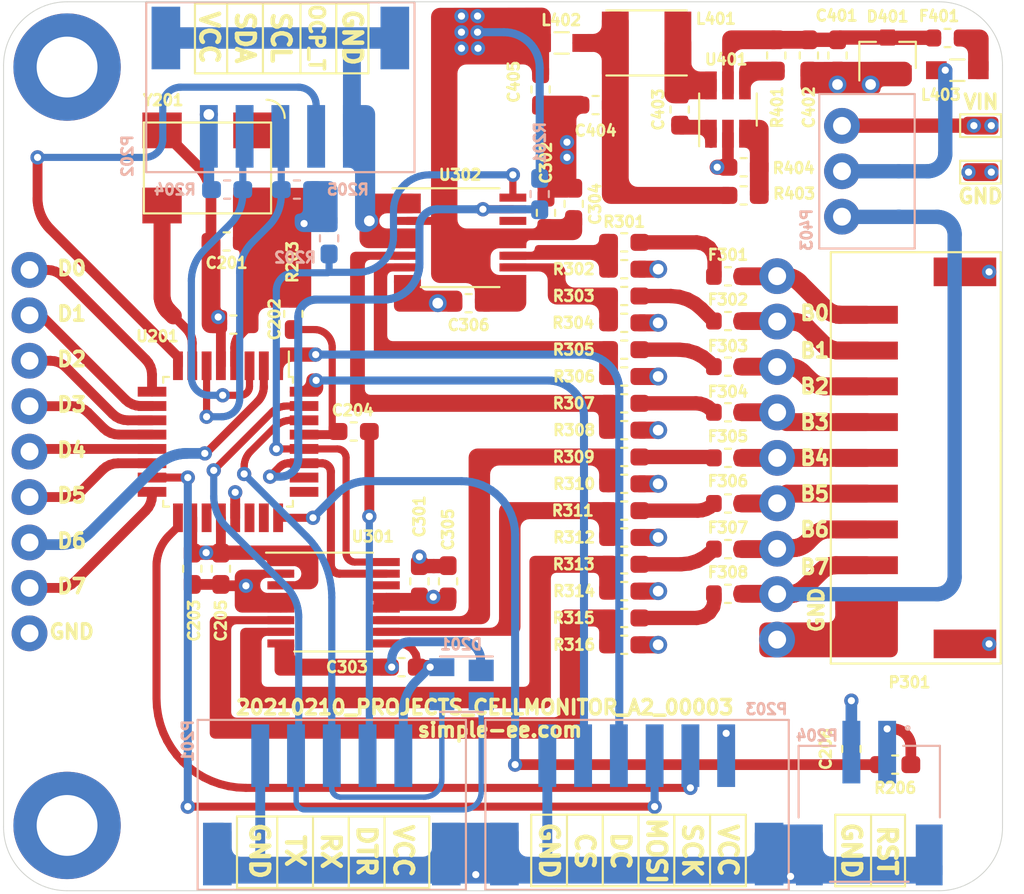
<source format=kicad_pcb>
(kicad_pcb (version 20171130) (host pcbnew "(5.1.9)-1")
  (title_block (company "Harman International"))
  (layers (0 TopLayer signal) (1 Power power) (2 Ground power) (31 BottomLayer signal) (34 B.Paste user) (35 F.Paste user) (36 B.SilkS user) (37 F.SilkS user) (38 B.Mask user) (39 F.Mask user) (44 Edge.Cuts user))
  (net 0 "")
  (net 1 +5V)
  (net 2 GND)
  (net 3 "Net-(C204-Pad1)")
  (net 4 /MCU/DTR)
  (net 5 "Net-(C401-Pad1)")
  (net 6 "Net-(C403-Pad2)")
  (net 7 "Net-(C403-Pad1)")
  (net 8 /B1)
  (net 9 /ADC/cell0)
  (net 10 /B2)
  (net 11 /ADC/cell1)
  (net 12 /ADC/cell2)
  (net 13 /B3)
  (net 14 /B4)
  (net 15 /ADC/cell3)
  (net 16 /ADC/cell4)
  (net 17 /B5)
  (net 18 /B6)
  (net 19 /ADC/cell5)
  (net 20 /ADC/cell6)
  (net 21 /B7)
  (net 22 /B8)
  (net 23 /ADC/cell7)
  (net 24 /MCU/A_RX)
  (net 25 /MCU/A_TX)
  (net 26 /ADC/SDA)
  (net 27 /ADC/SCL)
  (net 28 /ADC/C0)
  (net 29 /ADC/C1)
  (net 30 /ADC/C2)
  (net 31 /ADC/C3)
  (net 32 /ADC/C4)
  (net 33 /ADC/C5)
  (net 34 /ADC/C6)
  (net 35 /ADC/C7)
  (net 36 "Net-(R401-Pad2)")
  (net 37 "Net-(R403-Pad2)")
  (net 38 /D4)
  (net 39 /D5)
  (net 40 /D6)
  (net 41 /D7)
  (net 42 /D3)
  (net 43 /D2)
  (net 44 /D1)
  (net 45 /D0)
  (net 46 "Net-(U201-Pad7)")
  (net 47 /MCU/SPI_SCK)
  (net 48 /MCU/SPI_MOSI)
  (net 49 /MCU/SPI_CS)
  (net 50 /MCU/SPI_DC)
  (net 51 /MCU/SDA1)
  (net 52 /MCU/SCL1)
  (net 53 "Net-(C404-Pad1)")
  (net 54 "Net-(F401-Pad2)")
  (net 55 "Net-(L403-Pad1)")
  (net 56 "Net-(P401-Pad1)")
  (net 57 /MCU/BRST)
  (net 58 /MCU/OCP_TRIG)
  (net 59 "Net-(U201-Pad19)")
  (net 60 "Net-(U201-Pad22)")
  (net 61 /MCU/FAN1)
  (net 62 "Net-(U201-Pad25)")
  (net 63 "Net-(U201-Pad26)")
  (net 64 "Net-(U301-Pad14)")
  (net 65 "Net-(U302-Pad14)")
  (net 66 "Net-(Y201-Pad1)")
  (net 67 "Net-(P204-Pad1)")
  (module "Connectors_sg:S2B-PH-SM4-TB(LF)(SN)" (layer BottomLayer) (at 233.35 169.65 180)
    (fp_text reference P204 (at 2.925 0.925) (layer B.SilkS) (effects (font (size 0.6 0.6)) (justify mirror)))
    (fp_text value "S2B-PH-SM4-TB(LF)(SN)" hide)
    (pad ~ smd rect (at -3.35 -5.75) (size 1.5 3.4) (layers BottomLayer B.Paste B.Mask) (net 2 GND))
    (pad ~ smd rect (at 3.35 -5.75) (size 1.5 3.4) (layers BottomLayer B.Paste B.Mask) (net 2 GND))
    (pad 1 smd rect (at -1 0) (size 1 3.5) (layers BottomLayer B.Paste B.Mask) (net 67 "Net-(P204-Pad1)"))
    (pad 2 smd rect (at 1 0) (size 1 3.5) (layers BottomLayer B.Paste B.Mask) (net 2 GND))
  )
  (module Connectors_sg:S9B-PH-SM4-TB (layer TopLayer) (at 233.2 161.2 270)
    (fp_text reference P301 (at 4.55 -2.4 180) (layer F.SilkS) (effects (font (size 0.6 0.6))))
    (fp_text value "S9B-PH-SM4-TB(LF)(SN)")
    (pad 9 smd rect (at -16 0 270) (size 1 3.5) (layers TopLayer F.Paste F.Mask) (net 8 /B1))
    (pad 8 smd rect (at -14 0 270) (size 1 3.5) (layers TopLayer F.Paste F.Mask) (net 10 /B2))
    (pad 7 smd rect (at -12 0 270) (size 1 3.5) (layers TopLayer F.Paste F.Mask) (net 13 /B3))
    (pad 6 smd rect (at -10 0 270) (size 1 3.5) (layers TopLayer F.Paste F.Mask) (net 14 /B4))
    (pad 5 smd rect (at -8 0 270) (size 1 3.5) (layers TopLayer F.Paste F.Mask) (net 17 /B5))
    (pad "" smd rect (at -18.4 -5.5 270) (size 1.6 3.5) (layers TopLayer F.Paste F.Mask) (net 2 GND))
    (pad "" smd rect (at 2.4 -5.5 270) (size 1.6 3.5) (layers TopLayer F.Paste F.Mask) (net 2 GND))
    (pad 4 smd rect (at -6 0 270) (size 1 3.5) (layers TopLayer F.Paste F.Mask) (net 18 /B6))
    (pad 3 smd rect (at -4 0 270) (size 1 3.5) (layers TopLayer F.Paste F.Mask) (net 21 /B7))
    (pad 2 smd rect (at -2 0 270) (size 1 3.5) (layers TopLayer F.Paste F.Mask) (net 22 /B8))
    (pad 1 smd rect (at 0 0 270) (size 1 3.5) (layers TopLayer F.Paste F.Mask) (net 2 GND))
  )
  (module Connectors_sg:S5B-PH-SM4-TB (layer BottomLayer) (at 207.3 169.85)
    (fp_text reference P201 (at -12.05 -0.825 90) (layer B.SilkS) (effects (font (size 0.6 0.6)) (justify mirror)))
    (fp_text value "S5B-PH-SM4-TB(LF)(SN)")
    (pad 5 smd rect (at -8 0) (size 1 3.5) (layers BottomLayer B.Paste B.Mask) (net 2 GND))
    (pad "" smd rect (at -10.4 5.5) (size 1.6 3.5) (layers BottomLayer B.Paste B.Mask) (net 2 GND))
    (pad "" smd rect (at 2.4 5.5) (size 1.6 3.5) (layers BottomLayer B.Paste B.Mask) (net 2 GND))
    (pad 4 smd rect (at -6 0) (size 1 3.5) (layers BottomLayer B.Paste B.Mask) (net 25 /MCU/A_TX))
    (pad 3 smd rect (at -4 0) (size 1 3.5) (layers BottomLayer B.Paste B.Mask) (net 24 /MCU/A_RX))
    (pad 2 smd rect (at -2 0) (size 1 3.5) (layers BottomLayer B.Paste B.Mask) (net 4 /MCU/DTR))
    (pad 1 smd rect (at 0 0) (size 1 3.5) (layers BottomLayer B.Paste B.Mask) (net 1 +5V))
  )
  (module Connectors_sg:S6B-PH-SM4-TB (layer BottomLayer) (at 225.35 169.85)
    (fp_text reference P203 (at 2.25 -2.6 180) (layer B.SilkS) (effects (font (size 0.6 0.6)) (justify mirror)))
    (fp_text value "S6B-PH-SM4-TB(LF)(SN)")
    (pad 6 smd rect (at -10 0) (size 1 3.5) (layers BottomLayer B.Paste B.Mask) (net 2 GND))
    (pad 5 smd rect (at -8 0) (size 1 3.5) (layers BottomLayer B.Paste B.Mask) (net 49 /MCU/SPI_CS))
    (pad "" smd rect (at -12.4 5.5) (size 1.6 3.5) (layers BottomLayer B.Paste B.Mask) (net 2 GND))
    (pad "" smd rect (at 2.4 5.5) (size 1.6 3.5) (layers BottomLayer B.Paste B.Mask) (net 2 GND))
    (pad 4 smd rect (at -6 0) (size 1 3.5) (layers BottomLayer B.Paste B.Mask) (net 50 /MCU/SPI_DC))
    (pad 3 smd rect (at -4 0) (size 1 3.5) (layers BottomLayer B.Paste B.Mask) (net 48 /MCU/SPI_MOSI))
    (pad 2 smd rect (at -2 0) (size 1 3.5) (layers BottomLayer B.Paste B.Mask) (net 47 /MCU/SPI_SCK))
    (pad 1 smd rect (at 0 0) (size 1 3.5) (layers BottomLayer B.Paste B.Mask) (net 1 +5V))
  )
  (module Inductors:LQH43PN100M26L (layer TopLayer) (at 220.9 130 180)
    (fp_text reference L401 (at -3.875 1.35 180) (layer F.SilkS) (effects (font (size 0.6 0.6))))
    (fp_text value LQH43PN100M26L)
    (pad 1 smd rect (at -1.75 0 180) (size 1.5 3.5) (layers TopLayer F.Paste F.Mask) (net 7 "Net-(C403-Pad1)"))
    (pad 2 smd rect (at 1.75 0 180) (size 1.5 3.5) (layers TopLayer F.Paste F.Mask) (net 53 "Net-(C404-Pad1)"))
  )
  (module Modules:8S_PASSIVE (layer TopLayer) (at 185 177.35)
    (fp_text reference U101 hide)
    (fp_text value 8S_PASSIVE)
    (pad 1 thru_hole circle (at 1.4 -34.66) (size 2 2) (drill 1) (layers *.Cu *.Mask) (net 45 /D0))
    (pad 10 thru_hole circle (at 43.2 -34.31) (size 2 2) (drill 1) (layers *.Cu *.Mask) (net 8 /B1))
    (pad 11 thru_hole circle (at 43.2 -31.77) (size 2 2) (drill 1) (layers *.Cu *.Mask) (net 10 /B2))
    (pad 12 thru_hole circle (at 43.2 -29.23) (size 2 2) (drill 1) (layers *.Cu *.Mask) (net 13 /B3))
    (pad 13 thru_hole circle (at 43.2 -26.69) (size 2 2) (drill 1) (layers *.Cu *.Mask) (net 14 /B4))
    (pad 18 thru_hole circle (at 43.2 -13.99) (size 2 2) (drill 1) (layers *.Cu *.Mask) (net 2 GND))
    (pad 17 thru_hole circle (at 43.2 -16.53) (size 2 2) (drill 1) (layers *.Cu *.Mask) (net 22 /B8))
    (pad 16 thru_hole circle (at 43.2 -19.07) (size 2 2) (drill 1) (layers *.Cu *.Mask) (net 21 /B7))
    (pad 15 thru_hole circle (at 43.2 -21.61) (size 2 2) (drill 1) (layers *.Cu *.Mask) (net 18 /B6))
    (pad 14 thru_hole circle (at 43.2 -24.15) (size 2 2) (drill 1) (layers *.Cu *.Mask) (net 17 /B5))
    (pad 2 thru_hole circle (at 1.4 -32.12) (size 2 2) (drill 1) (layers *.Cu *.Mask) (net 44 /D1))
    (pad 3 thru_hole circle (at 1.4 -29.58) (size 2 2) (drill 1) (layers *.Cu *.Mask) (net 43 /D2))
    (pad 4 thru_hole circle (at 1.4 -27.04) (size 2 2) (drill 1) (layers *.Cu *.Mask) (net 42 /D3))
    (pad 9 thru_hole circle (at 1.4 -14.34) (size 2 2) (drill 1) (layers *.Cu *.Mask) (net 2 GND))
    (pad 8 thru_hole circle (at 1.4 -16.88) (size 2 2) (drill 1) (layers *.Cu *.Mask) (net 41 /D7))
    (pad 7 thru_hole circle (at 1.4 -19.42) (size 2 2) (drill 1) (layers *.Cu *.Mask) (net 40 /D6))
    (pad 6 thru_hole circle (at 1.4 -21.96) (size 2 2) (drill 1) (layers *.Cu *.Mask) (net 39 /D5))
    (pad 5 thru_hole circle (at 1.4 -24.5) (size 2 2) (drill 1) (layers *.Cu *.Mask) (net 38 /D4))
    (pad "" thru_hole circle (at 3.5 -46) (size 6 6) (drill 3.4) (layers *.Cu *.Mask))
    (pad "" thru_hole circle (at 3.5 -3.6) (size 6 6) (drill 3.4) (layers *.Cu *.Mask))
  )
  (module SSOP:TSSOP-16 (layer TopLayer) (at 210.475 140.925)
    (fp_text reference U302 (at 0 -3.55) (layer F.SilkS) (effects (font (size 0.6 0.6))))
    (fp_text value ADS1119IPWR)
    (pad 16 smd rect (at 2.95 -2.275) (size 1.5 0.45) (layers TopLayer F.Paste F.Mask) (net 27 /ADC/SCL))
    (pad 15 smd rect (at 2.95 -1.625) (size 1.5 0.45) (layers TopLayer F.Paste F.Mask) (net 26 /ADC/SDA))
    (pad 14 smd rect (at 2.95 -0.975) (size 1.5 0.45) (layers TopLayer F.Paste F.Mask) (net 65 "Net-(U302-Pad14)"))
    (pad 13 smd rect (at 2.95 -0.325) (size 1.5 0.45) (layers TopLayer F.Paste F.Mask) (net 1 +5V))
    (pad 12 smd rect (at 2.95 0.325) (size 1.5 0.45) (layers TopLayer F.Paste F.Mask) (net 1 +5V))
    (pad 11 smd rect (at 2.95 0.975) (size 1.5 0.45) (layers TopLayer F.Paste F.Mask) (net 28 /ADC/C0))
    (pad 10 smd rect (at 2.95 1.625) (size 1.5 0.45) (layers TopLayer F.Paste F.Mask) (net 29 /ADC/C1))
    (pad 9 smd rect (at 2.95 2.275) (size 1.5 0.45) (layers TopLayer F.Paste F.Mask) (net 1 +5V))
    (pad 8 smd rect (at -2.95 2.275) (size 1.5 0.45) (layers TopLayer F.Paste F.Mask) (net 2 GND))
    (pad 7 smd rect (at -2.95 1.625) (size 1.5 0.45) (layers TopLayer F.Paste F.Mask) (net 30 /ADC/C2))
    (pad 6 smd rect (at -2.95 0.975) (size 1.5 0.45) (layers TopLayer F.Paste F.Mask) (net 31 /ADC/C3))
    (pad 5 smd rect (at -2.95 0.325) (size 1.5 0.45) (layers TopLayer F.Paste F.Mask) (net 2 GND))
    (pad 4 smd rect (at -2.95 -0.325) (size 1.5 0.45) (layers TopLayer F.Paste F.Mask) (net 2 GND))
    (pad 3 smd rect (at -2.95 -0.975) (size 1.5 0.45) (layers TopLayer F.Paste F.Mask) (net 1 +5V))
    (pad 2 smd rect (at -2.95 -1.625) (size 1.5 0.45) (layers TopLayer F.Paste F.Mask) (net 2 GND))
    (pad 1 smd rect (at -2.95 -2.275) (size 1.5 0.45) (layers TopLayer F.Paste F.Mask) (net 2 GND))
  )
  (module Passives:C_0603_Handsolder (layer TopLayer) (at 197.42 141.1 180)
    (fp_text reference C201 (at 0 -1.2) (layer F.SilkS) (effects (font (size 0.6 0.6))))
    (fp_text value CL10B104KB8NNNC)
    (pad 1 smd roundrect (at -0.875 0 180) (size 1.05 0.95) (layers TopLayer F.Paste F.Mask) (net 1 +5V))
    (pad 2 smd roundrect (at 0.875 0 180) (size 1.05 0.95) (layers TopLayer F.Paste F.Mask) (net 2 GND))
  )
  (module Passives:C_0603_Handsolder (layer TopLayer) (at 197.8 145.75 180)
    (fp_text reference C202 (at -2.3 0.3 90) (layer F.SilkS) (effects (font (size 0.6 0.6))))
    (fp_text value CL10B104KB8NNNC)
    (pad 1 smd roundrect (at -0.875 0 180) (size 1.05 0.95) (layers TopLayer F.Paste F.Mask) (net 1 +5V))
    (pad 2 smd roundrect (at 0.875 0 180) (size 1.05 0.95) (layers TopLayer F.Paste F.Mask) (net 2 GND))
  )
  (module Passives:C_0603_Handsolder (layer TopLayer) (at 195.5 159.4 270)
    (fp_text reference C203 (at 2.9 -0.1 90) (layer F.SilkS) (effects (font (size 0.6 0.6))))
    (fp_text value CL10B104KB8NNNC)
    (pad 1 smd roundrect (at -0.875 0 270) (size 1.05 0.95) (layers TopLayer F.Paste F.Mask) (net 1 +5V))
    (pad 2 smd roundrect (at 0.875 0 270) (size 1.05 0.95) (layers TopLayer F.Paste F.Mask) (net 2 GND))
  )
  (module Passives:C_0603_Handsolder (layer TopLayer) (at 204.525 151.725)
    (fp_text reference C204 (at -0.053033 -1.184404) (layer F.SilkS) (effects (font (size 0.6 0.6))))
    (fp_text value CL10B104KB8NNNC)
    (pad 1 smd roundrect (at -0.875 0) (size 1.05 0.95) (layers TopLayer F.Paste F.Mask) (net 3 "Net-(C204-Pad1)"))
    (pad 2 smd roundrect (at 0.875 0) (size 1.05 0.95) (layers TopLayer F.Paste F.Mask) (net 4 /MCU/DTR))
  )
  (module Passives:C_0603_Handsolder (layer TopLayer) (at 197.1 159.4 270)
    (fp_text reference C205 (at 2.9 0 90) (layer F.SilkS) (effects (font (size 0.6 0.6))))
    (fp_text value CL10B104KB8NNNC)
    (pad 2 smd roundrect (at 0.875 0 270) (size 1.05 0.95) (layers TopLayer F.Paste F.Mask) (net 2 GND))
    (pad 1 smd roundrect (at -0.875 0 270) (size 1.05 0.95) (layers TopLayer F.Paste F.Mask) (net 1 +5V))
  )
  (module Passives:C_0603_Handsolder (layer TopLayer) (at 208.2 160.1 90)
    (fp_text reference C301 (at 3.625 0 90) (layer F.SilkS) (effects (font (size 0.6 0.6))))
    (fp_text value CL10B104KB8NNNC)
    (pad 2 smd roundrect (at 0.875 0 90) (size 1.05 0.95) (layers TopLayer F.Paste F.Mask) (net 2 GND))
    (pad 1 smd roundrect (at -0.875 0 90) (size 1.05 0.95) (layers TopLayer F.Paste F.Mask) (net 1 +5V))
  )
  (module Passives:C_0603_Handsolder (layer TopLayer) (at 215.275 139.5 90)
    (fp_text reference C302 (at 2.8 0 90) (layer F.SilkS) (effects (font (size 0.6 0.6))))
    (fp_text value CL10B104KB8NNNC)
    (pad 1 smd roundrect (at -0.875 0 90) (size 1.05 0.95) (layers TopLayer F.Paste F.Mask) (net 1 +5V))
    (pad 2 smd roundrect (at 0.875 0 90) (size 1.05 0.95) (layers TopLayer F.Paste F.Mask) (net 2 GND))
  )
  (module Passives:C_0603_Handsolder (layer TopLayer) (at 207.2 164.9 180)
    (fp_text reference C303 (at 3.05 0) (layer F.SilkS) (effects (font (size 0.6 0.6))))
    (fp_text value CL10B104KB8NNNC)
    (pad 1 smd roundrect (at -0.875 0 180) (size 1.05 0.95) (layers TopLayer F.Paste F.Mask) (net 1 +5V))
    (pad 2 smd roundrect (at 0.875 0 180) (size 1.05 0.95) (layers TopLayer F.Paste F.Mask) (net 2 GND))
  )
  (module Passives:C_0603_Handsolder (layer TopLayer) (at 216.825 139 90)
    (fp_text reference C304 (at 0 1.2 90) (layer F.SilkS) (effects (font (size 0.6 0.6))))
    (fp_text value CL10B104KB8NNNC)
    (pad 1 smd roundrect (at -0.875 0 90) (size 1.05 0.95) (layers TopLayer F.Paste F.Mask) (net 1 +5V))
    (pad 2 smd roundrect (at 0.875 0 90) (size 1.05 0.95) (layers TopLayer F.Paste F.Mask) (net 2 GND))
  )
  (module Passives:C_0603_Handsolder (layer TopLayer) (at 209.8 160.1 90)
    (fp_text reference C305 (at 2.9 0 90) (layer F.SilkS) (effects (font (size 0.6 0.6))))
    (fp_text value CL10B104KB8NNNC)
    (pad 2 smd roundrect (at 0.875 0 90) (size 1.05 0.95) (layers TopLayer F.Paste F.Mask) (net 2 GND))
    (pad 1 smd roundrect (at -0.875 0 90) (size 1.05 0.95) (layers TopLayer F.Paste F.Mask) (net 1 +5V))
  )
  (module Passives:C_0603_Handsolder (layer TopLayer) (at 210.95 144.55 180)
    (fp_text reference C306 (at 0 -1.225) (layer F.SilkS) (effects (font (size 0.6 0.6))))
    (fp_text value CL10B104KB8NNNC)
    (pad 2 smd roundrect (at 0.875 0 180) (size 1.05 0.95) (layers TopLayer F.Paste F.Mask) (net 2 GND))
    (pad 1 smd roundrect (at -0.875 0 180) (size 1.05 0.95) (layers TopLayer F.Paste F.Mask) (net 1 +5V))
  )
  (module Passives:C_0603_Handsolder (layer TopLayer) (at 231.575 130.7 270)
    (fp_text reference C401 (at -2.225 0.05) (layer F.SilkS) (effects (font (size 0.6 0.6))))
    (fp_text value GRM188R6YA225MA12D)
    (pad 2 smd roundrect (at 0.875 0 270) (size 1.05 0.95) (layers TopLayer F.Paste F.Mask) (net 2 GND))
    (pad 1 smd roundrect (at -0.875 0 270) (size 1.05 0.95) (layers TopLayer F.Paste F.Mask) (net 5 "Net-(C401-Pad1)"))
  )
  (module Passives:C_0603_Handsolder (layer TopLayer) (at 229.975 130.7 270)
    (fp_text reference C402 (at 2.9 0 270) (layer F.SilkS) (effects (font (size 0.6 0.6))))
    (fp_text value GRM188R6YA225MA12D)
    (pad 2 smd roundrect (at 0.875 0 270) (size 1.05 0.95) (layers TopLayer F.Paste F.Mask) (net 2 GND))
    (pad 1 smd roundrect (at -0.875 0 270) (size 1.05 0.95) (layers TopLayer F.Paste F.Mask) (net 5 "Net-(C401-Pad1)"))
  )
  (module Passives:C_0603_Handsolder (layer TopLayer) (at 222.75 133.725 270)
    (fp_text reference C403 (at 0 1.2 90) (layer F.SilkS) (effects (font (size 0.6 0.6))))
    (fp_text value C0603C104K5RACAUTO)
    (pad 2 smd roundrect (at 0.875 0 270) (size 1.05 0.95) (layers TopLayer F.Paste F.Mask) (net 6 "Net-(C403-Pad2)"))
    (pad 1 smd roundrect (at -0.875 0 270) (size 1.05 0.95) (layers TopLayer F.Paste F.Mask) (net 7 "Net-(C403-Pad1)"))
  )
  (module SOT:SOT-23-3 (layer TopLayer) (at 234.375 130.7 90)
    (fp_text reference D401 (at 2.175 0 180) (layer F.SilkS) (effects (font (size 0.6 0.6))))
    (fp_text value DESD34VS2SO)
    (pad 1 smd rect (at -1 -0.95 90) (size 0.9 0.8) (layers TopLayer F.Paste F.Mask) (net 2 GND))
    (pad 2 smd rect (at -1 0.95 90) (size 0.9 0.8) (layers TopLayer F.Paste F.Mask) (net 2 GND))
    (pad 3 smd rect (at 1 0 90) (size 0.9 0.8) (layers TopLayer F.Paste F.Mask) (net 5 "Net-(C401-Pad1)"))
  )
  (module Fuse:Fuse_0603_1608Metric (layer TopLayer) (at 225.45 143.05 180)
    (fp_text reference F301 (at 0 1.2) (layer F.SilkS) (effects (font (size 0.6 0.6))))
    (fp_text value 0686F1000-01)
    (pad 1 smd roundrect (at -0.7875 0 180) (size 0.875 0.95) (layers TopLayer F.Paste F.Mask) (net 8 /B1))
    (pad 2 smd roundrect (at 0.7875 0 180) (size 0.875 0.95) (layers TopLayer F.Paste F.Mask) (net 9 /ADC/cell0))
  )
  (module Fuse:Fuse_0603_1608Metric (layer TopLayer) (at 225.45 145.55 180)
    (fp_text reference F302 (at 0 1.2) (layer F.SilkS) (effects (font (size 0.6 0.6))))
    (fp_text value 0686F1000-01)
    (pad 1 smd roundrect (at -0.7875 0 180) (size 0.875 0.95) (layers TopLayer F.Paste F.Mask) (net 10 /B2))
    (pad 2 smd roundrect (at 0.7875 0 180) (size 0.875 0.95) (layers TopLayer F.Paste F.Mask) (net 11 /ADC/cell1))
  )
  (module Fuse:Fuse_0603_1608Metric (layer TopLayer) (at 225.45 148.1 180)
    (fp_text reference F303 (at 0 1.15) (layer F.SilkS) (effects (font (size 0.6 0.6))))
    (fp_text value 0686F1000-01)
    (pad 2 smd roundrect (at 0.7875 0 180) (size 0.875 0.95) (layers TopLayer F.Paste F.Mask) (net 12 /ADC/cell2))
    (pad 1 smd roundrect (at -0.7875 0 180) (size 0.875 0.95) (layers TopLayer F.Paste F.Mask) (net 13 /B3))
  )
  (module Fuse:Fuse_0603_1608Metric (layer TopLayer) (at 225.45 150.65 180)
    (fp_text reference F304 (at 0 1.15) (layer F.SilkS) (effects (font (size 0.6 0.6))))
    (fp_text value 0686F1000-01)
    (pad 1 smd roundrect (at -0.7875 0 180) (size 0.875 0.95) (layers TopLayer F.Paste F.Mask) (net 14 /B4))
    (pad 2 smd roundrect (at 0.7875 0 180) (size 0.875 0.95) (layers TopLayer F.Paste F.Mask) (net 15 /ADC/cell3))
  )
  (module Fuse:Fuse_0603_1608Metric (layer TopLayer) (at 225.45 153.2 180)
    (fp_text reference F305 (at 0 1.2) (layer F.SilkS) (effects (font (size 0.6 0.6))))
    (fp_text value 0686F1000-01)
    (pad 2 smd roundrect (at 0.7875 0 180) (size 0.875 0.95) (layers TopLayer F.Paste F.Mask) (net 16 /ADC/cell4))
    (pad 1 smd roundrect (at -0.7875 0 180) (size 0.875 0.95) (layers TopLayer F.Paste F.Mask) (net 17 /B5))
  )
  (module Fuse:Fuse_0603_1608Metric (layer TopLayer) (at 225.45 155.75 180)
    (fp_text reference F306 (at 0 1.25) (layer F.SilkS) (effects (font (size 0.6 0.6))))
    (fp_text value 0686F1000-01)
    (pad 1 smd roundrect (at -0.7875 0 180) (size 0.875 0.95) (layers TopLayer F.Paste F.Mask) (net 18 /B6))
    (pad 2 smd roundrect (at 0.7875 0 180) (size 0.875 0.95) (layers TopLayer F.Paste F.Mask) (net 19 /ADC/cell5))
  )
  (module Fuse:Fuse_0603_1608Metric (layer TopLayer) (at 225.45 158.3 180)
    (fp_text reference F307 (at 0 1.2) (layer F.SilkS) (effects (font (size 0.6 0.6))))
    (fp_text value 0686F1000-01)
    (pad 2 smd roundrect (at 0.7875 0 180) (size 0.875 0.95) (layers TopLayer F.Paste F.Mask) (net 20 /ADC/cell6))
    (pad 1 smd roundrect (at -0.7875 0 180) (size 0.875 0.95) (layers TopLayer F.Paste F.Mask) (net 21 /B7))
  )
  (module Fuse:Fuse_0603_1608Metric (layer TopLayer) (at 225.45 160.8 180)
    (fp_text reference F308 (at 0 1.2) (layer F.SilkS) (effects (font (size 0.6 0.6))))
    (fp_text value 0686F1000-01)
    (pad 1 smd roundrect (at -0.7875 0 180) (size 0.875 0.95) (layers TopLayer F.Paste F.Mask) (net 22 /B8))
    (pad 2 smd roundrect (at 0.7875 0 180) (size 0.875 0.95) (layers TopLayer F.Paste F.Mask) (net 23 /ADC/cell7))
  )
  (module Fuse:Fuse_0603_1608Metric (layer TopLayer) (at 237.725 129.725)
    (fp_text reference F401 (at -0.475 -1.225) (layer F.SilkS) (effects (font (size 0.6 0.6))))
    (fp_text value 0686F1000-01)
    (pad 2 smd roundrect (at 0.7875 0) (size 0.875 0.95) (layers TopLayer F.Paste F.Mask) (net 54 "Net-(F401-Pad2)"))
    (pad 1 smd roundrect (at -0.7875 0) (size 0.875 0.95) (layers TopLayer F.Paste F.Mask) (net 5 "Net-(C401-Pad1)"))
  )
  (module Passives:R_0603_Handsolder (layer BottomLayer) (at 214.925 138.45 270)
    (fp_text reference R201 (at -2.86 -0.01 270) (layer B.SilkS) (effects (font (size 0.6 0.6)) (justify mirror)))
    (fp_text value ERA-3AEB103V)
    (pad 2 smd roundrect (at 0.875 0 270) (size 1.05 0.95) (layers BottomLayer B.Paste B.Mask) (net 26 /ADC/SDA))
    (pad 1 smd roundrect (at -0.875 0 270) (size 1.05 0.95) (layers BottomLayer B.Paste B.Mask) (net 1 +5V))
  )
  (module Passives:R_0603_Handsolder (layer BottomLayer) (at 203.15 140.925 270)
    (fp_text reference R202 (at 1.075 1.9) (layer B.SilkS) (effects (font (size 0.6 0.6)) (justify mirror)))
    (fp_text value ERA-3AEB103V)
    (pad 1 smd roundrect (at -0.875 0 270) (size 1.05 0.95) (layers BottomLayer B.Paste B.Mask) (net 1 +5V))
    (pad 2 smd roundrect (at 0.875 0 270) (size 1.05 0.95) (layers BottomLayer B.Paste B.Mask) (net 27 /ADC/SCL))
  )
  (module Passives:R_0603_Handsolder (layer TopLayer) (at 201.15 145.15 270)
    (fp_text reference R203 (at -2.9 0.05 90) (layer F.SilkS) (effects (font (size 0.6 0.6))))
    (fp_text value ERA-3AEB103V)
    (pad 1 smd roundrect (at -0.875 0 270) (size 1.05 0.95) (layers TopLayer F.Paste F.Mask) (net 1 +5V))
    (pad 2 smd roundrect (at 0.875 0 270) (size 1.05 0.95) (layers TopLayer F.Paste F.Mask) (net 3 "Net-(C204-Pad1)"))
  )
  (module Passives:R_0603_Handsolder (layer TopLayer) (at 219.65 142.65)
    (fp_text reference R302 (at -2.825 0) (layer F.SilkS) (effects (font (size 0.6 0.6))))
    (fp_text value ERJ-PB3B4222V)
    (pad 1 smd roundrect (at -0.875 0) (size 1.05 0.95) (layers TopLayer F.Paste F.Mask) (net 28 /ADC/C0))
    (pad 2 smd roundrect (at 0.875 0) (size 1.05 0.95) (layers TopLayer F.Paste F.Mask) (net 2 GND))
  )
  (module Passives:R_0603_Handsolder (layer TopLayer) (at 219.65 145.65)
    (fp_text reference R304 (at -2.85 0) (layer F.SilkS) (effects (font (size 0.6 0.6))))
    (fp_text value ERJ-PB3B4222V)
    (pad 1 smd roundrect (at -0.875 0) (size 1.05 0.95) (layers TopLayer F.Paste F.Mask) (net 29 /ADC/C1))
    (pad 2 smd roundrect (at 0.875 0) (size 1.05 0.95) (layers TopLayer F.Paste F.Mask) (net 2 GND))
  )
  (module Passives:R_0603_Handsolder (layer TopLayer) (at 219.65 148.65)
    (fp_text reference R306 (at -2.8 0) (layer F.SilkS) (effects (font (size 0.6 0.6))))
    (fp_text value ERJ-PB3B4222V)
    (pad 2 smd roundrect (at 0.875 0) (size 1.05 0.95) (layers TopLayer F.Paste F.Mask) (net 2 GND))
    (pad 1 smd roundrect (at -0.875 0) (size 1.05 0.95) (layers TopLayer F.Paste F.Mask) (net 30 /ADC/C2))
  )
  (module Passives:R_0603_Handsolder (layer TopLayer) (at 219.65 151.65)
    (fp_text reference R308 (at -2.8 0) (layer F.SilkS) (effects (font (size 0.6 0.6))))
    (fp_text value ERJ-PB3B4222V)
    (pad 1 smd roundrect (at -0.875 0) (size 1.05 0.95) (layers TopLayer F.Paste F.Mask) (net 31 /ADC/C3))
    (pad 2 smd roundrect (at 0.875 0) (size 1.05 0.95) (layers TopLayer F.Paste F.Mask) (net 2 GND))
  )
  (module Passives:R_0603_Handsolder (layer TopLayer) (at 219.65 154.65)
    (fp_text reference R310 (at -2.8 0) (layer F.SilkS) (effects (font (size 0.6 0.6))))
    (fp_text value ERJ-PB3B4222V)
    (pad 2 smd roundrect (at 0.875 0) (size 1.05 0.95) (layers TopLayer F.Paste F.Mask) (net 2 GND))
    (pad 1 smd roundrect (at -0.875 0) (size 1.05 0.95) (layers TopLayer F.Paste F.Mask) (net 32 /ADC/C4))
  )
  (module Passives:R_0603_Handsolder (layer TopLayer) (at 219.65 157.65)
    (fp_text reference R312 (at -2.8 0) (layer F.SilkS) (effects (font (size 0.6 0.6))))
    (fp_text value ERJ-PB3B4222V)
    (pad 1 smd roundrect (at -0.875 0) (size 1.05 0.95) (layers TopLayer F.Paste F.Mask) (net 33 /ADC/C5))
    (pad 2 smd roundrect (at 0.875 0) (size 1.05 0.95) (layers TopLayer F.Paste F.Mask) (net 2 GND))
  )
  (module Passives:R_0603_Handsolder (layer TopLayer) (at 219.65 160.65)
    (fp_text reference R314 (at -2.8 0) (layer F.SilkS) (effects (font (size 0.6 0.6))))
    (fp_text value ERJ-PB3B4222V)
    (pad 2 smd roundrect (at 0.875 0) (size 1.05 0.95) (layers TopLayer F.Paste F.Mask) (net 2 GND))
    (pad 1 smd roundrect (at -0.875 0) (size 1.05 0.95) (layers TopLayer F.Paste F.Mask) (net 34 /ADC/C6))
  )
  (module Passives:R_0603_Handsolder (layer TopLayer) (at 219.65 163.65)
    (fp_text reference R316 (at -2.8 0) (layer F.SilkS) (effects (font (size 0.6 0.6))))
    (fp_text value ERJ-PB3B4222V)
    (pad 1 smd roundrect (at -0.875 0) (size 1.05 0.95) (layers TopLayer F.Paste F.Mask) (net 35 /ADC/C7))
    (pad 2 smd roundrect (at 0.875 0) (size 1.05 0.95) (layers TopLayer F.Paste F.Mask) (net 2 GND))
  )
  (module Passives:R_0603_Handsolder (layer TopLayer) (at 228.15 130.7 270)
    (fp_text reference R401 (at 2.9 -0.05 90) (layer F.SilkS) (effects (font (size 0.6 0.6))))
    (fp_text value CPF0603F100KC1)
    (pad 2 smd roundrect (at 0.875 0 270) (size 1.05 0.95) (layers TopLayer F.Paste F.Mask) (net 36 "Net-(R401-Pad2)"))
    (pad 1 smd roundrect (at -0.875 0 270) (size 1.05 0.95) (layers TopLayer F.Paste F.Mask) (net 5 "Net-(C401-Pad1)"))
  )
  (module Passives:R_0603_Handsolder (layer TopLayer) (at 226.325 136.95 180)
    (fp_text reference R404 (at -2.8 -0.05) (layer F.SilkS) (effects (font (size 0.6 0.6))))
    (fp_text value RR0816P-2212-D-34C)
    (pad 2 smd roundrect (at 0.875 0 180) (size 1.05 0.95) (layers TopLayer F.Paste F.Mask) (net 2 GND))
    (pad 1 smd roundrect (at -0.875 0 180) (size 1.05 0.95) (layers TopLayer F.Paste F.Mask) (net 37 "Net-(R403-Pad2)"))
  )
  (module QFP:TQFP-32 (layer TopLayer) (at 197.5 152.3 270)
    (fp_text reference U201 (at -5.9 3.95 180) (layer F.SilkS) (effects (font (size 0.6 0.6))))
    (fp_text value ATMEGA328PB-AU)
    (pad 1 smd rect (at -4.25 -2.8 270) (size 1.6 0.55) (layers TopLayer F.Paste F.Mask) (net 50 /MCU/SPI_DC))
    (pad 2 smd rect (at -4.25 -2 270) (size 1.6 0.55) (layers TopLayer F.Paste F.Mask) (net 40 /D6))
    (pad 3 smd rect (at -4.25 -1.2 270) (size 1.6 0.55) (layers TopLayer F.Paste F.Mask) (net 51 /MCU/SDA1))
    (pad 4 smd rect (at -4.25 -0.4 270) (size 1.6 0.55) (layers TopLayer F.Paste F.Mask) (net 1 +5V))
    (pad 5 smd rect (at -4.25 0.4 270) (size 1.6 0.55) (layers TopLayer F.Paste F.Mask) (net 2 GND))
    (pad 6 smd rect (at -4.25 1.2 270) (size 1.6 0.55) (layers TopLayer F.Paste F.Mask) (net 52 /MCU/SCL1))
    (pad 7 smd rect (at -4.25 2 270) (size 1.6 0.55) (layers TopLayer F.Paste F.Mask) (net 46 "Net-(U201-Pad7)"))
    (pad 8 smd rect (at -4.25 2.8 270) (size 1.6 0.55) (layers TopLayer F.Paste F.Mask) (net 58 /MCU/OCP_TRIG))
    (pad 9 smd rect (at -2.8 4.25) (size 1.6 0.55) (layers TopLayer F.Paste F.Mask) (net 45 /D0))
    (pad 10 smd rect (at -2 4.25) (size 1.6 0.55) (layers TopLayer F.Paste F.Mask) (net 44 /D1))
    (pad 11 smd rect (at -1.2 4.25) (size 1.6 0.55) (layers TopLayer F.Paste F.Mask) (net 43 /D2))
    (pad 12 smd rect (at -0.4 4.25) (size 1.6 0.55) (layers TopLayer F.Paste F.Mask) (net 42 /D3))
    (pad 13 smd rect (at 0.4 4.25) (size 1.6 0.55) (layers TopLayer F.Paste F.Mask) (net 38 /D4))
    (pad 14 smd rect (at 1.2 4.25) (size 1.6 0.55) (layers TopLayer F.Paste F.Mask) (net 39 /D5))
    (pad 15 smd rect (at 2 4.25) (size 1.6 0.55) (layers TopLayer F.Paste F.Mask) (net 48 /MCU/SPI_MOSI))
    (pad 16 smd rect (at 2.8 4.25) (size 1.6 0.55) (layers TopLayer F.Paste F.Mask) (net 41 /D7))
    (pad 17 smd rect (at 4.25 2.8 270) (size 1.6 0.55) (layers TopLayer F.Paste F.Mask) (net 47 /MCU/SPI_SCK))
    (pad 18 smd rect (at 4.25 2 270) (size 1.6 0.55) (layers TopLayer F.Paste F.Mask) (net 1 +5V))
    (pad 19 smd rect (at 4.25 1.2 270) (size 1.6 0.55) (layers TopLayer F.Paste F.Mask) (net 59 "Net-(U201-Pad19)"))
    (pad 20 smd rect (at 4.25 0.4 270) (size 1.6 0.55) (layers TopLayer F.Paste F.Mask) (net 1 +5V))
    (pad 21 smd rect (at 4.25 -0.4 270) (size 1.6 0.55) (layers TopLayer F.Paste F.Mask) (net 2 GND))
    (pad 22 smd rect (at 4.25 -1.2 270) (size 1.6 0.55) (layers TopLayer F.Paste F.Mask) (net 60 "Net-(U201-Pad22)"))
    (pad 23 smd rect (at 4.25 -2 270) (size 1.6 0.55) (layers TopLayer F.Paste F.Mask) (net 61 /MCU/FAN1))
    (pad 24 smd rect (at 4.25 -2.8 270) (size 1.6 0.55) (layers TopLayer F.Paste F.Mask) (net 57 /MCU/BRST))
    (pad 25 smd rect (at 2.8 -4.25) (size 1.6 0.55) (layers TopLayer F.Paste F.Mask) (net 62 "Net-(U201-Pad25)"))
    (pad 26 smd rect (at 2 -4.25) (size 1.6 0.55) (layers TopLayer F.Paste F.Mask) (net 63 "Net-(U201-Pad26)"))
    (pad 27 smd rect (at 1.2 -4.25) (size 1.6 0.55) (layers TopLayer F.Paste F.Mask) (net 26 /ADC/SDA))
    (pad 28 smd rect (at 0.4 -4.25) (size 1.6 0.55) (layers TopLayer F.Paste F.Mask) (net 27 /ADC/SCL))
    (pad 29 smd rect (at -0.4 -4.25) (size 1.6 0.55) (layers TopLayer F.Paste F.Mask) (net 3 "Net-(C204-Pad1)"))
    (pad 30 smd rect (at -1.2 -4.25) (size 1.6 0.55) (layers TopLayer F.Paste F.Mask) (net 24 /MCU/A_RX))
    (pad 31 smd rect (at -2 -4.25) (size 1.6 0.55) (layers TopLayer F.Paste F.Mask) (net 25 /MCU/A_TX))
    (pad 32 smd rect (at -2.8 -4.25) (size 1.6 0.55) (layers TopLayer F.Paste F.Mask) (net 49 /MCU/SPI_CS))
  )
  (module SSOP:TSSOP-16 (layer TopLayer) (at 203.4 161.3)
    (fp_text reference U301 (at 2.2 -3.7) (layer F.SilkS) (effects (font (size 0.6 0.6))))
    (fp_text value ADS1119IPWR)
    (pad 1 smd rect (at -2.95 -2.275) (size 1.5 0.45) (layers TopLayer F.Paste F.Mask) (net 1 +5V))
    (pad 2 smd rect (at -2.95 -1.625) (size 1.5 0.45) (layers TopLayer F.Paste F.Mask) (net 2 GND))
    (pad 3 smd rect (at -2.95 -0.975) (size 1.5 0.45) (layers TopLayer F.Paste F.Mask) (net 1 +5V))
    (pad 4 smd rect (at -2.95 -0.325) (size 1.5 0.45) (layers TopLayer F.Paste F.Mask) (net 2 GND))
    (pad 5 smd rect (at -2.95 0.325) (size 1.5 0.45) (layers TopLayer F.Paste F.Mask) (net 2 GND))
    (pad 6 smd rect (at -2.95 0.975) (size 1.5 0.45) (layers TopLayer F.Paste F.Mask) (net 35 /ADC/C7))
    (pad 7 smd rect (at -2.95 1.625) (size 1.5 0.45) (layers TopLayer F.Paste F.Mask) (net 34 /ADC/C6))
    (pad 8 smd rect (at -2.95 2.275) (size 1.5 0.45) (layers TopLayer F.Paste F.Mask) (net 2 GND))
    (pad 9 smd rect (at 2.95 2.275) (size 1.5 0.45) (layers TopLayer F.Paste F.Mask) (net 1 +5V))
    (pad 10 smd rect (at 2.95 1.625) (size 1.5 0.45) (layers TopLayer F.Paste F.Mask) (net 33 /ADC/C5))
    (pad 11 smd rect (at 2.95 0.975) (size 1.5 0.45) (layers TopLayer F.Paste F.Mask) (net 32 /ADC/C4))
    (pad 12 smd rect (at 2.95 0.325) (size 1.5 0.45) (layers TopLayer F.Paste F.Mask) (net 1 +5V))
    (pad 13 smd rect (at 2.95 -0.325) (size 1.5 0.45) (layers TopLayer F.Paste F.Mask) (net 1 +5V))
    (pad 14 smd rect (at 2.95 -0.975) (size 1.5 0.45) (layers TopLayer F.Paste F.Mask) (net 64 "Net-(U301-Pad14)"))
    (pad 15 smd rect (at 2.95 -1.625) (size 1.5 0.45) (layers TopLayer F.Paste F.Mask) (net 26 /ADC/SDA))
    (pad 16 smd rect (at 2.95 -2.275) (size 1.5 0.45) (layers TopLayer F.Paste F.Mask) (net 27 /ADC/SCL))
  )
  (module SOT:SOT-23-6 (layer TopLayer) (at 225.45 133.725 90)
    (fp_text reference U401 (at 2.8 -0.1 180) (layer F.SilkS) (effects (font (size 0.6 0.6))))
    (fp_text value TPS560430YFDBVR)
    (pad 1 smd rect (at -1.35 -0.95 90) (size 1.56 0.65) (layers TopLayer F.Paste F.Mask) (net 6 "Net-(C403-Pad2)"))
    (pad 2 smd rect (at -1.35 0 90) (size 1.56 0.65) (layers TopLayer F.Paste F.Mask) (net 2 GND))
    (pad 3 smd rect (at -1.35 0.95 90) (size 1.56 0.65) (layers TopLayer F.Paste F.Mask) (net 37 "Net-(R403-Pad2)"))
    (pad 4 smd rect (at 1.35 0.95 90) (size 1.56 0.65) (layers TopLayer F.Paste F.Mask) (net 36 "Net-(R401-Pad2)"))
    (pad 6 smd rect (at 1.35 -0.95 90) (size 1.56 0.65) (layers TopLayer F.Paste F.Mask) (net 7 "Net-(C403-Pad1)"))
    (pad 5 smd rect (at 1.35 0 90) (size 1.56 0.65) (layers TopLayer F.Paste F.Mask) (net 5 "Net-(C401-Pad1)"))
  )
  (module Crystals_sg:CB3 (layer TopLayer) (at 196.35 136.99 180)
    (fp_text reference Y201 (at 2.475 3.79) (layer F.SilkS) (effects (font (size 0.6 0.6))))
    (fp_text value CB3-3I-16M0000)
    (pad 1 smd rect (at -2.54 2.1 90) (size 2 2.2) (layers TopLayer F.Paste F.Mask) (net 66 "Net-(Y201-Pad1)"))
    (pad 2 smd rect (at 2.54 2.1 90) (size 2 2.2) (layers TopLayer F.Paste F.Mask) (net 2 GND))
    (pad 3 smd rect (at 2.54 -2.1 90) (size 2 2.2) (layers TopLayer F.Paste F.Mask) (net 46 "Net-(U201-Pad7)"))
    (pad 4 smd rect (at -2.54 -2.1 90) (size 2 2.2) (layers TopLayer F.Paste F.Mask) (net 1 +5V))
  )
  (module Passives:R_0603_Handsolder (layer TopLayer) (at 219.65 141.15 180)
    (fp_text reference R301 (at 0 1.15) (layer F.SilkS) (effects (font (size 0.6 0.6))))
    (fp_text value RT0603BRE07673KL)
    (pad 2 smd roundrect (at 0.875 0 180) (size 1.05 0.95) (layers TopLayer F.Paste F.Mask) (net 28 /ADC/C0))
    (pad 1 smd roundrect (at -0.875 0 180) (size 1.05 0.95) (layers TopLayer F.Paste F.Mask) (net 9 /ADC/cell0))
  )
  (module Passives:R_0603_Handsolder (layer TopLayer) (at 219.65 144.15 180)
    (fp_text reference R303 (at 2.825 0) (layer F.SilkS) (effects (font (size 0.6 0.6))))
    (fp_text value RT0603BRE07673KL)
    (pad 1 smd roundrect (at -0.875 0 180) (size 1.05 0.95) (layers TopLayer F.Paste F.Mask) (net 11 /ADC/cell1))
    (pad 2 smd roundrect (at 0.875 0 180) (size 1.05 0.95) (layers TopLayer F.Paste F.Mask) (net 29 /ADC/C1))
  )
  (module Passives:R_0603_Handsolder (layer TopLayer) (at 219.65 147.15 180)
    (fp_text reference R305 (at 2.825 0) (layer F.SilkS) (effects (font (size 0.6 0.6))))
    (fp_text value RT0603BRE07673KL)
    (pad 1 smd roundrect (at -0.875 0 180) (size 1.05 0.95) (layers TopLayer F.Paste F.Mask) (net 12 /ADC/cell2))
    (pad 2 smd roundrect (at 0.875 0 180) (size 1.05 0.95) (layers TopLayer F.Paste F.Mask) (net 30 /ADC/C2))
  )
  (module Passives:R_0603_Handsolder (layer TopLayer) (at 219.65 150.15 180)
    (fp_text reference R307 (at 2.825 0) (layer F.SilkS) (effects (font (size 0.6 0.6))))
    (fp_text value RT0603BRE07673KL)
    (pad 2 smd roundrect (at 0.875 0 180) (size 1.05 0.95) (layers TopLayer F.Paste F.Mask) (net 31 /ADC/C3))
    (pad 1 smd roundrect (at -0.875 0 180) (size 1.05 0.95) (layers TopLayer F.Paste F.Mask) (net 15 /ADC/cell3))
  )
  (module Passives:R_0603_Handsolder (layer TopLayer) (at 219.65 153.15 180)
    (fp_text reference R309 (at 2.825 0) (layer F.SilkS) (effects (font (size 0.6 0.6))))
    (fp_text value RT0603BRE07673KL)
    (pad 1 smd roundrect (at -0.875 0 180) (size 1.05 0.95) (layers TopLayer F.Paste F.Mask) (net 16 /ADC/cell4))
    (pad 2 smd roundrect (at 0.875 0 180) (size 1.05 0.95) (layers TopLayer F.Paste F.Mask) (net 32 /ADC/C4))
  )
  (module Passives:R_0603_Handsolder (layer TopLayer) (at 219.65 156.15 180)
    (fp_text reference R311 (at 2.875 0) (layer F.SilkS) (effects (font (size 0.6 0.6))))
    (fp_text value RT0603BRE07673KL)
    (pad 1 smd roundrect (at -0.875 0 180) (size 1.05 0.95) (layers TopLayer F.Paste F.Mask) (net 19 /ADC/cell5))
    (pad 2 smd roundrect (at 0.875 0 180) (size 1.05 0.95) (layers TopLayer F.Paste F.Mask) (net 33 /ADC/C5))
  )
  (module Passives:R_0603_Handsolder (layer TopLayer) (at 219.65 159.15 180)
    (fp_text reference R313 (at 2.825 0) (layer F.SilkS) (effects (font (size 0.6 0.6))))
    (fp_text value RT0603BRE07673KL)
    (pad 2 smd roundrect (at 0.875 0 180) (size 1.05 0.95) (layers TopLayer F.Paste F.Mask) (net 34 /ADC/C6))
    (pad 1 smd roundrect (at -0.875 0 180) (size 1.05 0.95) (layers TopLayer F.Paste F.Mask) (net 20 /ADC/cell6))
  )
  (module Passives:R_0603_Handsolder (layer TopLayer) (at 219.65 162.15 180)
    (fp_text reference R315 (at 2.825 0) (layer F.SilkS) (effects (font (size 0.6 0.6))))
    (fp_text value RT0603BRE07673KL)
    (pad 1 smd roundrect (at -0.875 0 180) (size 1.05 0.95) (layers TopLayer F.Paste F.Mask) (net 23 /ADC/cell7))
    (pad 2 smd roundrect (at 0.875 0 180) (size 1.05 0.95) (layers TopLayer F.Paste F.Mask) (net 35 /ADC/C7))
  )
  (module Passives:R_0603_Handsolder (layer BottomLayer) (at 197.45 138.2)
    (fp_text reference R204 (at -2.925 0 180) (layer B.SilkS) (effects (font (size 0.6 0.6)) (justify mirror)))
    (fp_text value ERA-3AEB103V)
    (pad 1 smd roundrect (at -0.875 0) (size 1.05 0.95) (layers BottomLayer B.Paste B.Mask) (net 1 +5V))
    (pad 2 smd roundrect (at 0.875 0) (size 1.05 0.95) (layers BottomLayer B.Paste B.Mask) (net 51 /MCU/SDA1))
  )
  (module Passives:R_0603_Handsolder (layer BottomLayer) (at 201.35 138.2 180)
    (fp_text reference R205 (at -2.85 0) (layer B.SilkS) (effects (font (size 0.6 0.6)) (justify mirror)))
    (fp_text value ERA-3AEB103V)
    (pad 2 smd roundrect (at 0.875 0 180) (size 1.05 0.95) (layers BottomLayer B.Paste B.Mask) (net 52 /MCU/SCL1))
    (pad 1 smd roundrect (at -0.875 0 180) (size 1.05 0.95) (layers BottomLayer B.Paste B.Mask) (net 1 +5V))
  )
  (module Passives:C_0603_Handsolder (layer TopLayer) (at 218.05 133.475 180)
    (fp_text reference C404 (at 0 -1.43) (layer F.SilkS) (effects (font (size 0.6 0.6))))
    (fp_text value CC0603KRX7R6BB684)
    (pad 2 smd roundrect (at 0.875 0 180) (size 1.05 0.95) (layers TopLayer F.Paste F.Mask) (net 2 GND))
    (pad 1 smd roundrect (at -0.875 0 180) (size 1.05 0.95) (layers TopLayer F.Paste F.Mask) (net 53 "Net-(C404-Pad1)"))
  )
  (module Passives:C_0603_Handsolder (layer TopLayer) (at 214.975 132.6 270)
    (fp_text reference C405 (at -0.425 1.5 90) (layer F.SilkS) (effects (font (size 0.6 0.6))))
    (fp_text value C1608X5R1A685M080AC)
    (pad 1 smd roundrect (at -0.875 0 270) (size 1.05 0.95) (layers TopLayer F.Paste F.Mask) (net 1 +5V))
    (pad 2 smd roundrect (at 0.875 0 270) (size 1.05 0.95) (layers TopLayer F.Paste F.Mask) (net 2 GND))
  )
  (module Passives:L_0805 (layer TopLayer) (at 216.15 130 180)
    (fp_text reference L402 (at 0.025 1.275) (layer F.SilkS) (effects (font (size 0.6 0.6))))
    (fp_text value MLZ2012DR10DT000)
    (pad 2 smd rect (at 1.175 0 180) (size 1.15 1) (layers TopLayer F.Paste F.Mask) (net 1 +5V))
    (pad 1 smd rect (at -1.175 0 180) (size 1.15 1) (layers TopLayer F.Paste F.Mask) (net 53 "Net-(C404-Pad1)"))
  )
  (module Passives:R_0603_Handsolder (layer TopLayer) (at 226.325 138.525)
    (fp_text reference R403 (at 2.825 -0.1) (layer F.SilkS) (effects (font (size 0.6 0.6))))
    (fp_text value ERJ-3EKF8872V)
    (pad 1 smd roundrect (at -0.875 0) (size 1.05 0.95) (layers TopLayer F.Paste F.Mask) (net 53 "Net-(C404-Pad1)"))
    (pad 2 smd roundrect (at 0.875 0) (size 1.05 0.95) (layers TopLayer F.Paste F.Mask) (net 37 "Net-(R403-Pad2)"))
  )
  (module Passives:L_0805 (layer TopLayer) (at 238.275 131.525)
    (fp_text reference L403 (at -0.925 1.375 180) (layer F.SilkS) (effects (font (size 0.6 0.6))))
    (fp_text value MLZ2012N100LT000)
    (pad 2 smd rect (at 1.175 0) (size 1.15 1) (layers TopLayer F.Paste F.Mask) (net 54 "Net-(F401-Pad2)"))
    (pad 1 smd rect (at -1.175 0) (size 1.15 1) (layers TopLayer F.Paste F.Mask) (net 55 "Net-(L403-Pad1)"))
  )
  (module Connectors_sg:SMD_1POS_1MMx2MM (layer TopLayer) (at 239.575 134.625)
    (fp_text reference P401 hide)
    (fp_text value SMD_1POS_1x2mm)
    (pad 1 smd roundrect (at 0 0) (size 2 1) (layers TopLayer F.Paste F.Mask) (net 56 "Net-(P401-Pad1)"))
  )
  (module Connectors_sg:SMD_1POS_1MMx2MM (layer TopLayer) (at 239.575 137.225)
    (fp_text reference P402 hide)
    (fp_text value SMD_1POS_1x2mm)
    (pad 1 smd roundrect (at 0 0) (size 2 1) (layers TopLayer F.Paste F.Mask) (net 2 GND))
  )
  (module TO_SOT_Packages_SMD:SOT-143 (layer BottomLayer) (at 210.5532 165.8532 180)
    (fp_text reference D201 (at 0.02 2.22) (layer B.SilkS) (effects (font (size 0.6 0.6)) (justify mirror)))
    (fp_text value PRTR5V0U2X,215)
    (pad 4 smd rect (at 1.1 0.95 270) (size 1 1.4) (layers BottomLayer B.Paste B.Mask) (net 1 +5V))
    (pad 3 smd rect (at 1.1 -0.95 270) (size 1 1.4) (layers BottomLayer B.Paste B.Mask) (net 24 /MCU/A_RX))
    (pad 2 smd rect (at -1.1 -0.95 270) (size 1 1.4) (layers BottomLayer B.Paste B.Mask) (net 25 /MCU/A_TX))
    (pad 1 smd rect (at -1.1 0.77 270) (size 1.2 1.4) (layers BottomLayer B.Paste B.Mask) (net 2 GND))
  )
  (module Connectors_sg:PH1RB-03-UA (layer BottomLayer) (at 231.825 137.175 90)
    (fp_text reference P403 (at -3.275 -1.975 270) (layer B.SilkS) (effects (font (size 0.6 0.6)) (justify mirror)))
    (fp_text value PH1RB-03-UA)
    (pad 1 thru_hole circle (at -2.54 0 90) (size 2 2) (drill 1) (layers *.Cu *.Mask) (net 22 /B8))
    (pad 2 thru_hole circle (at 0 0 90) (size 2 2) (drill 1) (layers *.Cu *.Mask) (net 55 "Net-(L403-Pad1)"))
    (pad 3 thru_hole circle (at 2.54 0 90) (size 2 2) (drill 1) (layers *.Cu *.Mask) (net 56 "Net-(P401-Pad1)"))
  )
  (module Connectors_sg:S5B-PH-SM4-TB (layer BottomLayer) (at 196.425 135.225 180)
    (fp_text reference P202 (at 4.55 -1.1 90) (layer B.SilkS) (effects (font (size 0.6 0.6)) (justify mirror)))
    (fp_text value "S5B-PH-SM4-TB(LF)(SN)")
    (pad 1 smd rect (at 0 0 180) (size 1 3.5) (layers BottomLayer B.Paste B.Mask) (net 1 +5V))
    (pad 2 smd rect (at -2 0 180) (size 1 3.5) (layers BottomLayer B.Paste B.Mask) (net 51 /MCU/SDA1))
    (pad 3 smd rect (at -4 0 180) (size 1 3.5) (layers BottomLayer B.Paste B.Mask) (net 52 /MCU/SCL1))
    (pad 4 smd rect (at -6 0 180) (size 1 3.5) (layers BottomLayer B.Paste B.Mask) (net 58 /MCU/OCP_TRIG))
    (pad "" smd rect (at 2.4 5.5 180) (size 1.6 3.5) (layers BottomLayer B.Paste B.Mask) (net 2 GND))
    (pad "" smd rect (at -10.4 5.5 180) (size 1.6 3.5) (layers BottomLayer B.Paste B.Mask) (net 2 GND))
    (pad 5 smd rect (at -8 0 180) (size 1 3.5) (layers BottomLayer B.Paste B.Mask) (net 2 GND))
  )
  (module Passives:C_0603_Handsolder (layer TopLayer) (at 232.35 169.475 90)
    (fp_text reference C206 (at 0 -1.43 90) (layer F.SilkS) (effects (font (size 0.6 0.6))))
    (fp_text value CL10B104KB8NNNC)
    (pad 1 smd roundrect (at -0.875 0 90) (size 1.05 0.95) (layers TopLayer F.Paste F.Mask) (net 57 /MCU/BRST))
    (pad 2 smd roundrect (at 0.875 0 90) (size 1.05 0.95) (layers TopLayer F.Paste F.Mask) (net 2 GND))
  )
  (module Passives:R_0603_Handsolder (layer TopLayer) (at 234.8 170.35)
    (fp_text reference R206 (at 0 1.3) (layer F.SilkS) (effects (font (size 0.6 0.6))))
    (fp_text value RR0816P-102-D)
    (pad 1 smd roundrect (at -0.875 0) (size 1.05 0.95) (layers TopLayer F.Paste F.Mask) (net 57 /MCU/BRST))
    (pad 2 smd roundrect (at 0.875 0) (size 1.05 0.95) (layers TopLayer F.Paste F.Mask) (net 67 "Net-(P204-Pad1)"))
  )
  (gr_line (start 203.55 131.7) (end 203.55 127.8) (layer F.SilkS) (width 0.12))
  (gr_text OCP_T (at 202.45 129.7 -90) (layer F.SilkS) (effects (font (size 0.8 0.8) (thickness 0.2))))
  (gr_line (start 231.45 173.15) (end 235.35 173.15) (layer F.SilkS) (width 0.12))
  (gr_line (start 231.45 177.15) (end 235.35 177.15) (layer F.SilkS) (width 0.12))
  (gr_line (start 235.35 173.15) (end 235.35 177.15) (layer F.SilkS) (width 0.12))
  (gr_line (start 231.45 173.15) (end 231.45 177.15) (layer F.SilkS) (width 0.12))
  (gr_line (start 233.45 173.15) (end 233.45 177.15) (layer F.SilkS) (width 0.12))
  (gr_text GND (at 232.35 175.15 270) (layer F.SilkS) (effects (font (size 1 1) (thickness 0.25))))
  (gr_text RST (at 234.35 175.15 270) (layer F.SilkS) (effects (font (size 1 1) (thickness 0.25))))
  (gr_arc (start 237.25 131.25) (end 240.8 131.25) (angle -90) (layer Edge.Cuts) (width 0.05))
  (gr_arc (start 237.25 173.85) (end 237.25 177.4) (angle -90) (layer Edge.Cuts) (width 0.05))
  (gr_arc (start 188.5 173.85) (end 184.95 173.85) (angle -90) (layer Edge.Cuts) (width 0.05))
  (gr_arc (start 188.5 131.25) (end 188.5 127.7) (angle -90) (layer Edge.Cuts) (width 0.05))
  (gr_text GND (at 188.76 162.922) (layer F.SilkS) (effects (font (size 0.8 0.8) (thickness 0.2))))
  (gr_text D7 (at 188.76 160.382) (layer F.SilkS) (effects (font (size 0.8 0.8) (thickness 0.2))))
  (gr_text D6 (at 188.76 157.842) (layer F.SilkS) (effects (font (size 0.8 0.8) (thickness 0.2))))
  (gr_text D5 (at 188.76 155.302) (layer F.SilkS) (effects (font (size 0.8 0.8) (thickness 0.2))))
  (gr_text D4 (at 188.76 152.762) (layer F.SilkS) (effects (font (size 0.8 0.8) (thickness 0.2))))
  (gr_text D3 (at 188.76 150.222) (layer F.SilkS) (effects (font (size 0.8 0.8) (thickness 0.2))))
  (gr_text D2 (at 188.76 147.682) (layer F.SilkS) (effects (font (size 0.8 0.8) (thickness 0.2))))
  (gr_text D1 (at 188.76 145.142) (layer F.SilkS) (effects (font (size 0.8 0.8) (thickness 0.2))))
  (gr_text D0 (at 188.76 142.602) (layer F.SilkS) (effects (font (size 0.8 0.8) (thickness 0.2))))
  (gr_line (start 214.45 173.15) (end 226.45 173.15) (layer F.SilkS) (width 0.12))
  (gr_line (start 214.45 177.15) (end 226.45 177.15) (layer F.SilkS) (width 0.12))
  (gr_line (start 214.45 173.15) (end 214.45 177.15) (layer F.SilkS) (width 0.12))
  (gr_line (start 216.45 173.15) (end 216.45 177.15) (layer F.SilkS) (width 0.12))
  (gr_line (start 218.45 173.15) (end 218.45 177.15) (layer F.SilkS) (width 0.12))
  (gr_line (start 220.45 173.15) (end 220.45 177.15) (layer F.SilkS) (width 0.12))
  (gr_line (start 222.45 173.15) (end 222.45 177.15) (layer F.SilkS) (width 0.12))
  (gr_line (start 226.45 173.15) (end 226.45 177.15) (layer F.SilkS) (width 0.12))
  (gr_line (start 224.45 173.15) (end 224.45 177.15) (layer F.SilkS) (width 0.12))
  (gr_text GND (at 215.45 175.15 270) (layer F.SilkS) (effects (font (size 1 1) (thickness 0.25))))
  (gr_text CS (at 217.45 175.175 270) (layer F.SilkS) (effects (font (size 1 1) (thickness 0.25))))
  (gr_text DC (at 219.45 175.175 270) (layer F.SilkS) (effects (font (size 1 1) (thickness 0.25))))
  (gr_text MOSI (at 221.45 175.175 270) (layer F.SilkS) (effects (font (size 1 1) (thickness 0.25))))
  (gr_text SCK (at 223.45 175.15 270) (layer F.SilkS) (effects (font (size 1 1) (thickness 0.25))))
  (gr_text VCC (at 225.45 175.15 270) (layer F.SilkS) (effects (font (size 1 1) (thickness 0.25))))
  (gr_text VIN (at 239.6 133.3) (layer F.SilkS) (effects (font (size 0.8 0.8) (thickness 0.2))))
  (gr_text GND (at 239.575 138.575) (layer F.SilkS) (effects (font (size 0.8 0.8) (thickness 0.2))))
  (gr_text simple-ee.com (at 212.7 168.4) (layer F.SilkS) (effects (font (size 0.8 0.8) (thickness 0.2))))
  (gr_text GND (at 230.4 161.7 90) (layer F.SilkS) (effects (font (size 0.8 0.8) (thickness 0.2))))
  (gr_text B7 (at 230.3 159.3) (layer F.SilkS) (effects (font (size 0.8 0.8) (thickness 0.2))))
  (gr_text B6 (at 230.3 157.2) (layer F.SilkS) (effects (font (size 0.8 0.8) (thickness 0.2))))
  (gr_text B5 (at 230.3 155.2) (layer F.SilkS) (effects (font (size 0.8 0.8) (thickness 0.2))))
  (gr_text B4 (at 230.3 153.2) (layer F.SilkS) (effects (font (size 0.8 0.8) (thickness 0.2))))
  (gr_text B3 (at 230.3 151.2) (layer F.SilkS) (effects (font (size 0.8 0.8) (thickness 0.2))))
  (gr_text B2 (at 230.3 149.2) (layer F.SilkS) (effects (font (size 0.8 0.8) (thickness 0.2))))
  (gr_text B1 (at 230.3 147.2) (layer F.SilkS) (effects (font (size 0.8 0.8) (thickness 0.2))))
  (gr_text 20210210_PROJECTS_CELLMONITOR_A2_00003 (at 211.85 167.15) (layer F.SilkS) (effects (font (size 0.8 0.8) (thickness 0.2))))
  (gr_text B0 (at 230.3 145.1) (layer F.SilkS) (effects (font (size 0.8 0.8) (thickness 0.2))))
  (gr_line (start 197.45 131.7) (end 197.45 127.8) (layer F.SilkS) (width 0.12))
  (gr_line (start 199.45 131.7) (end 199.45 127.8) (layer F.SilkS) (width 0.12))
  (gr_line (start 205.35 131.7) (end 205.35 127.8) (layer F.SilkS) (width 0.12))
  (gr_line (start 205.35 127.8) (end 195.65 127.8) (layer F.SilkS) (width 0.12))
  (gr_line (start 201.55 131.7) (end 201.55 127.8) (layer F.SilkS) (width 0.12))
  (gr_line (start 195.65 131.7) (end 205.35 131.7) (layer F.SilkS) (width 0.12))
  (gr_line (start 195.65 127.75) (end 195.65 131.7) (layer F.SilkS) (width 0.12))
  (gr_text GND (at 204.45 129.7 270) (layer F.SilkS) (effects (font (size 1 1) (thickness 0.25))))
  (gr_text SCL (at 200.45 129.7 270) (layer F.SilkS) (effects (font (size 1 1) (thickness 0.25))))
  (gr_text SDA (at 198.45 129.7 270) (layer F.SilkS) (effects (font (size 1 1) (thickness 0.25))))
  (gr_text VCC (at 196.45 129.7 270) (layer F.SilkS) (effects (font (size 1 1) (thickness 0.25))))
  (gr_line (start 206.25 173.25) (end 206.25 177.25) (layer F.SilkS) (width 0.12))
  (gr_line (start 204.25 173.25) (end 204.25 177.25) (layer F.SilkS) (width 0.12))
  (gr_line (start 202.25 173.25) (end 202.25 177.25) (layer F.SilkS) (width 0.12))
  (gr_line (start 200.25 177.25) (end 208.75 177.25) (layer F.SilkS) (width 0.12))
  (gr_line (start 200.25 177.25) (end 198 177.25) (layer F.SilkS) (width 0.12))
  (gr_line (start 200.25 173.25) (end 200.25 177.25) (layer F.SilkS) (width 0.12))
  (gr_line (start 198 173.25) (end 198 177.25) (layer F.SilkS) (width 0.12))
  (gr_line (start 208.75 173.25) (end 198 173.25) (layer F.SilkS) (width 0.12))
  (gr_line (start 208.75 177.25) (end 208.75 173.25) (layer F.SilkS) (width 0.12))
  (gr_text GND (at 199.25 175.175 270) (layer F.SilkS) (effects (font (size 1 1) (thickness 0.25))))
  (gr_text TX (at 201.25 175.175 270) (layer F.SilkS) (effects (font (size 1 1) (thickness 0.25))))
  (gr_text RX (at 203.25 175.175 270) (layer F.SilkS) (effects (font (size 1 1) (thickness 0.25))))
  (gr_text DTR (at 205.25 175.175 270) (layer F.SilkS) (effects (font (size 1 1) (thickness 0.25))))
  (gr_text VCC (at 207.3 175.175 270) (layer F.SilkS) (effects (font (size 1 1) (thickness 0.25))))
  (gr_line (start 184.95 131.25) (end 184.95 173.85) (layer Edge.Cuts) (width 0.05))
  (gr_line (start 237.25 127.7) (end 188.5 127.7) (layer Edge.Cuts) (width 0.05))
  (gr_line (start 240.8 173.85) (end 240.8 131.25) (layer Edge.Cuts) (width 0.05))
  (gr_line (start 188.5 177.4) (end 237.25 177.4) (layer Edge.Cuts) (width 0.05))
  (via (at 201.75 140.1) (size 0.8) (drill 0.4) (layers TopLayer BottomLayer) (net 1))
  (segment (start 206.35 160.975) (end 208.2 160.975) (width 0.45) (layer TopLayer) (net 1))
  (segment (start 206.35 161.625) (end 206.35 160.975) (width 0.45) (layer TopLayer) (net 1))
  (segment (start 209.8 160.975) (end 208.975 160.975) (width 0.55) (layer TopLayer) (net 1))
  (segment (start 212.975 143.225) (end 213 143.2) (width 0.4) (layer TopLayer) (net 1))
  (segment (start 213 140.6) (end 213 140.925) (width 0.4) (layer TopLayer) (net 1))
  (segment (start 213 140.925) (end 213 141.25) (width 0.4) (layer TopLayer) (net 1))
  (via (at 208.8 164.899994) (size 0.8) (drill 0.4) (layers TopLayer BottomLayer) (net 1))
  (segment (start 208.075006 164.899994) (end 208.075 164.9) (width 0.8) (layer TopLayer) (net 1))
  (segment (start 208.8 164.899994) (end 208.075006 164.899994) (width 0.8) (layer TopLayer) (net 1))
  (segment (start 208.075 164.57501) (end 208.075 164.9) (width 0.45) (layer TopLayer) (net 1))
  (segment (start 208.075 164.57501) (end 207.998879 164.192326) (width 0.45) (layer TopLayer) (net 1))
  (segment (start 207.998879 164.192326) (end 207.782106 163.867903) (width 0.45) (layer TopLayer) (net 1))
  (segment (start 207.782106 163.867903) (end 207.457683 163.65113) (width 0.45) (layer TopLayer) (net 1))
  (segment (start 207.457683 163.65113) (end 207.075 163.57501) (width 0.45) (layer TopLayer) (net 1))
  (segment (start 207.075 163.57501) (end 206.35 163.57501) (width 0.45) (layer TopLayer) (net 1))
  (via (at 196.275 158.5) (size 0.8) (drill 0.4) (layers TopLayer BottomLayer) (net 1))
  (via (at 225.35 168.6) (size 0.8) (drill 0.4) (layers TopLayer BottomLayer) (net 1))
  (via (at 196.425 134) (size 1) (drill 0.6) (layers TopLayer BottomLayer) (net 1))
  (segment (start 208.975 160.975) (end 208.2 160.975) (width 0.55) (layer TopLayer) (net 1))
  (via (at 208.975 160.975) (size 0.8) (drill 0.4) (layers TopLayer BottomLayer) (net 1))
  (segment (start 195.525 158.5) (end 195.5 158.525) (width 0.8) (layer TopLayer) (net 1))
  (segment (start 196.3 158.5) (end 195.525 158.5) (width 0.8) (layer TopLayer) (net 1))
  (segment (start 197.075 158.5) (end 197.1 158.525) (width 0.8) (layer TopLayer) (net 1))
  (segment (start 196.3 158.5) (end 197.075 158.5) (width 0.8) (layer TopLayer) (net 1))
  (segment (start 195.5 156.55) (end 195.5 158.525) (width 0.55) (layer TopLayer) (net 1))
  (segment (start 197.1 156.55) (end 197.1 158.525) (width 0.55) (layer TopLayer) (net 1))
  (via (at 210.55 129.4) (size 0.8) (drill 0.4) (layers TopLayer BottomLayer) (net 1))
  (via (at 210.55 128.5) (size 0.8) (drill 0.4) (layers TopLayer BottomLayer) (net 1))
  (via (at 211.45 129.4) (size 0.8) (drill 0.4) (layers TopLayer BottomLayer) (net 1))
  (segment (start 198.253553 146.221446) (end 198.675 145.8) (width 0.55) (layer TopLayer) (net 1))
  (segment (start 198.253553 146.221446) (end 198.212699 146.264355) (width 0.55) (layer TopLayer) (net 1))
  (segment (start 198.212699 146.264355) (end 198.174 146.309218) (width 0.55) (layer TopLayer) (net 1))
  (segment (start 198.174 146.309218) (end 198.137548 146.355926) (width 0.55) (layer TopLayer) (net 1))
  (segment (start 198.137548 146.355926) (end 198.103433 146.404366) (width 0.55) (layer TopLayer) (net 1))
  (segment (start 198.103433 146.404366) (end 198.071736 146.454422) (width 0.55) (layer TopLayer) (net 1))
  (segment (start 198.071736 146.454422) (end 198.042533 146.505973) (width 0.55) (layer TopLayer) (net 1))
  (segment (start 198.042533 146.505973) (end 198.015894 146.558894) (width 0.55) (layer TopLayer) (net 1))
  (segment (start 198.015894 146.558894) (end 197.991885 146.613059) (width 0.55) (layer TopLayer) (net 1))
  (segment (start 197.991885 146.613059) (end 197.970562 146.668337) (width 0.55) (layer TopLayer) (net 1))
  (segment (start 197.970562 146.668337) (end 197.951977 146.724595) (width 0.55) (layer TopLayer) (net 1))
  (segment (start 197.951977 146.724595) (end 197.936175 146.781696) (width 0.55) (layer TopLayer) (net 1))
  (segment (start 197.936175 146.781696) (end 197.923193 146.839504) (width 0.55) (layer TopLayer) (net 1))
  (segment (start 197.923193 146.839504) (end 197.913064 146.89788) (width 0.55) (layer TopLayer) (net 1))
  (segment (start 197.913064 146.89788) (end 197.905812 146.956682) (width 0.55) (layer TopLayer) (net 1))
  (segment (start 197.905812 146.956682) (end 197.901453 147.01577) (width 0.55) (layer TopLayer) (net 1))
  (segment (start 197.901453 147.01577) (end 197.9 147.075) (width 0.55) (layer TopLayer) (net 1))
  (segment (start 197.9 147.075) (end 197.9 148.05) (width 0.55) (layer TopLayer) (net 1))
  (segment (start 198.295 139.685) (end 198.89 139.09) (width 0.95) (layer TopLayer) (net 1))
  (segment (start 198.295 141.1) (end 198.295 139.685) (width 0.95) (layer TopLayer) (net 1))
  (segment (start 208.803206 164.9032) (end 208.8 164.899994) (width 0.5) (layer BottomLayer) (net 1))
  (segment (start 209.758 164.9032) (end 208.803206 164.9032) (width 0.5) (layer BottomLayer) (net 1))
  (segment (start 208.007106 165.692887) (end 208.8 164.899994) (width 0.5) (layer BottomLayer) (net 1))
  (segment (start 208.007106 165.692887) (end 207.925397 165.778706) (width 0.5) (layer BottomLayer) (net 1))
  (segment (start 207.925397 165.778706) (end 207.847999 165.868432) (width 0.5) (layer BottomLayer) (net 1))
  (segment (start 207.847999 165.868432) (end 207.775097 165.961847) (width 0.5) (layer BottomLayer) (net 1))
  (segment (start 207.775097 165.961847) (end 207.706867 166.058728) (width 0.5) (layer BottomLayer) (net 1))
  (segment (start 207.706867 166.058728) (end 207.643472 166.158839) (width 0.5) (layer BottomLayer) (net 1))
  (segment (start 207.643472 166.158839) (end 207.585066 166.261941) (width 0.5) (layer BottomLayer) (net 1))
  (segment (start 207.585066 166.261941) (end 207.531789 166.367784) (width 0.5) (layer BottomLayer) (net 1))
  (segment (start 207.531789 166.367784) (end 207.48377 166.476114) (width 0.5) (layer BottomLayer) (net 1))
  (segment (start 207.48377 166.476114) (end 207.441124 166.586669) (width 0.5) (layer BottomLayer) (net 1))
  (segment (start 207.441124 166.586669) (end 207.403954 166.699184) (width 0.5) (layer BottomLayer) (net 1))
  (segment (start 207.403954 166.699184) (end 207.37235 166.813387) (width 0.5) (layer BottomLayer) (net 1))
  (segment (start 207.37235 166.813387) (end 207.346387 166.929004) (width 0.5) (layer BottomLayer) (net 1))
  (segment (start 207.346387 166.929004) (end 207.326129 167.045755) (width 0.5) (layer BottomLayer) (net 1))
  (segment (start 207.326129 167.045755) (end 207.311624 167.163359) (width 0.5) (layer BottomLayer) (net 1))
  (segment (start 207.311624 167.163359) (end 207.302907 167.281534) (width 0.5) (layer BottomLayer) (net 1))
  (segment (start 207.302907 167.281534) (end 207.3 167.399994) (width 0.5) (layer BottomLayer) (net 1))
  (segment (start 207.3 167.399994) (end 207.3 169.825) (width 0.5) (layer BottomLayer) (net 1))
  (segment (start 196.425 138.05) (end 196.575 138.2) (width 0.6) (layer BottomLayer) (net 1))
  (segment (start 196.425 135.225) (end 196.425 138.05) (width 0.6) (layer BottomLayer) (net 1))
  (via (at 210.55 130.3) (size 0.8) (drill 0.4) (layers TopLayer BottomLayer) (net 1))
  (segment (start 207.525 139.95) (end 209.7 139.95) (width 0.45) (layer TopLayer) (net 1))
  (segment (start 214.925 131.4) (end 214.925 137.575) (width 0.45) (layer BottomLayer) (net 1))
  (segment (start 214.925 131.4) (end 214.915369 131.203965) (width 0.45) (layer BottomLayer) (net 1))
  (segment (start 214.915369 131.203965) (end 214.88657 131.009819) (width 0.45) (layer BottomLayer) (net 1))
  (segment (start 214.88657 131.009819) (end 214.83888 130.81943) (width 0.45) (layer BottomLayer) (net 1))
  (segment (start 214.83888 130.81943) (end 214.772759 130.634633) (width 0.45) (layer BottomLayer) (net 1))
  (segment (start 214.772759 130.634633) (end 214.688842 130.457206) (width 0.45) (layer BottomLayer) (net 1))
  (segment (start 214.688842 130.457206) (end 214.587939 130.288859) (width 0.45) (layer BottomLayer) (net 1))
  (segment (start 214.587939 130.288859) (end 214.47102 130.131213) (width 0.45) (layer BottomLayer) (net 1))
  (segment (start 214.47102 130.131213) (end 214.339213 129.985786) (width 0.45) (layer BottomLayer) (net 1))
  (segment (start 214.339213 129.985786) (end 214.193786 129.853979) (width 0.45) (layer BottomLayer) (net 1))
  (segment (start 214.193786 129.853979) (end 214.03614 129.73706) (width 0.45) (layer BottomLayer) (net 1))
  (segment (start 214.03614 129.73706) (end 213.867793 129.636157) (width 0.45) (layer BottomLayer) (net 1))
  (segment (start 213.867793 129.636157) (end 213.690366 129.55224) (width 0.45) (layer BottomLayer) (net 1))
  (segment (start 213.690366 129.55224) (end 213.505569 129.486119) (width 0.45) (layer BottomLayer) (net 1))
  (segment (start 213.505569 129.486119) (end 213.31518 129.438429) (width 0.45) (layer BottomLayer) (net 1))
  (segment (start 213.31518 129.438429) (end 213.121034 129.40963) (width 0.45) (layer BottomLayer) (net 1))
  (segment (start 213.121034 129.40963) (end 212.925 129.4) (width 0.45) (layer BottomLayer) (net 1))
  (segment (start 212.925 129.4) (end 211.45 129.4) (width 0.45) (layer BottomLayer) (net 1))
  (via (at 211.45 128.5) (size 0.8) (drill 0.4) (layers TopLayer BottomLayer) (net 1))
  (via (at 211.475 130.3) (size 0.8) (drill 0.4) (layers TopLayer BottomLayer) (net 1))
  (via (at 240.05 142.8) (size 0.8) (drill 0.4) (layers TopLayer BottomLayer) (net 2))
  (via (at 240.05 163.6) (size 0.8) (drill 0.4) (layers TopLayer BottomLayer) (net 2))
  (via (at 238.9 137.225) (size 0.8) (drill 0.4) (layers TopLayer BottomLayer) (net 2))
  (via (at 240.175 137.225) (size 0.8) (drill 0.4) (layers TopLayer BottomLayer) (net 2))
  (via (at 216.45 135.55) (size 0.8) (drill 0.4) (layers TopLayer BottomLayer) (net 2))
  (via (at 233.425 132.325) (size 1) (drill 0.6) (layers TopLayer BottomLayer) (net 2))
  (via (at 231.575 132.325) (size 1) (drill 0.6) (layers TopLayer BottomLayer) (net 2))
  (via (at 221.55 163.65) (size 1) (drill 0.6) (layers TopLayer BottomLayer) (net 2))
  (via (at 221.55 160.65) (size 1) (drill 0.6) (layers TopLayer BottomLayer) (net 2))
  (via (at 221.55 157.65) (size 1) (drill 0.6) (layers TopLayer BottomLayer) (net 2))
  (via (at 221.55 154.65) (size 1) (drill 0.6) (layers TopLayer BottomLayer) (net 2))
  (via (at 221.55 151.65) (size 1) (drill 0.6) (layers TopLayer BottomLayer) (net 2))
  (via (at 221.55 148.65) (size 1) (drill 0.6) (layers TopLayer BottomLayer) (net 2))
  (via (at 221.55 145.65) (size 1) (drill 0.6) (layers TopLayer BottomLayer) (net 2))
  (via (at 221.55 142.65) (size 1) (drill 0.6) (layers TopLayer BottomLayer) (net 2))
  (segment (start 197.1 145.975) (end 196.925 145.8) (width 0.55) (layer TopLayer) (net 2))
  (segment (start 197.1 148.05) (end 197.1 145.975) (width 0.55) (layer TopLayer) (net 2))
  (segment (start 221.55 142.65) (end 220.525 142.65) (width 0.95) (layer TopLayer) (net 2))
  (segment (start 221.55 145.65) (end 220.525 145.65) (width 0.95) (layer TopLayer) (net 2))
  (segment (start 221.55 148.65) (end 220.525 148.65) (width 0.95) (layer TopLayer) (net 2))
  (segment (start 221.55 151.65) (end 220.525 151.65) (width 0.95) (layer TopLayer) (net 2))
  (segment (start 221.55 154.65) (end 220.525 154.65) (width 0.95) (layer TopLayer) (net 2))
  (segment (start 221.55 157.65) (end 220.525 157.65) (width 0.95) (layer TopLayer) (net 2))
  (segment (start 221.55 160.65) (end 220.525 160.65) (width 0.95) (layer TopLayer) (net 2))
  (segment (start 221.55 163.65) (end 220.525 163.65) (width 0.95) (layer TopLayer) (net 2))
  (segment (start 207.1 139.3) (end 207.1 138.65) (width 0.45) (layer TopLayer) (net 2))
  (segment (start 207.1 140.6) (end 207.1 141.25) (width 0.45) (layer TopLayer) (net 2))
  (via (at 209.225 144.55) (size 1) (drill 0.6) (layers TopLayer BottomLayer) (net 2))
  (via (at 205.4 139.95) (size 1) (drill 0.6) (layers TopLayer BottomLayer) (net 2))
  (via (at 197.9 155.125) (size 0.8) (drill 0.4) (layers TopLayer BottomLayer) (net 2))
  (segment (start 195.5 160.275) (end 197.1 160.275) (width 0.6) (layer TopLayer) (net 2))
  (segment (start 200.45 161.625) (end 200.45 160.975) (width 0.45) (layer TopLayer) (net 2))
  (via (at 208.2 158.725) (size 0.8) (drill 0.4) (layers TopLayer BottomLayer) (net 2))
  (segment (start 208.225 159.25) (end 208.2 159.225) (width 0.8) (layer TopLayer) (net 2))
  (segment (start 209 159.25) (end 208.225 159.25) (width 0.8) (layer TopLayer) (net 2))
  (segment (start 209.775 159.25) (end 209.8 159.225) (width 0.8) (layer TopLayer) (net 2))
  (segment (start 209 159.25) (end 209.775 159.25) (width 0.8) (layer TopLayer) (net 2))
  (via (at 206.65 164.9) (size 0.8) (drill 0.4) (layers TopLayer BottomLayer) (net 2))
  (segment (start 197.9 156.55) (end 197.9 155.125) (width 0.55) (layer TopLayer) (net 2))
  (segment (start 225.45 135.075) (end 225.45 136.95) (width 0.65) (layer TopLayer) (net 2))
  (via (at 224.85 136.95) (size 0.8) (drill 0.4) (layers TopLayer BottomLayer) (net 2))
  (segment (start 224.85 136.95) (end 225.45 136.95) (width 0.85) (layer TopLayer) (net 2))
  (segment (start 195.837893 136.917893) (end 193.81 134.89) (width 0.6) (layer TopLayer) (net 2))
  (segment (start 195.837893 136.917893) (end 195.9196 137.003713) (width 0.6) (layer TopLayer) (net 2))
  (segment (start 195.9196 137.003713) (end 195.996998 137.093438) (width 0.6) (layer TopLayer) (net 2))
  (segment (start 195.996998 137.093438) (end 196.0699 137.186854) (width 0.6) (layer TopLayer) (net 2))
  (segment (start 196.0699 137.186854) (end 196.138131 137.283734) (width 0.6) (layer TopLayer) (net 2))
  (segment (start 196.138131 137.283734) (end 196.201526 137.383846) (width 0.6) (layer TopLayer) (net 2))
  (segment (start 196.201526 137.383846) (end 196.259932 137.486947) (width 0.6) (layer TopLayer) (net 2))
  (segment (start 196.259932 137.486947) (end 196.313209 137.59279) (width 0.6) (layer TopLayer) (net 2))
  (segment (start 196.313209 137.59279) (end 196.361228 137.70112) (width 0.6) (layer TopLayer) (net 2))
  (segment (start 196.361228 137.70112) (end 196.403874 137.811675) (width 0.6) (layer TopLayer) (net 2))
  (segment (start 196.403874 137.811675) (end 196.441044 137.92419) (width 0.6) (layer TopLayer) (net 2))
  (segment (start 196.441044 137.92419) (end 196.472648 138.038393) (width 0.6) (layer TopLayer) (net 2))
  (segment (start 196.472648 138.038393) (end 196.498611 138.15401) (width 0.6) (layer TopLayer) (net 2))
  (segment (start 196.498611 138.15401) (end 196.518869 138.270761) (width 0.6) (layer TopLayer) (net 2))
  (segment (start 196.518869 138.270761) (end 196.533374 138.388365) (width 0.6) (layer TopLayer) (net 2))
  (segment (start 196.533374 138.388365) (end 196.542091 138.50654) (width 0.6) (layer TopLayer) (net 2))
  (segment (start 196.542091 138.50654) (end 196.545 138.625) (width 0.6) (layer TopLayer) (net 2))
  (segment (start 196.545 138.625) (end 196.545 141.1) (width 0.6) (layer TopLayer) (net 2))
  (via (at 196.95 145.325) (size 0.8) (drill 0.4) (layers TopLayer BottomLayer) (net 2))
  (via (at 198.5 160.35) (size 0.8) (drill 0.4) (layers TopLayer BottomLayer) (net 2))
  (segment (start 198.5 160.35) (end 197.175 160.35) (width 0.6) (layer TopLayer) (net 2))
  (segment (start 197.175 160.35) (end 197.1 160.275) (width 0.6) (layer TopLayer) (net 2))
  (segment (start 210.62 163.4808) (end 210.718017 163.485615) (width 0.5) (layer BottomLayer) (net 2))
  (segment (start 210.718017 163.485615) (end 210.81509 163.500014) (width 0.5) (layer BottomLayer) (net 2))
  (segment (start 210.81509 163.500014) (end 210.910284 163.523859) (width 0.5) (layer BottomLayer) (net 2))
  (segment (start 210.910284 163.523859) (end 211.002683 163.55692) (width 0.5) (layer BottomLayer) (net 2))
  (segment (start 211.002683 163.55692) (end 211.091396 163.598878) (width 0.5) (layer BottomLayer) (net 2))
  (segment (start 211.091396 163.598878) (end 211.17557 163.64933) (width 0.5) (layer BottomLayer) (net 2))
  (segment (start 211.17557 163.64933) (end 211.254393 163.707789) (width 0.5) (layer BottomLayer) (net 2))
  (segment (start 211.254393 163.707789) (end 211.327106 163.773693) (width 0.5) (layer BottomLayer) (net 2))
  (segment (start 211.327106 163.773693) (end 211.39301 163.846406) (width 0.5) (layer BottomLayer) (net 2))
  (segment (start 211.39301 163.846406) (end 211.451469 163.925229) (width 0.5) (layer BottomLayer) (net 2))
  (segment (start 211.451469 163.925229) (end 211.501921 164.009403) (width 0.5) (layer BottomLayer) (net 2))
  (segment (start 211.501921 164.009403) (end 211.543879 164.098116) (width 0.5) (layer BottomLayer) (net 2))
  (segment (start 211.543879 164.098116) (end 211.57694 164.190515) (width 0.5) (layer BottomLayer) (net 2))
  (segment (start 211.57694 164.190515) (end 211.600785 164.285709) (width 0.5) (layer BottomLayer) (net 2))
  (segment (start 211.600785 164.285709) (end 211.615184 164.382782) (width 0.5) (layer BottomLayer) (net 2))
  (segment (start 211.615184 164.382782) (end 211.62 164.4808) (width 0.5) (layer BottomLayer) (net 2))
  (segment (start 211.62 164.4808) (end 211.62 165.0832) (width 0.5) (layer BottomLayer) (net 2))
  (segment (start 206.65 164.4808) (end 206.65 164.9) (width 0.5) (layer BottomLayer) (net 2))
  (segment (start 206.65 164.4808) (end 206.654815 164.382782) (width 0.5) (layer BottomLayer) (net 2))
  (segment (start 206.654815 164.382782) (end 206.669214 164.285709) (width 0.5) (layer BottomLayer) (net 2))
  (segment (start 206.669214 164.285709) (end 206.693059 164.190515) (width 0.5) (layer BottomLayer) (net 2))
  (segment (start 206.693059 164.190515) (end 206.72612 164.098116) (width 0.5) (layer BottomLayer) (net 2))
  (segment (start 206.72612 164.098116) (end 206.768078 164.009403) (width 0.5) (layer BottomLayer) (net 2))
  (segment (start 206.768078 164.009403) (end 206.81853 163.925229) (width 0.5) (layer BottomLayer) (net 2))
  (segment (start 206.81853 163.925229) (end 206.876989 163.846406) (width 0.5) (layer BottomLayer) (net 2))
  (segment (start 206.876989 163.846406) (end 206.942893 163.773693) (width 0.5) (layer BottomLayer) (net 2))
  (segment (start 206.942893 163.773693) (end 207.015606 163.707789) (width 0.5) (layer BottomLayer) (net 2))
  (segment (start 207.015606 163.707789) (end 207.094429 163.64933) (width 0.5) (layer BottomLayer) (net 2))
  (segment (start 207.094429 163.64933) (end 207.178603 163.598878) (width 0.5) (layer BottomLayer) (net 2))
  (segment (start 207.178603 163.598878) (end 207.267316 163.55692) (width 0.5) (layer BottomLayer) (net 2))
  (segment (start 207.267316 163.55692) (end 207.359715 163.523859) (width 0.5) (layer BottomLayer) (net 2))
  (segment (start 207.359715 163.523859) (end 207.454909 163.500014) (width 0.5) (layer BottomLayer) (net 2))
  (segment (start 207.454909 163.500014) (end 207.551982 163.485615) (width 0.5) (layer BottomLayer) (net 2))
  (segment (start 207.551982 163.485615) (end 207.65 163.4808) (width 0.5) (layer BottomLayer) (net 2))
  (segment (start 207.65 163.4808) (end 210.62 163.4808) (width 0.5) (layer BottomLayer) (net 2))
  (via (at 232.35 166.775) (size 0.8) (drill 0.4) (layers TopLayer BottomLayer) (net 2))
  (segment (start 232.35 169.55) (end 232.35 166.775) (width 0.65) (layer BottomLayer) (net 2))
  (segment (start 215.35 169.85) (end 215.35 176.45) (width 0.55) (layer BottomLayer) (net 2))
  (segment (start 199.3 169.85) (end 199.3 176.35) (width 0.55) (layer BottomLayer) (net 2))
  (via (at 216.45 136.4) (size 0.8) (drill 0.4) (layers TopLayer BottomLayer) (net 2))
  (segment (start 204.425 135.225) (end 204.425 129.75) (width 1) (layer BottomLayer) (net 2))
  (via (at 211.35 176.5) (size 0.8) (drill 0.4) (layers TopLayer BottomLayer) (net 2))
  (via (at 228.95 176.6) (size 0.8) (drill 0.4) (layers TopLayer BottomLayer) (net 2))
  (segment (start 194.025 129.725) (end 206.825 129.725) (width 1.2) (layer BottomLayer) (net 2))
  (segment (start 232.35 168.6) (end 232.35 166.775) (width 0.6) (layer TopLayer) (net 2))
  (segment (start 236.7 175.4) (end 236.7 176.1) (width 0.6) (layer BottomLayer) (net 2))
  (segment (start 203.475 151.9) (end 203.65 151.725) (width 0.5) (layer TopLayer) (net 3))
  (segment (start 201.75 151.9) (end 203.475 151.9) (width 0.5) (layer TopLayer) (net 3))
  (segment (start 203.65 151.725) (end 203.325 151.725) (width 0.4) (layer TopLayer) (net 3))
  (segment (start 203.325 147.025) (end 203.325 151.725) (width 0.4) (layer TopLayer) (net 3))
  (segment (start 203.325 147.025) (end 203.320184 146.926982) (width 0.4) (layer TopLayer) (net 3))
  (segment (start 203.320184 146.926982) (end 203.305785 146.829909) (width 0.4) (layer TopLayer) (net 3))
  (segment (start 203.305785 146.829909) (end 203.28194 146.734715) (width 0.4) (layer TopLayer) (net 3))
  (segment (start 203.28194 146.734715) (end 203.248879 146.642316) (width 0.4) (layer TopLayer) (net 3))
  (segment (start 203.248879 146.642316) (end 203.206921 146.553603) (width 0.4) (layer TopLayer) (net 3))
  (segment (start 203.206921 146.553603) (end 203.156469 146.469429) (width 0.4) (layer TopLayer) (net 3))
  (segment (start 203.156469 146.469429) (end 203.09801 146.390606) (width 0.4) (layer TopLayer) (net 3))
  (segment (start 203.09801 146.390606) (end 203.032106 146.317893) (width 0.4) (layer TopLayer) (net 3))
  (segment (start 203.032106 146.317893) (end 202.959393 146.251989) (width 0.4) (layer TopLayer) (net 3))
  (segment (start 202.959393 146.251989) (end 202.88057 146.19353) (width 0.4) (layer TopLayer) (net 3))
  (segment (start 202.88057 146.19353) (end 202.796396 146.143078) (width 0.4) (layer TopLayer) (net 3))
  (segment (start 202.796396 146.143078) (end 202.707683 146.10112) (width 0.4) (layer TopLayer) (net 3))
  (segment (start 202.707683 146.10112) (end 202.615284 146.068059) (width 0.4) (layer TopLayer) (net 3))
  (segment (start 202.615284 146.068059) (end 202.52009 146.044214) (width 0.4) (layer TopLayer) (net 3))
  (segment (start 202.52009 146.044214) (end 202.423017 146.029815) (width 0.4) (layer TopLayer) (net 3))
  (segment (start 202.423017 146.029815) (end 202.325 146.025) (width 0.4) (layer TopLayer) (net 3))
  (segment (start 202.325 146.025) (end 201.15 146.025) (width 0.4) (layer TopLayer) (net 3))
  (via (at 205.4 156.475) (size 0.8) (drill 0.4) (layers TopLayer BottomLayer) (net 4))
  (segment (start 205.2 169.725) (end 205.3 169.825) (width 0.5) (layer BottomLayer) (net 4))
  (segment (start 205.4 151.725) (end 205.4 156.475) (width 0.55) (layer TopLayer) (net 4))
  (segment (start 205.4 169.75) (end 205.3 169.85) (width 0.55) (layer BottomLayer) (net 4))
  (segment (start 205.4 156.475) (end 205.4 169.75) (width 0.4) (layer BottomLayer) (net 4))
  (segment (start 234.3875 129.7125) (end 234.375 129.7) (width 0.8) (layer TopLayer) (net 5))
  (segment (start 236.975 129.7125) (end 234.3875 129.7125) (width 0.8) (layer TopLayer) (net 5))
  (segment (start 231.7 129.7) (end 231.575 129.825) (width 0.8) (layer TopLayer) (net 5))
  (segment (start 234.375 129.7) (end 231.7 129.7) (width 0.8) (layer TopLayer) (net 5))
  (segment (start 229.975 129.825) (end 231.575 129.825) (width 0.8) (layer TopLayer) (net 5))
  (segment (start 229.975 129.825) (end 228.15 129.825) (width 1) (layer TopLayer) (net 5))
  (segment (start 228.21 143.05) (end 228.2 143.04) (width 1) (layer TopLayer) (net 8))
  (segment (start 228.19 143.05) (end 228.2 143.04) (width 1) (layer TopLayer) (net 8))
  (segment (start 226.2375 143.05) (end 228.19 143.05) (width 1) (layer TopLayer) (net 8))
  (segment (start 231.75 145.2) (end 233.2 145.2) (width 1) (layer TopLayer) (net 8))
  (segment (start 231.75 145.2) (end 231.69077 145.198545) (width 1) (layer TopLayer) (net 8))
  (segment (start 231.69077 145.198545) (end 231.631682 145.194187) (width 1) (layer TopLayer) (net 8))
  (segment (start 231.631682 145.194187) (end 231.57288 145.186934) (width 1) (layer TopLayer) (net 8))
  (segment (start 231.57288 145.186934) (end 231.514504 145.176805) (width 1) (layer TopLayer) (net 8))
  (segment (start 231.514504 145.176805) (end 231.456696 145.163824) (width 1) (layer TopLayer) (net 8))
  (segment (start 231.456696 145.163824) (end 231.399595 145.148022) (width 1) (layer TopLayer) (net 8))
  (segment (start 231.399595 145.148022) (end 231.343337 145.129437) (width 1) (layer TopLayer) (net 8))
  (segment (start 231.343337 145.129437) (end 231.288059 145.108114) (width 1) (layer TopLayer) (net 8))
  (segment (start 231.288059 145.108114) (end 231.233894 145.084104) (width 1) (layer TopLayer) (net 8))
  (segment (start 231.233894 145.084104) (end 231.180973 145.057466) (width 1) (layer TopLayer) (net 8))
  (segment (start 231.180973 145.057466) (end 231.129422 145.028263) (width 1) (layer TopLayer) (net 8))
  (segment (start 231.129422 145.028263) (end 231.079366 144.996565) (width 1) (layer TopLayer) (net 8))
  (segment (start 231.079366 144.996565) (end 231.030926 144.96245) (width 1) (layer TopLayer) (net 8))
  (segment (start 231.030926 144.96245) (end 230.984218 144.925999) (width 1) (layer TopLayer) (net 8))
  (segment (start 230.984218 144.925999) (end 230.939355 144.8873) (width 1) (layer TopLayer) (net 8))
  (segment (start 230.939355 144.8873) (end 230.896446 144.846446) (width 1) (layer TopLayer) (net 8))
  (segment (start 228.6 143.05) (end 228.21 143.05) (width 1) (layer TopLayer) (net 8))
  (segment (start 228.6 143.05) (end 228.659229 143.051454) (width 1) (layer TopLayer) (net 8))
  (segment (start 228.659229 143.051454) (end 228.718317 143.055812) (width 1) (layer TopLayer) (net 8))
  (segment (start 228.718317 143.055812) (end 228.777119 143.063065) (width 1) (layer TopLayer) (net 8))
  (segment (start 228.777119 143.063065) (end 228.835494 143.073194) (width 1) (layer TopLayer) (net 8))
  (segment (start 228.835494 143.073194) (end 228.893302 143.086175) (width 1) (layer TopLayer) (net 8))
  (segment (start 228.893302 143.086175) (end 228.950404 143.101977) (width 1) (layer TopLayer) (net 8))
  (segment (start 228.950404 143.101977) (end 229.006661 143.120562) (width 1) (layer TopLayer) (net 8))
  (segment (start 229.006661 143.120562) (end 229.061939 143.141885) (width 1) (layer TopLayer) (net 8))
  (segment (start 229.061939 143.141885) (end 229.116104 143.165895) (width 1) (layer TopLayer) (net 8))
  (segment (start 229.116104 143.165895) (end 229.169025 143.192533) (width 1) (layer TopLayer) (net 8))
  (segment (start 229.169025 143.192533) (end 229.220576 143.221736) (width 1) (layer TopLayer) (net 8))
  (segment (start 229.220576 143.221736) (end 229.270632 143.253434) (width 1) (layer TopLayer) (net 8))
  (segment (start 229.270632 143.253434) (end 229.319072 143.287549) (width 1) (layer TopLayer) (net 8))
  (segment (start 229.319072 143.287549) (end 229.365779 143.324) (width 1) (layer TopLayer) (net 8))
  (segment (start 229.365779 143.324) (end 229.410642 143.362699) (width 1) (layer TopLayer) (net 8))
  (segment (start 229.410642 143.362699) (end 229.453553 143.403553) (width 1) (layer TopLayer) (net 8))
  (segment (start 229.453553 143.403553) (end 230.896446 144.846446) (width 1) (layer TopLayer) (net 8))
  (segment (start 224.7 142.15) (end 224.7 143.05) (width 0.8) (layer TopLayer) (net 9))
  (segment (start 224.7 142.15) (end 224.623879 141.767316) (width 0.8) (layer TopLayer) (net 9))
  (segment (start 224.623879 141.767316) (end 224.407106 141.442893) (width 0.8) (layer TopLayer) (net 9))
  (segment (start 224.407106 141.442893) (end 224.082683 141.22612) (width 0.8) (layer TopLayer) (net 9))
  (segment (start 224.082683 141.22612) (end 223.7 141.15) (width 0.8) (layer TopLayer) (net 9))
  (segment (start 223.7 141.15) (end 220.525 141.15) (width 0.8) (layer TopLayer) (net 9))
  (segment (start 228.17 145.55) (end 228.2 145.58) (width 1) (layer TopLayer) (net 10))
  (segment (start 226.2375 145.55) (end 228.17 145.55) (width 1) (layer TopLayer) (net 10))
  (segment (start 229.03 145.58) (end 228.2 145.58) (width 1) (layer TopLayer) (net 10))
  (segment (start 229.03 145.58) (end 229.089229 145.581454) (width 1) (layer TopLayer) (net 10))
  (segment (start 229.089229 145.581454) (end 229.148317 145.585812) (width 1) (layer TopLayer) (net 10))
  (segment (start 229.148317 145.585812) (end 229.207119 145.593065) (width 1) (layer TopLayer) (net 10))
  (segment (start 229.207119 145.593065) (end 229.265494 145.603194) (width 1) (layer TopLayer) (net 10))
  (segment (start 229.265494 145.603194) (end 229.323302 145.616175) (width 1) (layer TopLayer) (net 10))
  (segment (start 229.323302 145.616175) (end 229.380404 145.631977) (width 1) (layer TopLayer) (net 10))
  (segment (start 229.380404 145.631977) (end 229.436661 145.650562) (width 1) (layer TopLayer) (net 10))
  (segment (start 229.436661 145.650562) (end 229.491939 145.671885) (width 1) (layer TopLayer) (net 10))
  (segment (start 229.491939 145.671885) (end 229.546104 145.695895) (width 1) (layer TopLayer) (net 10))
  (segment (start 229.546104 145.695895) (end 229.599025 145.722533) (width 1) (layer TopLayer) (net 10))
  (segment (start 229.599025 145.722533) (end 229.650576 145.751736) (width 1) (layer TopLayer) (net 10))
  (segment (start 229.650576 145.751736) (end 229.700632 145.783434) (width 1) (layer TopLayer) (net 10))
  (segment (start 229.700632 145.783434) (end 229.749072 145.817549) (width 1) (layer TopLayer) (net 10))
  (segment (start 229.749072 145.817549) (end 229.795779 145.854) (width 1) (layer TopLayer) (net 10))
  (segment (start 229.795779 145.854) (end 229.840642 145.892699) (width 1) (layer TopLayer) (net 10))
  (segment (start 229.840642 145.892699) (end 229.883553 145.933553) (width 1) (layer TopLayer) (net 10))
  (segment (start 231.65 147.2) (end 233.2 147.2) (width 1) (layer TopLayer) (net 10))
  (segment (start 231.65 147.2) (end 231.59077 147.198545) (width 1) (layer TopLayer) (net 10))
  (segment (start 231.59077 147.198545) (end 231.531682 147.194187) (width 1) (layer TopLayer) (net 10))
  (segment (start 231.531682 147.194187) (end 231.47288 147.186934) (width 1) (layer TopLayer) (net 10))
  (segment (start 231.47288 147.186934) (end 231.414504 147.176805) (width 1) (layer TopLayer) (net 10))
  (segment (start 231.414504 147.176805) (end 231.356696 147.163824) (width 1) (layer TopLayer) (net 10))
  (segment (start 231.356696 147.163824) (end 231.299595 147.148022) (width 1) (layer TopLayer) (net 10))
  (segment (start 231.299595 147.148022) (end 231.243337 147.129437) (width 1) (layer TopLayer) (net 10))
  (segment (start 231.243337 147.129437) (end 231.188059 147.108114) (width 1) (layer TopLayer) (net 10))
  (segment (start 231.188059 147.108114) (end 231.133894 147.084104) (width 1) (layer TopLayer) (net 10))
  (segment (start 231.133894 147.084104) (end 231.080973 147.057466) (width 1) (layer TopLayer) (net 10))
  (segment (start 231.080973 147.057466) (end 231.029422 147.028263) (width 1) (layer TopLayer) (net 10))
  (segment (start 231.029422 147.028263) (end 230.979366 146.996565) (width 1) (layer TopLayer) (net 10))
  (segment (start 230.979366 146.996565) (end 230.930926 146.96245) (width 1) (layer TopLayer) (net 10))
  (segment (start 230.930926 146.96245) (end 230.884218 146.925999) (width 1) (layer TopLayer) (net 10))
  (segment (start 230.884218 146.925999) (end 230.839355 146.8873) (width 1) (layer TopLayer) (net 10))
  (segment (start 230.839355 146.8873) (end 230.796446 146.846446) (width 1) (layer TopLayer) (net 10))
  (segment (start 230.796446 146.846446) (end 229.883553 145.933553) (width 1) (layer TopLayer) (net 10))
  (segment (start 224.6 145.5) (end 224.6625 145.5) (width 0.8) (layer TopLayer) (net 11))
  (segment (start 222.25 144.15) (end 220.525 144.15) (width 0.8) (layer TopLayer) (net 11))
  (segment (start 222.25 144.15) (end 222.720989 144.196388) (width 0.8) (layer TopLayer) (net 11))
  (segment (start 222.720989 144.196388) (end 223.173878 144.33377) (width 0.8) (layer TopLayer) (net 11))
  (segment (start 223.173878 144.33377) (end 223.591264 144.556868) (width 0.8) (layer TopLayer) (net 11))
  (segment (start 223.591264 144.556868) (end 223.957106 144.857106) (width 0.8) (layer TopLayer) (net 11))
  (segment (start 223.957106 144.857106) (end 224.6 145.5) (width 0.8) (layer TopLayer) (net 11))
  (segment (start 224.419606 147.857106) (end 224.6625 148.1) (width 0.8) (layer TopLayer) (net 12))
  (segment (start 224.419606 147.857106) (end 224.053765 147.556866) (width 0.8) (layer TopLayer) (net 12))
  (segment (start 224.053765 147.556866) (end 223.636379 147.333769) (width 0.8) (layer TopLayer) (net 12))
  (segment (start 223.636379 147.333769) (end 223.183489 147.196386) (width 0.8) (layer TopLayer) (net 12))
  (segment (start 223.183489 147.196386) (end 222.7125 147.15) (width 0.8) (layer TopLayer) (net 12))
  (segment (start 222.7125 147.15) (end 220.525 147.15) (width 0.8) (layer TopLayer) (net 12))
  (segment (start 228.22 148.1) (end 228.2 148.12) (width 1) (layer TopLayer) (net 13))
  (segment (start 228.18 148.1) (end 228.2 148.12) (width 1) (layer TopLayer) (net 13))
  (segment (start 226.2375 148.1) (end 228.18 148.1) (width 1) (layer TopLayer) (net 13))
  (segment (start 228.8 148.1) (end 228.22 148.1) (width 1) (layer TopLayer) (net 13))
  (segment (start 228.8 148.1) (end 228.859229 148.101454) (width 1) (layer TopLayer) (net 13))
  (segment (start 228.859229 148.101454) (end 228.918317 148.105812) (width 1) (layer TopLayer) (net 13))
  (segment (start 228.918317 148.105812) (end 228.977119 148.113065) (width 1) (layer TopLayer) (net 13))
  (segment (start 228.977119 148.113065) (end 229.035494 148.123194) (width 1) (layer TopLayer) (net 13))
  (segment (start 229.035494 148.123194) (end 229.093302 148.136175) (width 1) (layer TopLayer) (net 13))
  (segment (start 229.093302 148.136175) (end 229.150404 148.151977) (width 1) (layer TopLayer) (net 13))
  (segment (start 229.150404 148.151977) (end 229.206661 148.170562) (width 1) (layer TopLayer) (net 13))
  (segment (start 229.206661 148.170562) (end 229.261939 148.191885) (width 1) (layer TopLayer) (net 13))
  (segment (start 229.261939 148.191885) (end 229.316104 148.215895) (width 1) (layer TopLayer) (net 13))
  (segment (start 229.316104 148.215895) (end 229.369025 148.242533) (width 1) (layer TopLayer) (net 13))
  (segment (start 229.369025 148.242533) (end 229.420576 148.271736) (width 1) (layer TopLayer) (net 13))
  (segment (start 229.420576 148.271736) (end 229.470632 148.303434) (width 1) (layer TopLayer) (net 13))
  (segment (start 229.470632 148.303434) (end 229.519072 148.337549) (width 1) (layer TopLayer) (net 13))
  (segment (start 229.519072 148.337549) (end 229.565779 148.374) (width 1) (layer TopLayer) (net 13))
  (segment (start 229.565779 148.374) (end 229.610642 148.412699) (width 1) (layer TopLayer) (net 13))
  (segment (start 229.610642 148.412699) (end 229.653553 148.453553) (width 1) (layer TopLayer) (net 13))
  (segment (start 230.9 149.2) (end 233.2 149.2) (width 1) (layer TopLayer) (net 13))
  (segment (start 230.9 149.2) (end 230.84077 149.198545) (width 1) (layer TopLayer) (net 13))
  (segment (start 230.84077 149.198545) (end 230.781682 149.194187) (width 1) (layer TopLayer) (net 13))
  (segment (start 230.781682 149.194187) (end 230.72288 149.186934) (width 1) (layer TopLayer) (net 13))
  (segment (start 230.72288 149.186934) (end 230.664504 149.176805) (width 1) (layer TopLayer) (net 13))
  (segment (start 230.664504 149.176805) (end 230.606696 149.163824) (width 1) (layer TopLayer) (net 13))
  (segment (start 230.606696 149.163824) (end 230.549595 149.148022) (width 1) (layer TopLayer) (net 13))
  (segment (start 230.549595 149.148022) (end 230.493337 149.129437) (width 1) (layer TopLayer) (net 13))
  (segment (start 230.493337 149.129437) (end 230.438059 149.108114) (width 1) (layer TopLayer) (net 13))
  (segment (start 230.438059 149.108114) (end 230.383894 149.084104) (width 1) (layer TopLayer) (net 13))
  (segment (start 230.383894 149.084104) (end 230.330973 149.057466) (width 1) (layer TopLayer) (net 13))
  (segment (start 230.330973 149.057466) (end 230.279422 149.028263) (width 1) (layer TopLayer) (net 13))
  (segment (start 230.279422 149.028263) (end 230.229366 148.996565) (width 1) (layer TopLayer) (net 13))
  (segment (start 230.229366 148.996565) (end 230.180926 148.96245) (width 1) (layer TopLayer) (net 13))
  (segment (start 230.180926 148.96245) (end 230.134218 148.925999) (width 1) (layer TopLayer) (net 13))
  (segment (start 230.134218 148.925999) (end 230.089355 148.8873) (width 1) (layer TopLayer) (net 13))
  (segment (start 230.089355 148.8873) (end 230.046446 148.846446) (width 1) (layer TopLayer) (net 13))
  (segment (start 230.046446 148.846446) (end 229.653553 148.453553) (width 1) (layer TopLayer) (net 13))
  (segment (start 228.74 151.2) (end 228.2 150.66) (width 1) (layer TopLayer) (net 14))
  (segment (start 233.2 151.2) (end 228.74 151.2) (width 1) (layer TopLayer) (net 14))
  (segment (start 228.19 150.65) (end 228.2 150.66) (width 1) (layer TopLayer) (net 14))
  (segment (start 226.2375 150.65) (end 228.19 150.65) (width 1) (layer TopLayer) (net 14))
  (segment (start 224.516053 150.503553) (end 224.6625 150.65) (width 0.8) (layer TopLayer) (net 15))
  (segment (start 224.516053 150.503553) (end 224.333132 150.353433) (width 0.8) (layer TopLayer) (net 15))
  (segment (start 224.333132 150.353433) (end 224.124439 150.241884) (width 0.8) (layer TopLayer) (net 15))
  (segment (start 224.124439 150.241884) (end 223.897994 150.173193) (width 0.8) (layer TopLayer) (net 15))
  (segment (start 223.897994 150.173193) (end 223.6625 150.15) (width 0.8) (layer TopLayer) (net 15))
  (segment (start 223.6625 150.15) (end 220.525 150.15) (width 0.8) (layer TopLayer) (net 15))
  (segment (start 224.6125 153.15) (end 224.6625 153.2) (width 0.8) (layer TopLayer) (net 16))
  (segment (start 220.525 153.15) (end 224.6125 153.15) (width 0.8) (layer TopLayer) (net 16))
  (segment (start 233.2 153.2) (end 228.2 153.2) (width 1) (layer TopLayer) (net 17))
  (segment (start 226.2375 153.2) (end 228.2 153.2) (width 1) (layer TopLayer) (net 17))
  (segment (start 228.74 155.2) (end 228.2 155.74) (width 1) (layer TopLayer) (net 18))
  (segment (start 233.2 155.2) (end 228.74 155.2) (width 1) (layer TopLayer) (net 18))
  (segment (start 228.19 155.75) (end 228.2 155.74) (width 1) (layer TopLayer) (net 18))
  (segment (start 226.2375 155.75) (end 228.19 155.75) (width 1) (layer TopLayer) (net 18))
  (segment (start 224.616053 155.796446) (end 224.6625 155.75) (width 0.8) (layer TopLayer) (net 19))
  (segment (start 224.616053 155.796446) (end 224.433132 155.946565) (width 0.8) (layer TopLayer) (net 19))
  (segment (start 224.433132 155.946565) (end 224.224439 156.058113) (width 0.8) (layer TopLayer) (net 19))
  (segment (start 224.224439 156.058113) (end 223.997994 156.126805) (width 0.8) (layer TopLayer) (net 19))
  (segment (start 223.997994 156.126805) (end 223.7625 156.15) (width 0.8) (layer TopLayer) (net 19))
  (segment (start 223.7625 156.15) (end 220.525 156.15) (width 0.8) (layer TopLayer) (net 19))
  (segment (start 224.519606 158.442893) (end 224.6625 158.3) (width 0.8) (layer TopLayer) (net 20))
  (segment (start 224.519606 158.442893) (end 224.153764 158.74313) (width 0.8) (layer TopLayer) (net 20))
  (segment (start 224.153764 158.74313) (end 223.736378 158.966228) (width 0.8) (layer TopLayer) (net 20))
  (segment (start 223.736378 158.966228) (end 223.283489 159.103611) (width 0.8) (layer TopLayer) (net 20))
  (segment (start 223.283489 159.103611) (end 222.8125 159.15) (width 0.8) (layer TopLayer) (net 20))
  (segment (start 222.8125 159.15) (end 220.525 159.15) (width 0.8) (layer TopLayer) (net 20))
  (segment (start 228.23 158.25) (end 228.2 158.28) (width 1) (layer TopLayer) (net 21))
  (segment (start 228.18 158.3) (end 228.2 158.28) (width 1) (layer TopLayer) (net 21))
  (segment (start 226.2375 158.3) (end 228.18 158.3) (width 1) (layer TopLayer) (net 21))
  (segment (start 229.05 158.25) (end 228.23 158.25) (width 1) (layer TopLayer) (net 21))
  (segment (start 229.05 158.25) (end 229.109229 158.248545) (width 1) (layer TopLayer) (net 21))
  (segment (start 229.109229 158.248545) (end 229.168317 158.244187) (width 1) (layer TopLayer) (net 21))
  (segment (start 229.168317 158.244187) (end 229.227119 158.236934) (width 1) (layer TopLayer) (net 21))
  (segment (start 229.227119 158.236934) (end 229.285494 158.226805) (width 1) (layer TopLayer) (net 21))
  (segment (start 229.285494 158.226805) (end 229.343302 158.213824) (width 1) (layer TopLayer) (net 21))
  (segment (start 229.343302 158.213824) (end 229.400404 158.198021) (width 1) (layer TopLayer) (net 21))
  (segment (start 229.400404 158.198021) (end 229.456661 158.179436) (width 1) (layer TopLayer) (net 21))
  (segment (start 229.456661 158.179436) (end 229.511939 158.158113) (width 1) (layer TopLayer) (net 21))
  (segment (start 229.511939 158.158113) (end 229.566104 158.134104) (width 1) (layer TopLayer) (net 21))
  (segment (start 229.566104 158.134104) (end 229.619025 158.107465) (width 1) (layer TopLayer) (net 21))
  (segment (start 229.619025 158.107465) (end 229.670576 158.078262) (width 1) (layer TopLayer) (net 21))
  (segment (start 229.670576 158.078262) (end 229.720632 158.046565) (width 1) (layer TopLayer) (net 21))
  (segment (start 229.720632 158.046565) (end 229.769072 158.012449) (width 1) (layer TopLayer) (net 21))
  (segment (start 229.769072 158.012449) (end 229.815779 157.975998) (width 1) (layer TopLayer) (net 21))
  (segment (start 229.815779 157.975998) (end 229.860642 157.937299) (width 1) (layer TopLayer) (net 21))
  (segment (start 229.860642 157.937299) (end 229.903553 157.896446) (width 1) (layer TopLayer) (net 21))
  (segment (start 231.1 157.2) (end 233.2 157.2) (width 1) (layer TopLayer) (net 21))
  (segment (start 231.1 157.2) (end 231.04077 157.201453) (width 1) (layer TopLayer) (net 21))
  (segment (start 231.04077 157.201453) (end 230.981682 157.205812) (width 1) (layer TopLayer) (net 21))
  (segment (start 230.981682 157.205812) (end 230.92288 157.213064) (width 1) (layer TopLayer) (net 21))
  (segment (start 230.92288 157.213064) (end 230.864504 157.223193) (width 1) (layer TopLayer) (net 21))
  (segment (start 230.864504 157.223193) (end 230.806696 157.236175) (width 1) (layer TopLayer) (net 21))
  (segment (start 230.806696 157.236175) (end 230.749595 157.251977) (width 1) (layer TopLayer) (net 21))
  (segment (start 230.749595 157.251977) (end 230.693337 157.270562) (width 1) (layer TopLayer) (net 21))
  (segment (start 230.693337 157.270562) (end 230.638059 157.291885) (width 1) (layer TopLayer) (net 21))
  (segment (start 230.638059 157.291885) (end 230.583894 157.315894) (width 1) (layer TopLayer) (net 21))
  (segment (start 230.583894 157.315894) (end 230.530973 157.342533) (width 1) (layer TopLayer) (net 21))
  (segment (start 230.530973 157.342533) (end 230.479422 157.371736) (width 1) (layer TopLayer) (net 21))
  (segment (start 230.479422 157.371736) (end 230.429366 157.403433) (width 1) (layer TopLayer) (net 21))
  (segment (start 230.429366 157.403433) (end 230.380926 157.437548) (width 1) (layer TopLayer) (net 21))
  (segment (start 230.380926 157.437548) (end 230.334218 157.474) (width 1) (layer TopLayer) (net 21))
  (segment (start 230.334218 157.474) (end 230.289355 157.512699) (width 1) (layer TopLayer) (net 21))
  (segment (start 230.289355 157.512699) (end 230.246446 157.553553) (width 1) (layer TopLayer) (net 21))
  (segment (start 230.246446 157.553553) (end 229.903553 157.896446) (width 1) (layer TopLayer) (net 21))
  (segment (start 228.18 160.8) (end 228.2 160.82) (width 1) (layer TopLayer) (net 22))
  (segment (start 226.2375 160.8) (end 228.18 160.8) (width 1) (layer TopLayer) (net 22))
  (segment (start 229.733553 160.466446) (end 229.690642 160.507299) (width 1) (layer TopLayer) (net 22))
  (segment (start 229.690642 160.507299) (end 229.645779 160.545998) (width 1) (layer TopLayer) (net 22))
  (segment (start 229.645779 160.545998) (end 229.599072 160.582449) (width 1) (layer TopLayer) (net 22))
  (segment (start 229.599072 160.582449) (end 229.550632 160.616565) (width 1) (layer TopLayer) (net 22))
  (segment (start 229.550632 160.616565) (end 229.500576 160.648262) (width 1) (layer TopLayer) (net 22))
  (segment (start 229.500576 160.648262) (end 229.449025 160.677465) (width 1) (layer TopLayer) (net 22))
  (segment (start 229.449025 160.677465) (end 229.396104 160.704104) (width 1) (layer TopLayer) (net 22))
  (segment (start 229.396104 160.704104) (end 229.341939 160.728113) (width 1) (layer TopLayer) (net 22))
  (segment (start 229.341939 160.728113) (end 229.286661 160.749436) (width 1) (layer TopLayer) (net 22))
  (segment (start 229.286661 160.749436) (end 229.230404 160.768021) (width 1) (layer TopLayer) (net 22))
  (segment (start 229.230404 160.768021) (end 229.173302 160.783824) (width 1) (layer TopLayer) (net 22))
  (segment (start 229.173302 160.783824) (end 229.115494 160.796805) (width 1) (layer TopLayer) (net 22))
  (segment (start 229.115494 160.796805) (end 229.057119 160.806934) (width 1) (layer TopLayer) (net 22))
  (segment (start 229.057119 160.806934) (end 228.998317 160.814186) (width 1) (layer TopLayer) (net 22))
  (segment (start 228.998317 160.814186) (end 228.939229 160.818545) (width 1) (layer TopLayer) (net 22))
  (segment (start 228.939229 160.818545) (end 228.88 160.82) (width 1) (layer TopLayer) (net 22))
  (segment (start 228.88 160.82) (end 228.2 160.82) (width 1) (layer TopLayer) (net 22))
  (segment (start 231.5 159.2) (end 233.2 159.2) (width 1) (layer TopLayer) (net 22))
  (segment (start 231.5 159.2) (end 231.44077 159.201453) (width 1) (layer TopLayer) (net 22))
  (segment (start 231.44077 159.201453) (end 231.381682 159.205812) (width 1) (layer TopLayer) (net 22))
  (segment (start 231.381682 159.205812) (end 231.32288 159.213064) (width 1) (layer TopLayer) (net 22))
  (segment (start 231.32288 159.213064) (end 231.264504 159.223193) (width 1) (layer TopLayer) (net 22))
  (segment (start 231.264504 159.223193) (end 231.206696 159.236175) (width 1) (layer TopLayer) (net 22))
  (segment (start 231.206696 159.236175) (end 231.149595 159.251977) (width 1) (layer TopLayer) (net 22))
  (segment (start 231.149595 159.251977) (end 231.093337 159.270562) (width 1) (layer TopLayer) (net 22))
  (segment (start 231.093337 159.270562) (end 231.038059 159.291885) (width 1) (layer TopLayer) (net 22))
  (segment (start 231.038059 159.291885) (end 230.983894 159.315894) (width 1) (layer TopLayer) (net 22))
  (segment (start 230.983894 159.315894) (end 230.930973 159.342533) (width 1) (layer TopLayer) (net 22))
  (segment (start 230.930973 159.342533) (end 230.879422 159.371736) (width 1) (layer TopLayer) (net 22))
  (segment (start 230.879422 159.371736) (end 230.829366 159.403433) (width 1) (layer TopLayer) (net 22))
  (segment (start 230.829366 159.403433) (end 230.780926 159.437548) (width 1) (layer TopLayer) (net 22))
  (segment (start 230.780926 159.437548) (end 230.734218 159.474) (width 1) (layer TopLayer) (net 22))
  (segment (start 230.734218 159.474) (end 230.689355 159.512699) (width 1) (layer TopLayer) (net 22))
  (segment (start 230.689355 159.512699) (end 230.646446 159.553553) (width 1) (layer TopLayer) (net 22))
  (segment (start 230.646446 159.553553) (end 229.733553 160.466446) (width 1) (layer TopLayer) (net 22))
  (segment (start 235.01 139.725) (end 235 139.715) (width 0.8) (layer BottomLayer) (net 22))
  (segment (start 238.125 159.82) (end 238.125 140.725) (width 0.8) (layer BottomLayer) (net 22))
  (segment (start 238.120184 159.918017) (end 238.125 159.82) (width 0.8) (layer BottomLayer) (net 22))
  (segment (start 238.105785 160.01509) (end 238.120184 159.918017) (width 0.8) (layer BottomLayer) (net 22))
  (segment (start 238.08194 160.110284) (end 238.105785 160.01509) (width 0.8) (layer BottomLayer) (net 22))
  (segment (start 238.048879 160.202683) (end 238.08194 160.110284) (width 0.8) (layer BottomLayer) (net 22))
  (segment (start 238.006921 160.291396) (end 238.048879 160.202683) (width 0.8) (layer BottomLayer) (net 22))
  (segment (start 237.956469 160.37557) (end 238.006921 160.291396) (width 0.8) (layer BottomLayer) (net 22))
  (segment (start 237.89801 160.454393) (end 237.956469 160.37557) (width 0.8) (layer BottomLayer) (net 22))
  (segment (start 237.832106 160.527106) (end 237.89801 160.454393) (width 0.8) (layer BottomLayer) (net 22))
  (segment (start 237.759393 160.59301) (end 237.832106 160.527106) (width 0.8) (layer BottomLayer) (net 22))
  (segment (start 237.68057 160.651469) (end 237.759393 160.59301) (width 0.8) (layer BottomLayer) (net 22))
  (segment (start 237.596396 160.701921) (end 237.68057 160.651469) (width 0.8) (layer BottomLayer) (net 22))
  (segment (start 237.507683 160.743879) (end 237.596396 160.701921) (width 0.8) (layer BottomLayer) (net 22))
  (segment (start 237.415284 160.77694) (end 237.507683 160.743879) (width 0.8) (layer BottomLayer) (net 22))
  (segment (start 237.32009 160.800785) (end 237.415284 160.77694) (width 0.8) (layer BottomLayer) (net 22))
  (segment (start 237.223017 160.815184) (end 237.32009 160.800785) (width 0.8) (layer BottomLayer) (net 22))
  (segment (start 237.125 160.82) (end 237.223017 160.815184) (width 0.8) (layer BottomLayer) (net 22))
  (segment (start 237.125 160.82) (end 228.2 160.82) (width 0.8) (layer BottomLayer) (net 22))
  (segment (start 237.125 139.725) (end 235.01 139.725) (width 0.8) (layer BottomLayer) (net 22))
  (segment (start 237.223017 139.729815) (end 237.125 139.725) (width 0.8) (layer BottomLayer) (net 22))
  (segment (start 237.32009 139.744214) (end 237.223017 139.729815) (width 0.8) (layer BottomLayer) (net 22))
  (segment (start 237.415284 139.768059) (end 237.32009 139.744214) (width 0.8) (layer BottomLayer) (net 22))
  (segment (start 237.507683 139.80112) (end 237.415284 139.768059) (width 0.8) (layer BottomLayer) (net 22))
  (segment (start 237.596396 139.843078) (end 237.507683 139.80112) (width 0.8) (layer BottomLayer) (net 22))
  (segment (start 237.68057 139.89353) (end 237.596396 139.843078) (width 0.8) (layer BottomLayer) (net 22))
  (segment (start 237.759393 139.951989) (end 237.68057 139.89353) (width 0.8) (layer BottomLayer) (net 22))
  (segment (start 237.832106 140.017893) (end 237.759393 139.951989) (width 0.8) (layer BottomLayer) (net 22))
  (segment (start 237.89801 140.090606) (end 237.832106 140.017893) (width 0.8) (layer BottomLayer) (net 22))
  (segment (start 237.956469 140.169429) (end 237.89801 140.090606) (width 0.8) (layer BottomLayer) (net 22))
  (segment (start 238.006921 140.253603) (end 237.956469 140.169429) (width 0.8) (layer BottomLayer) (net 22))
  (segment (start 238.048879 140.342316) (end 238.006921 140.253603) (width 0.8) (layer BottomLayer) (net 22))
  (segment (start 238.08194 140.434715) (end 238.048879 140.342316) (width 0.8) (layer BottomLayer) (net 22))
  (segment (start 238.105785 140.529909) (end 238.08194 140.434715) (width 0.8) (layer BottomLayer) (net 22))
  (segment (start 238.120184 140.626982) (end 238.105785 140.529909) (width 0.8) (layer BottomLayer) (net 22))
  (segment (start 238.125 140.725) (end 238.120184 140.626982) (width 0.8) (layer BottomLayer) (net 22))
  (segment (start 231.835 139.725) (end 231.825 139.715) (width 0.8) (layer BottomLayer) (net 22))
  (segment (start 235.01 139.725) (end 231.835 139.725) (width 0.8) (layer BottomLayer) (net 22))
  (segment (start 224.7 161.15) (end 224.7 160.8) (width 0.8) (layer TopLayer) (net 23))
  (segment (start 224.7 161.15) (end 224.623879 161.532683) (width 0.8) (layer TopLayer) (net 23))
  (segment (start 224.623879 161.532683) (end 224.407106 161.857106) (width 0.8) (layer TopLayer) (net 23))
  (segment (start 224.407106 161.857106) (end 224.082683 162.073879) (width 0.8) (layer TopLayer) (net 23))
  (segment (start 224.082683 162.073879) (end 223.7 162.15) (width 0.8) (layer TopLayer) (net 23))
  (segment (start 223.7 162.15) (end 220.525 162.15) (width 0.8) (layer TopLayer) (net 23))
  (via (at 198.4 154.1) (size 0.8) (drill 0.4) (layers TopLayer BottomLayer) (net 24))
  (segment (start 200.146446 151.453553) (end 200.189355 151.412699) (width 0.4) (layer TopLayer) (net 24))
  (segment (start 200.189355 151.412699) (end 200.234218 151.374) (width 0.4) (layer TopLayer) (net 24))
  (segment (start 200.234218 151.374) (end 200.280926 151.337548) (width 0.4) (layer TopLayer) (net 24))
  (segment (start 200.280926 151.337548) (end 200.329366 151.303433) (width 0.4) (layer TopLayer) (net 24))
  (segment (start 200.329366 151.303433) (end 200.379422 151.271736) (width 0.4) (layer TopLayer) (net 24))
  (segment (start 200.379422 151.271736) (end 200.430973 151.242533) (width 0.4) (layer TopLayer) (net 24))
  (segment (start 200.430973 151.242533) (end 200.483894 151.215894) (width 0.4) (layer TopLayer) (net 24))
  (segment (start 200.483894 151.215894) (end 200.538059 151.191885) (width 0.4) (layer TopLayer) (net 24))
  (segment (start 200.538059 151.191885) (end 200.593337 151.170562) (width 0.4) (layer TopLayer) (net 24))
  (segment (start 200.593337 151.170562) (end 200.649595 151.151977) (width 0.4) (layer TopLayer) (net 24))
  (segment (start 200.649595 151.151977) (end 200.706696 151.136175) (width 0.4) (layer TopLayer) (net 24))
  (segment (start 200.706696 151.136175) (end 200.764504 151.123193) (width 0.4) (layer TopLayer) (net 24))
  (segment (start 200.764504 151.123193) (end 200.82288 151.113064) (width 0.4) (layer TopLayer) (net 24))
  (segment (start 200.82288 151.113064) (end 200.881682 151.105812) (width 0.4) (layer TopLayer) (net 24))
  (segment (start 200.881682 151.105812) (end 200.94077 151.101453) (width 0.4) (layer TopLayer) (net 24))
  (segment (start 200.94077 151.101453) (end 201 151.1) (width 0.4) (layer TopLayer) (net 24))
  (segment (start 201 151.1) (end 201.75 151.1) (width 0.4) (layer TopLayer) (net 24))
  (segment (start 198.4 153.7) (end 198.4 154.1) (width 0.4) (layer TopLayer) (net 24))
  (segment (start 198.4 153.7) (end 198.401453 153.64077) (width 0.4) (layer TopLayer) (net 24))
  (segment (start 198.401453 153.64077) (end 198.405812 153.581682) (width 0.4) (layer TopLayer) (net 24))
  (segment (start 198.405812 153.581682) (end 198.413064 153.52288) (width 0.4) (layer TopLayer) (net 24))
  (segment (start 198.413064 153.52288) (end 198.423193 153.464504) (width 0.4) (layer TopLayer) (net 24))
  (segment (start 198.423193 153.464504) (end 198.436175 153.406696) (width 0.4) (layer TopLayer) (net 24))
  (segment (start 198.436175 153.406696) (end 198.451977 153.349595) (width 0.4) (layer TopLayer) (net 24))
  (segment (start 198.451977 153.349595) (end 198.470562 153.293337) (width 0.4) (layer TopLayer) (net 24))
  (segment (start 198.470562 153.293337) (end 198.491885 153.238059) (width 0.4) (layer TopLayer) (net 24))
  (segment (start 198.491885 153.238059) (end 198.515894 153.183894) (width 0.4) (layer TopLayer) (net 24))
  (segment (start 198.515894 153.183894) (end 198.542533 153.130973) (width 0.4) (layer TopLayer) (net 24))
  (segment (start 198.542533 153.130973) (end 198.571736 153.079422) (width 0.4) (layer TopLayer) (net 24))
  (segment (start 198.571736 153.079422) (end 198.603433 153.029366) (width 0.4) (layer TopLayer) (net 24))
  (segment (start 198.603433 153.029366) (end 198.637548 152.980926) (width 0.4) (layer TopLayer) (net 24))
  (segment (start 198.637548 152.980926) (end 198.674 152.934218) (width 0.4) (layer TopLayer) (net 24))
  (segment (start 198.674 152.934218) (end 198.712699 152.889355) (width 0.4) (layer TopLayer) (net 24))
  (segment (start 198.712699 152.889355) (end 198.753553 152.846446) (width 0.4) (layer TopLayer) (net 24))
  (segment (start 198.753553 152.846446) (end 200.146446 151.453553) (width 0.4) (layer TopLayer) (net 24))
  (segment (start 203.3 161) (end 203.3 169.825) (width 0.4) (layer BottomLayer) (net 24))
  (segment (start 203.3 161) (end 203.294183 160.76308) (width 0.4) (layer BottomLayer) (net 24))
  (segment (start 203.294183 160.76308) (end 203.276749 160.526731) (width 0.4) (layer BottomLayer) (net 24))
  (segment (start 203.276749 160.526731) (end 203.247739 160.291522) (width 0.4) (layer BottomLayer) (net 24))
  (segment (start 203.247739 160.291522) (end 203.207223 160.05802) (width 0.4) (layer BottomLayer) (net 24))
  (segment (start 203.207223 160.05802) (end 203.155298 159.826787) (width 0.4) (layer BottomLayer) (net 24))
  (segment (start 203.155298 159.826787) (end 203.092089 159.598381) (width 0.4) (layer BottomLayer) (net 24))
  (segment (start 203.092089 159.598381) (end 203.017749 159.373351) (width 0.4) (layer BottomLayer) (net 24))
  (segment (start 203.017749 159.373351) (end 202.932457 159.15224) (width 0.4) (layer BottomLayer) (net 24))
  (segment (start 202.932457 159.15224) (end 202.836419 158.935581) (width 0.4) (layer BottomLayer) (net 24))
  (segment (start 202.836419 158.935581) (end 202.729865 158.723894) (width 0.4) (layer BottomLayer) (net 24))
  (segment (start 202.729865 158.723894) (end 202.613052 158.517691) (width 0.4) (layer BottomLayer) (net 24))
  (segment (start 202.613052 158.517691) (end 202.486263 158.317469) (width 0.4) (layer BottomLayer) (net 24))
  (segment (start 202.486263 158.317469) (end 202.349801 158.123708) (width 0.4) (layer BottomLayer) (net 24))
  (segment (start 202.349801 158.123708) (end 202.203997 157.936877) (width 0.4) (layer BottomLayer) (net 24))
  (segment (start 202.203997 157.936877) (end 202.049201 157.757425) (width 0.4) (layer BottomLayer) (net 24))
  (segment (start 202.049201 157.757425) (end 201.885786 157.585786) (width 0.4) (layer BottomLayer) (net 24))
  (segment (start 201.885786 157.585786) (end 198.4 154.1) (width 0.4) (layer BottomLayer) (net 24))
  (segment (start 208.551217 172.162784) (end 208.4532 172.1676) (width 0.3) (layer BottomLayer) (net 24))
  (segment (start 208.64829 172.148385) (end 208.551217 172.162784) (width 0.3) (layer BottomLayer) (net 24))
  (segment (start 209.4532 166.8032) (end 209.4532 171.1676) (width 0.3) (layer BottomLayer) (net 24))
  (segment (start 209.4532 171.1676) (end 209.448384 171.265617) (width 0.3) (layer BottomLayer) (net 24))
  (segment (start 209.448384 171.265617) (end 209.433985 171.36269) (width 0.3) (layer BottomLayer) (net 24))
  (segment (start 209.22621 171.801993) (end 209.160306 171.874706) (width 0.3) (layer BottomLayer) (net 24))
  (segment (start 208.835883 172.091479) (end 208.743484 172.12454) (width 0.3) (layer BottomLayer) (net 24))
  (segment (start 209.41014 171.457884) (end 209.377079 171.550283) (width 0.3) (layer BottomLayer) (net 24))
  (segment (start 209.377079 171.550283) (end 209.335121 171.638996) (width 0.3) (layer BottomLayer) (net 24))
  (segment (start 209.284669 171.72317) (end 209.22621 171.801993) (width 0.3) (layer BottomLayer) (net 24))
  (segment (start 209.160306 171.874706) (end 209.087593 171.94061) (width 0.3) (layer BottomLayer) (net 24))
  (segment (start 208.743484 172.12454) (end 208.64829 172.148385) (width 0.3) (layer BottomLayer) (net 24))
  (segment (start 209.087593 171.94061) (end 209.00877 171.999069) (width 0.3) (layer BottomLayer) (net 24))
  (segment (start 209.433985 171.36269) (end 209.41014 171.457884) (width 0.3) (layer BottomLayer) (net 24))
  (segment (start 208.924596 172.049521) (end 208.835883 172.091479) (width 0.3) (layer BottomLayer) (net 24))
  (segment (start 209.335121 171.638996) (end 209.284669 171.72317) (width 0.3) (layer BottomLayer) (net 24))
  (segment (start 209.00877 171.999069) (end 208.924596 172.049521) (width 0.3) (layer BottomLayer) (net 24))
  (segment (start 203.8 172.1676) (end 208.4532 172.1676) (width 0.3) (layer BottomLayer) (net 24))
  (segment (start 203.8 172.1676) (end 203.750991 172.165192) (width 0.3) (layer BottomLayer) (net 24))
  (segment (start 203.750991 172.165192) (end 203.702454 172.157992) (width 0.3) (layer BottomLayer) (net 24))
  (segment (start 203.702454 172.157992) (end 203.654857 172.14607) (width 0.3) (layer BottomLayer) (net 24))
  (segment (start 203.654857 172.14607) (end 203.608658 172.129539) (width 0.3) (layer BottomLayer) (net 24))
  (segment (start 203.608658 172.129539) (end 203.564301 172.10856) (width 0.3) (layer BottomLayer) (net 24))
  (segment (start 203.564301 172.10856) (end 203.522214 172.083334) (width 0.3) (layer BottomLayer) (net 24))
  (segment (start 203.522214 172.083334) (end 203.482803 172.054105) (width 0.3) (layer BottomLayer) (net 24))
  (segment (start 203.482803 172.054105) (end 203.446446 172.021153) (width 0.3) (layer BottomLayer) (net 24))
  (segment (start 203.446446 172.021153) (end 203.413494 171.984796) (width 0.3) (layer BottomLayer) (net 24))
  (segment (start 203.413494 171.984796) (end 203.384265 171.945385) (width 0.3) (layer BottomLayer) (net 24))
  (segment (start 203.384265 171.945385) (end 203.359039 171.903298) (width 0.3) (layer BottomLayer) (net 24))
  (segment (start 203.359039 171.903298) (end 203.33806 171.858941) (width 0.3) (layer BottomLayer) (net 24))
  (segment (start 203.33806 171.858941) (end 203.321529 171.812742) (width 0.3) (layer BottomLayer) (net 24))
  (segment (start 203.321529 171.812742) (end 203.309607 171.765145) (width 0.3) (layer BottomLayer) (net 24))
  (segment (start 203.309607 171.765145) (end 203.302407 171.716608) (width 0.3) (layer BottomLayer) (net 24))
  (segment (start 203.302407 171.716608) (end 203.3 171.6676) (width 0.3) (layer BottomLayer) (net 24))
  (segment (start 203.3 171.6676) (end 203.3 169.85) (width 0.3) (layer BottomLayer) (net 24))
  (segment (start 211.6532 171.8788) (end 211.6532 166.8032) (width 0.3) (layer BottomLayer) (net 25))
  (segment (start 211.6532 171.8788) (end 211.648384 171.976817) (width 0.3) (layer BottomLayer) (net 25))
  (segment (start 211.648384 171.976817) (end 211.633985 172.07389) (width 0.3) (layer BottomLayer) (net 25))
  (segment (start 211.633985 172.07389) (end 211.61014 172.169084) (width 0.3) (layer BottomLayer) (net 25))
  (segment (start 211.61014 172.169084) (end 211.577079 172.261483) (width 0.3) (layer BottomLayer) (net 25))
  (segment (start 211.577079 172.261483) (end 211.535121 172.350196) (width 0.3) (layer BottomLayer) (net 25))
  (segment (start 211.535121 172.350196) (end 211.484669 172.43437) (width 0.3) (layer BottomLayer) (net 25))
  (segment (start 211.484669 172.43437) (end 211.42621 172.513193) (width 0.3) (layer BottomLayer) (net 25))
  (segment (start 211.42621 172.513193) (end 211.360306 172.585906) (width 0.3) (layer BottomLayer) (net 25))
  (segment (start 211.360306 172.585906) (end 211.287593 172.65181) (width 0.3) (layer BottomLayer) (net 25))
  (segment (start 211.287593 172.65181) (end 211.20877 172.710269) (width 0.3) (layer BottomLayer) (net 25))
  (segment (start 211.20877 172.710269) (end 211.124596 172.760721) (width 0.3) (layer BottomLayer) (net 25))
  (segment (start 211.124596 172.760721) (end 211.035883 172.802679) (width 0.3) (layer BottomLayer) (net 25))
  (segment (start 211.035883 172.802679) (end 210.943484 172.83574) (width 0.3) (layer BottomLayer) (net 25))
  (segment (start 210.943484 172.83574) (end 210.84829 172.859585) (width 0.3) (layer BottomLayer) (net 25))
  (segment (start 210.84829 172.859585) (end 210.751217 172.873984) (width 0.3) (layer BottomLayer) (net 25))
  (segment (start 210.751217 172.873984) (end 210.6532 172.8788) (width 0.3) (layer BottomLayer) (net 25))
  (segment (start 201.3076 172.3788) (end 201.310007 172.427808) (width 0.3) (layer BottomLayer) (net 25))
  (segment (start 201.310007 172.427808) (end 201.317207 172.476345) (width 0.3) (layer BottomLayer) (net 25))
  (segment (start 201.317207 172.476345) (end 201.329129 172.523942) (width 0.3) (layer BottomLayer) (net 25))
  (segment (start 201.329129 172.523942) (end 201.34566 172.570141) (width 0.3) (layer BottomLayer) (net 25))
  (segment (start 201.34566 172.570141) (end 201.366639 172.614498) (width 0.3) (layer BottomLayer) (net 25))
  (segment (start 201.366639 172.614498) (end 201.391865 172.656585) (width 0.3) (layer BottomLayer) (net 25))
  (segment (start 201.391865 172.656585) (end 201.421094 172.695996) (width 0.3) (layer BottomLayer) (net 25))
  (segment (start 201.421094 172.695996) (end 201.454046 172.732353) (width 0.3) (layer BottomLayer) (net 25))
  (segment (start 201.454046 172.732353) (end 201.490403 172.765305) (width 0.3) (layer BottomLayer) (net 25))
  (segment (start 201.490403 172.765305) (end 201.529814 172.794534) (width 0.3) (layer BottomLayer) (net 25))
  (segment (start 201.529814 172.794534) (end 201.571901 172.81976) (width 0.3) (layer BottomLayer) (net 25))
  (segment (start 201.571901 172.81976) (end 201.616258 172.840739) (width 0.3) (layer BottomLayer) (net 25))
  (segment (start 201.616258 172.840739) (end 201.662457 172.85727) (width 0.3) (layer BottomLayer) (net 25))
  (segment (start 201.662457 172.85727) (end 201.710054 172.869192) (width 0.3) (layer BottomLayer) (net 25))
  (segment (start 201.710054 172.869192) (end 201.758591 172.876392) (width 0.3) (layer BottomLayer) (net 25))
  (segment (start 201.758591 172.876392) (end 201.8076 172.8788) (width 0.3) (layer BottomLayer) (net 25))
  (segment (start 201.8076 172.8788) (end 210.6532 172.8788) (width 0.3) (layer BottomLayer) (net 25))
  (via (at 196.7 153.9) (size 0.8) (drill 0.4) (layers TopLayer BottomLayer) (net 25))
  (segment (start 201.4 169.725) (end 201.3 169.825) (width 0.4) (layer BottomLayer) (net 25))
  (segment (start 199.989355 150.612699) (end 199.946446 150.653553) (width 0.4) (layer TopLayer) (net 25))
  (segment (start 201.75 150.3) (end 200.8 150.3) (width 0.4) (layer TopLayer) (net 25))
  (segment (start 200.62288 150.313064) (end 200.564504 150.323193) (width 0.4) (layer TopLayer) (net 25))
  (segment (start 200.080926 150.537548) (end 200.034218 150.574) (width 0.4) (layer TopLayer) (net 25))
  (segment (start 200.8 150.3) (end 200.74077 150.301453) (width 0.4) (layer TopLayer) (net 25))
  (segment (start 200.564504 150.323193) (end 200.506696 150.336175) (width 0.4) (layer TopLayer) (net 25))
  (segment (start 199.946446 150.653553) (end 196.699999 153.9) (width 0.4) (layer TopLayer) (net 25))
  (segment (start 200.129366 150.503433) (end 200.080926 150.537548) (width 0.4) (layer TopLayer) (net 25))
  (segment (start 200.74077 150.301453) (end 200.681682 150.305812) (width 0.4) (layer TopLayer) (net 25))
  (segment (start 200.338059 150.391885) (end 200.283894 150.415894) (width 0.4) (layer TopLayer) (net 25))
  (segment (start 200.681682 150.305812) (end 200.62288 150.313064) (width 0.4) (layer TopLayer) (net 25))
  (segment (start 200.449595 150.351977) (end 200.393337 150.370562) (width 0.4) (layer TopLayer) (net 25))
  (segment (start 200.506696 150.336175) (end 200.449595 150.351977) (width 0.4) (layer TopLayer) (net 25))
  (segment (start 200.393337 150.370562) (end 200.338059 150.391885) (width 0.4) (layer TopLayer) (net 25))
  (segment (start 200.283894 150.415894) (end 200.230973 150.442533) (width 0.4) (layer TopLayer) (net 25))
  (segment (start 200.230973 150.442533) (end 200.179422 150.471736) (width 0.4) (layer TopLayer) (net 25))
  (segment (start 196.699999 153.9) (end 196.65 153.9) (width 0.4) (layer TopLayer) (net 25))
  (segment (start 200.034218 150.574) (end 199.989355 150.612699) (width 0.4) (layer TopLayer) (net 25))
  (segment (start 200.179422 150.471736) (end 200.129366 150.503433) (width 0.4) (layer TopLayer) (net 25))
  (segment (start 201.45 169.8) (end 201.3 169.95) (width 0.4) (layer BottomLayer) (net 25))
  (segment (start 197.407106 157.057106) (end 197.325398 156.971285) (width 0.4) (layer BottomLayer) (net 25))
  (segment (start 197.325398 156.971285) (end 197.248 156.88156) (width 0.4) (layer BottomLayer) (net 25))
  (segment (start 197.248 156.88156) (end 197.175098 156.788144) (width 0.4) (layer BottomLayer) (net 25))
  (segment (start 197.175098 156.788144) (end 197.106867 156.691264) (width 0.4) (layer BottomLayer) (net 25))
  (segment (start 197.106867 156.691264) (end 197.043472 156.591153) (width 0.4) (layer BottomLayer) (net 25))
  (segment (start 197.043472 156.591153) (end 196.985066 156.488051) (width 0.4) (layer BottomLayer) (net 25))
  (segment (start 196.985066 156.488051) (end 196.931789 156.382208) (width 0.4) (layer BottomLayer) (net 25))
  (segment (start 196.931789 156.382208) (end 196.88377 156.273879) (width 0.4) (layer BottomLayer) (net 25))
  (segment (start 196.88377 156.273879) (end 196.841124 156.163323) (width 0.4) (layer BottomLayer) (net 25))
  (segment (start 196.841124 156.163323) (end 196.803954 156.050808) (width 0.4) (layer BottomLayer) (net 25))
  (segment (start 196.803954 156.050808) (end 196.77235 155.936605) (width 0.4) (layer BottomLayer) (net 25))
  (segment (start 196.77235 155.936605) (end 196.746387 155.820989) (width 0.4) (layer BottomLayer) (net 25))
  (segment (start 196.746387 155.820989) (end 196.726129 155.704238) (width 0.4) (layer BottomLayer) (net 25))
  (segment (start 196.726129 155.704238) (end 196.711624 155.586634) (width 0.4) (layer BottomLayer) (net 25))
  (segment (start 196.711624 155.586634) (end 196.702907 155.468459) (width 0.4) (layer BottomLayer) (net 25))
  (segment (start 196.702907 155.468459) (end 196.7 155.35) (width 0.4) (layer BottomLayer) (net 25))
  (segment (start 196.7 155.35) (end 196.7 153.9) (width 0.4) (layer BottomLayer) (net 25))
  (segment (start 201.45 162.1) (end 201.45 169.8) (width 0.4) (layer BottomLayer) (net 25))
  (segment (start 201.45 162.1) (end 201.447091 161.98154) (width 0.4) (layer BottomLayer) (net 25))
  (segment (start 201.447091 161.98154) (end 201.438374 161.863365) (width 0.4) (layer BottomLayer) (net 25))
  (segment (start 201.438374 161.863365) (end 201.423869 161.745761) (width 0.4) (layer BottomLayer) (net 25))
  (segment (start 201.423869 161.745761) (end 201.403611 161.62901) (width 0.4) (layer BottomLayer) (net 25))
  (segment (start 201.403611 161.62901) (end 201.377649 161.513393) (width 0.4) (layer BottomLayer) (net 25))
  (segment (start 201.377649 161.513393) (end 201.346044 161.39919) (width 0.4) (layer BottomLayer) (net 25))
  (segment (start 201.346044 161.39919) (end 201.308874 161.286675) (width 0.4) (layer BottomLayer) (net 25))
  (segment (start 201.308874 161.286675) (end 201.266228 161.17612) (width 0.4) (layer BottomLayer) (net 25))
  (segment (start 201.266228 161.17612) (end 201.218209 161.06779) (width 0.4) (layer BottomLayer) (net 25))
  (segment (start 201.218209 161.06779) (end 201.164932 160.961947) (width 0.4) (layer BottomLayer) (net 25))
  (segment (start 201.164932 160.961947) (end 201.106526 160.858845) (width 0.4) (layer BottomLayer) (net 25))
  (segment (start 201.106526 160.858845) (end 201.043131 160.758734) (width 0.4) (layer BottomLayer) (net 25))
  (segment (start 201.043131 160.758734) (end 200.9749 160.661854) (width 0.4) (layer BottomLayer) (net 25))
  (segment (start 200.9749 160.661854) (end 200.901998 160.568438) (width 0.4) (layer BottomLayer) (net 25))
  (segment (start 200.901998 160.568438) (end 200.8246 160.478712) (width 0.4) (layer BottomLayer) (net 25))
  (segment (start 200.8246 160.478712) (end 200.742893 160.392893) (width 0.4) (layer BottomLayer) (net 25))
  (segment (start 200.742893 160.392893) (end 197.407106 157.057106) (width 0.4) (layer BottomLayer) (net 25))
  (segment (start 201.3076 169.8576) (end 201.3 169.85) (width 0.3) (layer BottomLayer) (net 25))
  (segment (start 201.3076 172.3788) (end 201.3076 169.8576) (width 0.3) (layer BottomLayer) (net 25))
  (via (at 199.85 154.25) (size 0.8) (drill 0.4) (layers TopLayer BottomLayer) (net 26))
  (via (at 211.75 139.3) (size 0.8) (drill 0.4) (layers TopLayer BottomLayer) (net 26))
  (segment (start 202.75 153.5) (end 201.75 153.5) (width 0.45) (layer TopLayer) (net 26))
  (segment (start 202.75 153.5) (end 202.799008 153.502407) (width 0.45) (layer TopLayer) (net 26))
  (segment (start 202.799008 153.502407) (end 202.847545 153.509607) (width 0.45) (layer TopLayer) (net 26))
  (segment (start 202.847545 153.509607) (end 202.895142 153.521529) (width 0.45) (layer TopLayer) (net 26))
  (segment (start 202.895142 153.521529) (end 202.941341 153.53806) (width 0.45) (layer TopLayer) (net 26))
  (segment (start 202.941341 153.53806) (end 202.985698 153.559039) (width 0.45) (layer TopLayer) (net 26))
  (segment (start 202.985698 153.559039) (end 203.027785 153.584265) (width 0.45) (layer TopLayer) (net 26))
  (segment (start 203.027785 153.584265) (end 203.067196 153.613494) (width 0.45) (layer TopLayer) (net 26))
  (segment (start 203.067196 153.613494) (end 203.103553 153.646446) (width 0.45) (layer TopLayer) (net 26))
  (segment (start 203.103553 153.646446) (end 203.136505 153.682803) (width 0.45) (layer TopLayer) (net 26))
  (segment (start 203.136505 153.682803) (end 203.165734 153.722214) (width 0.45) (layer TopLayer) (net 26))
  (segment (start 203.165734 153.722214) (end 203.19096 153.764301) (width 0.45) (layer TopLayer) (net 26))
  (segment (start 203.19096 153.764301) (end 203.211939 153.808658) (width 0.45) (layer TopLayer) (net 26))
  (segment (start 203.211939 153.808658) (end 203.22847 153.854857) (width 0.45) (layer TopLayer) (net 26))
  (segment (start 203.22847 153.854857) (end 203.240392 153.902454) (width 0.45) (layer TopLayer) (net 26))
  (segment (start 203.240392 153.902454) (end 203.247592 153.950991) (width 0.45) (layer TopLayer) (net 26))
  (segment (start 203.247592 153.950991) (end 203.25 154) (width 0.45) (layer TopLayer) (net 26))
  (segment (start 203.75 159.675) (end 206.35 159.675) (width 0.45) (layer TopLayer) (net 26))
  (segment (start 203.75 159.675) (end 203.700991 159.672592) (width 0.45) (layer TopLayer) (net 26))
  (segment (start 203.700991 159.672592) (end 203.652454 159.665392) (width 0.45) (layer TopLayer) (net 26))
  (segment (start 203.652454 159.665392) (end 203.604857 159.65347) (width 0.45) (layer TopLayer) (net 26))
  (segment (start 203.604857 159.65347) (end 203.558658 159.636939) (width 0.45) (layer TopLayer) (net 26))
  (segment (start 203.558658 159.636939) (end 203.514301 159.61596) (width 0.45) (layer TopLayer) (net 26))
  (segment (start 203.514301 159.61596) (end 203.472214 159.590734) (width 0.45) (layer TopLayer) (net 26))
  (segment (start 203.472214 159.590734) (end 203.432803 159.561505) (width 0.45) (layer TopLayer) (net 26))
  (segment (start 203.432803 159.561505) (end 203.396446 159.528553) (width 0.45) (layer TopLayer) (net 26))
  (segment (start 203.396446 159.528553) (end 203.363494 159.492196) (width 0.45) (layer TopLayer) (net 26))
  (segment (start 203.363494 159.492196) (end 203.334265 159.452785) (width 0.45) (layer TopLayer) (net 26))
  (segment (start 203.334265 159.452785) (end 203.309039 159.410698) (width 0.45) (layer TopLayer) (net 26))
  (segment (start 203.309039 159.410698) (end 203.28806 159.366341) (width 0.45) (layer TopLayer) (net 26))
  (segment (start 203.28806 159.366341) (end 203.271529 159.320142) (width 0.45) (layer TopLayer) (net 26))
  (segment (start 203.271529 159.320142) (end 203.259607 159.272545) (width 0.45) (layer TopLayer) (net 26))
  (segment (start 203.259607 159.272545) (end 203.252407 159.224008) (width 0.45) (layer TopLayer) (net 26))
  (segment (start 203.252407 159.224008) (end 203.25 159.175) (width 0.45) (layer TopLayer) (net 26))
  (segment (start 203.25 159.175) (end 203.25 154) (width 0.45) (layer TopLayer) (net 26))
  (segment (start 200.387867 153.712132) (end 199.85 154.25) (width 0.45) (layer TopLayer) (net 26))
  (segment (start 200.387867 153.712132) (end 200.413612 153.687619) (width 0.45) (layer TopLayer) (net 26))
  (segment (start 200.413612 153.687619) (end 200.44053 153.6644) (width 0.45) (layer TopLayer) (net 26))
  (segment (start 200.44053 153.6644) (end 200.468555 153.642529) (width 0.45) (layer TopLayer) (net 26))
  (segment (start 200.468555 153.642529) (end 200.497619 153.62206) (width 0.45) (layer TopLayer) (net 26))
  (segment (start 200.497619 153.62206) (end 200.527653 153.603041) (width 0.45) (layer TopLayer) (net 26))
  (segment (start 200.527653 153.603041) (end 200.558583 153.585519) (width 0.45) (layer TopLayer) (net 26))
  (segment (start 200.558583 153.585519) (end 200.590336 153.569536) (width 0.45) (layer TopLayer) (net 26))
  (segment (start 200.590336 153.569536) (end 200.622835 153.555131) (width 0.45) (layer TopLayer) (net 26))
  (segment (start 200.622835 153.555131) (end 200.656002 153.542337) (width 0.45) (layer TopLayer) (net 26))
  (segment (start 200.656002 153.542337) (end 200.689756 153.531186) (width 0.45) (layer TopLayer) (net 26))
  (segment (start 200.689756 153.531186) (end 200.724017 153.521705) (width 0.45) (layer TopLayer) (net 26))
  (segment (start 200.724017 153.521705) (end 200.758702 153.513916) (width 0.45) (layer TopLayer) (net 26))
  (segment (start 200.758702 153.513916) (end 200.793728 153.507838) (width 0.45) (layer TopLayer) (net 26))
  (segment (start 200.793728 153.507838) (end 200.829009 153.503487) (width 0.45) (layer TopLayer) (net 26))
  (segment (start 200.829009 153.503487) (end 200.864461 153.500872) (width 0.45) (layer TopLayer) (net 26))
  (segment (start 200.864461 153.500872) (end 200.9 153.5) (width 0.45) (layer TopLayer) (net 26))
  (segment (start 200.9 153.5) (end 201.75 153.5) (width 0.45) (layer TopLayer) (net 26))
  (segment (start 211.375 139.3) (end 214.95 139.3) (width 0.45) (layer BottomLayer) (net 26))
  (segment (start 213.425 139.3) (end 211.75 139.3) (width 0.45) (layer TopLayer) (net 26))
  (segment (start 201.420184 153.348017) (end 201.425 153.25) (width 0.45) (layer BottomLayer) (net 26))
  (segment (start 201.405785 153.44509) (end 201.420184 153.348017) (width 0.45) (layer BottomLayer) (net 26))
  (segment (start 201.38194 153.540284) (end 201.405785 153.44509) (width 0.45) (layer BottomLayer) (net 26))
  (segment (start 201.348879 153.632683) (end 201.38194 153.540284) (width 0.45) (layer BottomLayer) (net 26))
  (segment (start 199.85 154.25) (end 200.425 154.25) (width 0.45) (layer BottomLayer) (net 26))
  (segment (start 200.425 154.25) (end 200.523017 154.245184) (width 0.45) (layer BottomLayer) (net 26))
  (segment (start 200.523017 154.245184) (end 200.62009 154.230785) (width 0.45) (layer BottomLayer) (net 26))
  (segment (start 200.62009 154.230785) (end 200.715284 154.20694) (width 0.45) (layer BottomLayer) (net 26))
  (segment (start 201.256469 153.80557) (end 201.306921 153.721396) (width 0.45) (layer BottomLayer) (net 26))
  (segment (start 200.715284 154.20694) (end 200.807683 154.173879) (width 0.45) (layer BottomLayer) (net 26))
  (segment (start 201.19801 153.884393) (end 201.256469 153.80557) (width 0.45) (layer BottomLayer) (net 26))
  (segment (start 200.896396 154.131921) (end 200.98057 154.081469) (width 0.45) (layer BottomLayer) (net 26))
  (segment (start 200.807683 154.173879) (end 200.896396 154.131921) (width 0.45) (layer BottomLayer) (net 26))
  (segment (start 200.98057 154.081469) (end 201.059393 154.02301) (width 0.45) (layer BottomLayer) (net 26))
  (segment (start 201.059393 154.02301) (end 201.132106 153.957106) (width 0.45) (layer BottomLayer) (net 26))
  (segment (start 201.132106 153.957106) (end 201.19801 153.884393) (width 0.45) (layer BottomLayer) (net 26))
  (segment (start 201.306921 153.721396) (end 201.348879 153.632683) (width 0.45) (layer BottomLayer) (net 26))
  (segment (start 209.2 139.3) (end 211.75 139.3) (width 0.45) (layer BottomLayer) (net 26))
  (segment (start 209.2 139.3) (end 209.101982 139.304815) (width 0.45) (layer BottomLayer) (net 26))
  (segment (start 209.101982 139.304815) (end 209.004909 139.319214) (width 0.45) (layer BottomLayer) (net 26))
  (segment (start 209.004909 139.319214) (end 208.909715 139.343059) (width 0.45) (layer BottomLayer) (net 26))
  (segment (start 208.909715 139.343059) (end 208.817316 139.37612) (width 0.45) (layer BottomLayer) (net 26))
  (segment (start 208.817316 139.37612) (end 208.728603 139.418078) (width 0.45) (layer BottomLayer) (net 26))
  (segment (start 208.728603 139.418078) (end 208.644429 139.46853) (width 0.45) (layer BottomLayer) (net 26))
  (segment (start 208.644429 139.46853) (end 208.565606 139.526989) (width 0.45) (layer BottomLayer) (net 26))
  (segment (start 208.565606 139.526989) (end 208.492893 139.592893) (width 0.45) (layer BottomLayer) (net 26))
  (segment (start 208.492893 139.592893) (end 208.426989 139.665606) (width 0.45) (layer BottomLayer) (net 26))
  (segment (start 208.426989 139.665606) (end 208.36853 139.744429) (width 0.45) (layer BottomLayer) (net 26))
  (segment (start 208.36853 139.744429) (end 208.318078 139.828603) (width 0.45) (layer BottomLayer) (net 26))
  (segment (start 208.318078 139.828603) (end 208.27612 139.917316) (width 0.45) (layer BottomLayer) (net 26))
  (segment (start 208.27612 139.917316) (end 208.243059 140.009715) (width 0.45) (layer BottomLayer) (net 26))
  (segment (start 208.243059 140.009715) (end 208.219214 140.104909) (width 0.45) (layer BottomLayer) (net 26))
  (segment (start 208.219214 140.104909) (end 208.204815 140.201982) (width 0.45) (layer BottomLayer) (net 26))
  (segment (start 208.204815 140.201982) (end 208.2 140.3) (width 0.45) (layer BottomLayer) (net 26))
  (segment (start 208.2 142.35) (end 208.2 140.3) (width 0.45) (layer BottomLayer) (net 26))
  (segment (start 208.2 142.35) (end 208.190369 142.546034) (width 0.45) (layer BottomLayer) (net 26))
  (segment (start 208.190369 142.546034) (end 208.16157 142.74018) (width 0.45) (layer BottomLayer) (net 26))
  (segment (start 208.16157 142.74018) (end 208.11388 142.930569) (width 0.45) (layer BottomLayer) (net 26))
  (segment (start 208.11388 142.930569) (end 208.047759 143.115366) (width 0.45) (layer BottomLayer) (net 26))
  (segment (start 208.047759 143.115366) (end 207.963842 143.292793) (width 0.45) (layer BottomLayer) (net 26))
  (segment (start 207.963842 143.292793) (end 207.862939 143.46114) (width 0.45) (layer BottomLayer) (net 26))
  (segment (start 207.862939 143.46114) (end 207.74602 143.618786) (width 0.45) (layer BottomLayer) (net 26))
  (segment (start 207.74602 143.618786) (end 207.614213 143.764213) (width 0.45) (layer BottomLayer) (net 26))
  (segment (start 207.614213 143.764213) (end 207.468786 143.89602) (width 0.45) (layer BottomLayer) (net 26))
  (segment (start 207.468786 143.89602) (end 207.31114 144.012939) (width 0.45) (layer BottomLayer) (net 26))
  (segment (start 207.31114 144.012939) (end 207.142793 144.113842) (width 0.45) (layer BottomLayer) (net 26))
  (segment (start 207.142793 144.113842) (end 206.965366 144.197759) (width 0.45) (layer BottomLayer) (net 26))
  (segment (start 206.965366 144.197759) (end 206.780569 144.26388) (width 0.45) (layer BottomLayer) (net 26))
  (segment (start 206.780569 144.26388) (end 206.59018 144.31157) (width 0.45) (layer BottomLayer) (net 26))
  (segment (start 206.59018 144.31157) (end 206.396034 144.340369) (width 0.45) (layer BottomLayer) (net 26))
  (segment (start 206.396034 144.340369) (end 206.2 144.35) (width 0.45) (layer BottomLayer) (net 26))
  (segment (start 201.425 145.35) (end 201.425 153.25) (width 0.45) (layer BottomLayer) (net 26))
  (segment (start 201.425 145.35) (end 201.429815 145.251982) (width 0.45) (layer BottomLayer) (net 26))
  (segment (start 201.429815 145.251982) (end 201.444214 145.154909) (width 0.45) (layer BottomLayer) (net 26))
  (segment (start 201.444214 145.154909) (end 201.468059 145.059715) (width 0.45) (layer BottomLayer) (net 26))
  (segment (start 201.468059 145.059715) (end 201.50112 144.967316) (width 0.45) (layer BottomLayer) (net 26))
  (segment (start 201.50112 144.967316) (end 201.543078 144.878603) (width 0.45) (layer BottomLayer) (net 26))
  (segment (start 201.543078 144.878603) (end 201.59353 144.794429) (width 0.45) (layer BottomLayer) (net 26))
  (segment (start 201.59353 144.794429) (end 201.651989 144.715606) (width 0.45) (layer BottomLayer) (net 26))
  (segment (start 201.651989 144.715606) (end 201.717893 144.642893) (width 0.45) (layer BottomLayer) (net 26))
  (segment (start 201.717893 144.642893) (end 201.790606 144.576989) (width 0.45) (layer BottomLayer) (net 26))
  (segment (start 201.790606 144.576989) (end 201.869429 144.51853) (width 0.45) (layer BottomLayer) (net 26))
  (segment (start 201.869429 144.51853) (end 201.953603 144.468078) (width 0.45) (layer BottomLayer) (net 26))
  (segment (start 201.953603 144.468078) (end 202.042316 144.42612) (width 0.45) (layer BottomLayer) (net 26))
  (segment (start 202.042316 144.42612) (end 202.134715 144.393059) (width 0.45) (layer BottomLayer) (net 26))
  (segment (start 202.134715 144.393059) (end 202.229909 144.369214) (width 0.45) (layer BottomLayer) (net 26))
  (segment (start 202.229909 144.369214) (end 202.326982 144.354815) (width 0.45) (layer BottomLayer) (net 26))
  (segment (start 202.326982 144.354815) (end 202.425 144.35) (width 0.45) (layer BottomLayer) (net 26))
  (segment (start 202.425 144.35) (end 206.2 144.35) (width 0.45) (layer BottomLayer) (net 26))
  (segment (start 204.1 158.525) (end 204.102407 158.574008) (width 0.4) (layer TopLayer) (net 27))
  (segment (start 204.102407 158.574008) (end 204.109607 158.622545) (width 0.4) (layer TopLayer) (net 27))
  (segment (start 204.109607 158.622545) (end 204.121529 158.670142) (width 0.4) (layer TopLayer) (net 27))
  (segment (start 204.121529 158.670142) (end 204.13806 158.716341) (width 0.4) (layer TopLayer) (net 27))
  (segment (start 204.13806 158.716341) (end 204.159039 158.760698) (width 0.4) (layer TopLayer) (net 27))
  (segment (start 204.159039 158.760698) (end 204.184265 158.802785) (width 0.4) (layer TopLayer) (net 27))
  (segment (start 204.184265 158.802785) (end 204.213494 158.842196) (width 0.4) (layer TopLayer) (net 27))
  (segment (start 204.213494 158.842196) (end 204.246446 158.878553) (width 0.4) (layer TopLayer) (net 27))
  (segment (start 204.246446 158.878553) (end 204.282803 158.911505) (width 0.4) (layer TopLayer) (net 27))
  (segment (start 204.282803 158.911505) (end 204.322214 158.940734) (width 0.4) (layer TopLayer) (net 27))
  (segment (start 204.322214 158.940734) (end 204.364301 158.96596) (width 0.4) (layer TopLayer) (net 27))
  (segment (start 204.364301 158.96596) (end 204.408658 158.986939) (width 0.4) (layer TopLayer) (net 27))
  (segment (start 204.408658 158.986939) (end 204.454857 159.00347) (width 0.4) (layer TopLayer) (net 27))
  (segment (start 204.454857 159.00347) (end 204.502454 159.015392) (width 0.4) (layer TopLayer) (net 27))
  (segment (start 204.502454 159.015392) (end 204.550991 159.022592) (width 0.4) (layer TopLayer) (net 27))
  (segment (start 204.550991 159.022592) (end 204.6 159.025) (width 0.4) (layer TopLayer) (net 27))
  (segment (start 204.6 159.025) (end 206.35 159.025) (width 0.4) (layer TopLayer) (net 27))
  (segment (start 203.6 152.7) (end 201.75 152.7) (width 0.4) (layer TopLayer) (net 27))
  (segment (start 203.6 152.7) (end 203.649008 152.702407) (width 0.4) (layer TopLayer) (net 27))
  (segment (start 203.649008 152.702407) (end 203.697545 152.709607) (width 0.4) (layer TopLayer) (net 27))
  (segment (start 203.697545 152.709607) (end 203.745142 152.721529) (width 0.4) (layer TopLayer) (net 27))
  (segment (start 203.745142 152.721529) (end 203.791341 152.73806) (width 0.4) (layer TopLayer) (net 27))
  (segment (start 203.791341 152.73806) (end 203.835698 152.759039) (width 0.4) (layer TopLayer) (net 27))
  (segment (start 203.835698 152.759039) (end 203.877785 152.784265) (width 0.4) (layer TopLayer) (net 27))
  (segment (start 203.877785 152.784265) (end 203.917196 152.813494) (width 0.4) (layer TopLayer) (net 27))
  (segment (start 203.917196 152.813494) (end 203.953553 152.846446) (width 0.4) (layer TopLayer) (net 27))
  (segment (start 203.953553 152.846446) (end 203.986505 152.882803) (width 0.4) (layer TopLayer) (net 27))
  (segment (start 203.986505 152.882803) (end 204.015734 152.922214) (width 0.4) (layer TopLayer) (net 27))
  (segment (start 204.015734 152.922214) (end 204.04096 152.964301) (width 0.4) (layer TopLayer) (net 27))
  (segment (start 204.04096 152.964301) (end 204.061939 153.008658) (width 0.4) (layer TopLayer) (net 27))
  (segment (start 204.061939 153.008658) (end 204.07847 153.054857) (width 0.4) (layer TopLayer) (net 27))
  (segment (start 204.07847 153.054857) (end 204.090392 153.102454) (width 0.4) (layer TopLayer) (net 27))
  (segment (start 204.090392 153.102454) (end 204.097592 153.150991) (width 0.4) (layer TopLayer) (net 27))
  (segment (start 204.097592 153.150991) (end 204.1 153.2) (width 0.4) (layer TopLayer) (net 27))
  (segment (start 204.1 153.2) (end 204.1 158.525) (width 0.4) (layer TopLayer) (net 27))
  (via (at 200.2 152.7) (size 0.8) (drill 0.4) (layers TopLayer BottomLayer) (net 27))
  (segment (start 201.75 152.7) (end 200.2 152.7) (width 0.4) (layer TopLayer) (net 27))
  (segment (start 200.2 143.85) (end 200.2 152.7) (width 0.4) (layer BottomLayer) (net 27))
  (segment (start 200.2 143.85) (end 200.204815 143.751982) (width 0.4) (layer BottomLayer) (net 27))
  (segment (start 200.204815 143.751982) (end 200.219214 143.654909) (width 0.4) (layer BottomLayer) (net 27))
  (segment (start 200.219214 143.654909) (end 200.243059 143.559715) (width 0.4) (layer BottomLayer) (net 27))
  (segment (start 200.243059 143.559715) (end 200.27612 143.467316) (width 0.4) (layer BottomLayer) (net 27))
  (segment (start 200.27612 143.467316) (end 200.318078 143.378603) (width 0.4) (layer BottomLayer) (net 27))
  (segment (start 200.318078 143.378603) (end 200.36853 143.294429) (width 0.4) (layer BottomLayer) (net 27))
  (segment (start 200.36853 143.294429) (end 200.426989 143.215606) (width 0.4) (layer BottomLayer) (net 27))
  (segment (start 200.426989 143.215606) (end 200.492893 143.142893) (width 0.4) (layer BottomLayer) (net 27))
  (segment (start 200.492893 143.142893) (end 200.565606 143.076989) (width 0.4) (layer BottomLayer) (net 27))
  (segment (start 200.565606 143.076989) (end 200.644429 143.01853) (width 0.4) (layer BottomLayer) (net 27))
  (segment (start 200.644429 143.01853) (end 200.728603 142.968078) (width 0.4) (layer BottomLayer) (net 27))
  (segment (start 200.728603 142.968078) (end 200.817316 142.92612) (width 0.4) (layer BottomLayer) (net 27))
  (segment (start 200.817316 142.92612) (end 200.909715 142.893059) (width 0.4) (layer BottomLayer) (net 27))
  (segment (start 200.909715 142.893059) (end 201.004909 142.869214) (width 0.4) (layer BottomLayer) (net 27))
  (segment (start 201.004909 142.869214) (end 201.101982 142.854815) (width 0.4) (layer BottomLayer) (net 27))
  (segment (start 201.101982 142.854815) (end 201.2 142.85) (width 0.4) (layer BottomLayer) (net 27))
  (segment (start 201.2 142.85) (end 203.075 142.85) (width 0.4) (layer BottomLayer) (net 27))
  (via (at 213.425 137.375) (size 0.8) (drill 0.4) (layers TopLayer BottomLayer) (net 27))
  (segment (start 213.425 137.375) (end 213.425 138.474999) (width 0.4) (layer TopLayer) (net 27))
  (segment (start 208.75 137.375) (end 213.425 137.375) (width 0.4) (layer BottomLayer) (net 27))
  (segment (start 208.553965 137.38463) (end 208.75 137.375) (width 0.4) (layer BottomLayer) (net 27))
  (segment (start 208.359819 137.413429) (end 208.553965 137.38463) (width 0.4) (layer BottomLayer) (net 27))
  (segment (start 208.16943 137.461119) (end 208.359819 137.413429) (width 0.4) (layer BottomLayer) (net 27))
  (segment (start 207.984633 137.52724) (end 208.16943 137.461119) (width 0.4) (layer BottomLayer) (net 27))
  (segment (start 207.807206 137.611157) (end 207.984633 137.52724) (width 0.4) (layer BottomLayer) (net 27))
  (segment (start 207.638859 137.71206) (end 207.807206 137.611157) (width 0.4) (layer BottomLayer) (net 27))
  (segment (start 206.29602 142.093786) (end 206.412939 141.93614) (width 0.4) (layer BottomLayer) (net 27))
  (segment (start 205.86114 142.487939) (end 206.018786 142.37102) (width 0.4) (layer BottomLayer) (net 27))
  (segment (start 206.164213 142.239213) (end 206.29602 142.093786) (width 0.4) (layer BottomLayer) (net 27))
  (segment (start 203.15 142.75) (end 203.075 142.825) (width 0.4) (layer BottomLayer) (net 27))
  (segment (start 206.018786 142.37102) (end 206.164213 142.239213) (width 0.4) (layer BottomLayer) (net 27))
  (segment (start 203.075 142.825) (end 204.75 142.825) (width 0.4) (layer BottomLayer) (net 27))
  (segment (start 205.515366 142.672759) (end 205.692793 142.588842) (width 0.4) (layer BottomLayer) (net 27))
  (segment (start 207.08706 138.263859) (end 207.203979 138.106213) (width 0.4) (layer BottomLayer) (net 27))
  (segment (start 205.14018 142.78657) (end 205.330569 142.73888) (width 0.4) (layer BottomLayer) (net 27))
  (segment (start 204.946034 142.815369) (end 205.14018 142.78657) (width 0.4) (layer BottomLayer) (net 27))
  (segment (start 205.692793 142.588842) (end 205.86114 142.487939) (width 0.4) (layer BottomLayer) (net 27))
  (segment (start 206.71157 141.21518) (end 206.740369 141.021034) (width 0.4) (layer BottomLayer) (net 27))
  (segment (start 204.75 142.825) (end 204.946034 142.815369) (width 0.4) (layer BottomLayer) (net 27))
  (segment (start 205.330569 142.73888) (end 205.515366 142.672759) (width 0.4) (layer BottomLayer) (net 27))
  (segment (start 206.66388 141.405569) (end 206.71157 141.21518) (width 0.4) (layer BottomLayer) (net 27))
  (segment (start 203.15 141.8) (end 203.15 142.75) (width 0.4) (layer BottomLayer) (net 27))
  (segment (start 206.513842 141.767793) (end 206.597759 141.590366) (width 0.4) (layer BottomLayer) (net 27))
  (segment (start 207.481213 137.828979) (end 207.638859 137.71206) (width 0.4) (layer BottomLayer) (net 27))
  (segment (start 206.597759 141.590366) (end 206.66388 141.405569) (width 0.4) (layer BottomLayer) (net 27))
  (segment (start 206.740369 141.021034) (end 206.75 140.825) (width 0.4) (layer BottomLayer) (net 27))
  (segment (start 206.75 140.825) (end 206.75 139.375) (width 0.4) (layer BottomLayer) (net 27))
  (segment (start 206.75 139.375) (end 206.75963 139.178965) (width 0.4) (layer BottomLayer) (net 27))
  (segment (start 206.75963 139.178965) (end 206.788429 138.984819) (width 0.4) (layer BottomLayer) (net 27))
  (segment (start 206.788429 138.984819) (end 206.836119 138.79443) (width 0.4) (layer BottomLayer) (net 27))
  (segment (start 206.412939 141.93614) (end 206.513842 141.767793) (width 0.4) (layer BottomLayer) (net 27))
  (segment (start 206.836119 138.79443) (end 206.90224 138.609633) (width 0.4) (layer BottomLayer) (net 27))
  (segment (start 206.90224 138.609633) (end 206.986157 138.432206) (width 0.4) (layer BottomLayer) (net 27))
  (segment (start 206.986157 138.432206) (end 207.08706 138.263859) (width 0.4) (layer BottomLayer) (net 27))
  (segment (start 207.203979 138.106213) (end 207.335786 137.960786) (width 0.4) (layer BottomLayer) (net 27))
  (segment (start 207.335786 137.960786) (end 207.481213 137.828979) (width 0.4) (layer BottomLayer) (net 27))
  (segment (start 218.75 141.9) (end 218.775 141.875) (width 1) (layer TopLayer) (net 28))
  (segment (start 193.25 152.7) (end 186.4 152.7) (width 0.55) (layer TopLayer) (net 38))
  (segment (start 191.35 153.5) (end 193.25 153.5) (width 0.55) (layer TopLayer) (net 39))
  (segment (start 191.35 153.5) (end 191.114504 153.523193) (width 0.55) (layer TopLayer) (net 39))
  (segment (start 191.114504 153.523193) (end 190.888059 153.591885) (width 0.55) (layer TopLayer) (net 39))
  (segment (start 190.888059 153.591885) (end 190.679366 153.703433) (width 0.55) (layer TopLayer) (net 39))
  (segment (start 190.679366 153.703433) (end 190.496446 153.853553) (width 0.55) (layer TopLayer) (net 39))
  (segment (start 188.46 155.39) (end 186.4 155.39) (width 0.55) (layer TopLayer) (net 39))
  (segment (start 188.46 155.39) (end 188.695494 155.366805) (width 0.55) (layer TopLayer) (net 39))
  (segment (start 188.695494 155.366805) (end 188.921939 155.298113) (width 0.55) (layer TopLayer) (net 39))
  (segment (start 188.921939 155.298113) (end 189.130632 155.186565) (width 0.55) (layer TopLayer) (net 39))
  (segment (start 189.130632 155.186565) (end 189.313553 155.036446) (width 0.55) (layer TopLayer) (net 39))
  (segment (start 189.313553 155.036446) (end 190.496446 153.853553) (width 0.55) (layer TopLayer) (net 39))
  (via (at 196.2 152.95) (size 0.8) (drill 0.4) (layers TopLayer BottomLayer) (net 40))
  (segment (start 196.35 152.85) (end 196.1 152.85) (width 0.45) (layer TopLayer) (net 40))
  (segment (start 199.5 149.2) (end 199.5 148.05) (width 0.45) (layer TopLayer) (net 40))
  (segment (start 199.5 149.2) (end 199.498545 149.259229) (width 0.45) (layer TopLayer) (net 40))
  (segment (start 199.498545 149.259229) (end 199.494187 149.318317) (width 0.45) (layer TopLayer) (net 40))
  (segment (start 199.494187 149.318317) (end 199.486934 149.377119) (width 0.45) (layer TopLayer) (net 40))
  (segment (start 199.486934 149.377119) (end 199.476805 149.435494) (width 0.45) (layer TopLayer) (net 40))
  (segment (start 199.476805 149.435494) (end 199.463824 149.493302) (width 0.45) (layer TopLayer) (net 40))
  (segment (start 199.463824 149.493302) (end 199.448021 149.550404) (width 0.45) (layer TopLayer) (net 40))
  (segment (start 199.448021 149.550404) (end 199.429436 149.606661) (width 0.45) (layer TopLayer) (net 40))
  (segment (start 199.429436 149.606661) (end 199.408113 149.661939) (width 0.45) (layer TopLayer) (net 40))
  (segment (start 199.408113 149.661939) (end 199.384104 149.716104) (width 0.45) (layer TopLayer) (net 40))
  (segment (start 199.384104 149.716104) (end 199.357465 149.769025) (width 0.45) (layer TopLayer) (net 40))
  (segment (start 199.357465 149.769025) (end 199.328262 149.820576) (width 0.45) (layer TopLayer) (net 40))
  (segment (start 199.328262 149.820576) (end 199.296565 149.870632) (width 0.45) (layer TopLayer) (net 40))
  (segment (start 199.296565 149.870632) (end 199.262449 149.919072) (width 0.45) (layer TopLayer) (net 40))
  (segment (start 199.262449 149.919072) (end 199.225998 149.965779) (width 0.45) (layer TopLayer) (net 40))
  (segment (start 199.225998 149.965779) (end 199.187299 150.010642) (width 0.45) (layer TopLayer) (net 40))
  (segment (start 199.187299 150.010642) (end 199.146446 150.053553) (width 0.45) (layer TopLayer) (net 40))
  (segment (start 199.146446 150.053553) (end 196.35 152.85) (width 0.45) (layer TopLayer) (net 40))
  (segment (start 186.52 158.05) (end 186.4 157.93) (width 0.45) (layer BottomLayer) (net 40))
  (segment (start 196.1 152.85) (end 196.1 153.05) (width 0.45) (layer BottomLayer) (net 40))
  (segment (start 195.2 152.95) (end 196.2 152.95) (width 0.6) (layer BottomLayer) (net 40))
  (segment (start 195.2 152.95) (end 195.08154 152.952907) (width 0.6) (layer BottomLayer) (net 40))
  (segment (start 195.08154 152.952907) (end 194.963365 152.961624) (width 0.6) (layer BottomLayer) (net 40))
  (segment (start 194.963365 152.961624) (end 194.845761 152.976129) (width 0.6) (layer BottomLayer) (net 40))
  (segment (start 194.845761 152.976129) (end 194.72901 152.996387) (width 0.6) (layer BottomLayer) (net 40))
  (segment (start 194.72901 152.996387) (end 194.613393 153.02235) (width 0.6) (layer BottomLayer) (net 40))
  (segment (start 194.613393 153.02235) (end 194.49919 153.053954) (width 0.6) (layer BottomLayer) (net 40))
  (segment (start 194.49919 153.053954) (end 194.386675 153.091124) (width 0.6) (layer BottomLayer) (net 40))
  (segment (start 194.386675 153.091124) (end 194.27612 153.13377) (width 0.6) (layer BottomLayer) (net 40))
  (segment (start 194.27612 153.13377) (end 194.16779 153.181789) (width 0.6) (layer BottomLayer) (net 40))
  (segment (start 194.16779 153.181789) (end 194.061947 153.235066) (width 0.6) (layer BottomLayer) (net 40))
  (segment (start 194.061947 153.235066) (end 193.958846 153.293472) (width 0.6) (layer BottomLayer) (net 40))
  (segment (start 193.958846 153.293472) (end 193.858734 153.356867) (width 0.6) (layer BottomLayer) (net 40))
  (segment (start 193.858734 153.356867) (end 193.761854 153.425098) (width 0.6) (layer BottomLayer) (net 40))
  (segment (start 193.761854 153.425098) (end 193.668438 153.498) (width 0.6) (layer BottomLayer) (net 40))
  (segment (start 193.668438 153.498) (end 193.578713 153.575398) (width 0.6) (layer BottomLayer) (net 40))
  (segment (start 193.578713 153.575398) (end 193.492893 153.657106) (width 0.6) (layer BottomLayer) (net 40))
  (segment (start 188.1 158.05) (end 186.52 158.05) (width 0.6) (layer BottomLayer) (net 40))
  (segment (start 188.1 158.05) (end 188.218459 158.047091) (width 0.6) (layer BottomLayer) (net 40))
  (segment (start 188.218459 158.047091) (end 188.336634 158.038374) (width 0.6) (layer BottomLayer) (net 40))
  (segment (start 188.336634 158.038374) (end 188.454238 158.023869) (width 0.6) (layer BottomLayer) (net 40))
  (segment (start 188.454238 158.023869) (end 188.570989 158.003611) (width 0.6) (layer BottomLayer) (net 40))
  (segment (start 188.570989 158.003611) (end 188.686605 157.977648) (width 0.6) (layer BottomLayer) (net 40))
  (segment (start 188.686605 157.977648) (end 188.800808 157.946044) (width 0.6) (layer BottomLayer) (net 40))
  (segment (start 188.800808 157.946044) (end 188.913323 157.908874) (width 0.6) (layer BottomLayer) (net 40))
  (segment (start 188.913323 157.908874) (end 189.023879 157.866228) (width 0.6) (layer BottomLayer) (net 40))
  (segment (start 189.023879 157.866228) (end 189.132208 157.818209) (width 0.6) (layer BottomLayer) (net 40))
  (segment (start 189.132208 157.818209) (end 189.238051 157.764932) (width 0.6) (layer BottomLayer) (net 40))
  (segment (start 189.238051 157.764932) (end 189.341153 157.706525) (width 0.6) (layer BottomLayer) (net 40))
  (segment (start 189.341153 157.706525) (end 189.441264 157.643131) (width 0.6) (layer BottomLayer) (net 40))
  (segment (start 189.441264 157.643131) (end 189.538144 157.5749) (width 0.6) (layer BottomLayer) (net 40))
  (segment (start 189.538144 157.5749) (end 189.631559 157.501998) (width 0.6) (layer BottomLayer) (net 40))
  (segment (start 189.631559 157.501998) (end 189.721285 157.4246) (width 0.6) (layer BottomLayer) (net 40))
  (segment (start 189.721285 157.4246) (end 189.807106 157.342893) (width 0.6) (layer BottomLayer) (net 40))
  (segment (start 189.807106 157.342893) (end 193.492893 153.657106) (width 0.6) (layer BottomLayer) (net 40))
  (segment (start 188.08 160.47) (end 186.4 160.47) (width 0.55) (layer TopLayer) (net 41))
  (segment (start 188.08 160.47) (end 188.315494 160.446805) (width 0.55) (layer TopLayer) (net 41))
  (segment (start 188.315494 160.446805) (end 188.541939 160.378113) (width 0.55) (layer TopLayer) (net 41))
  (segment (start 188.541939 160.378113) (end 188.750632 160.266565) (width 0.55) (layer TopLayer) (net 41))
  (segment (start 188.750632 160.266565) (end 188.933553 160.116446) (width 0.55) (layer TopLayer) (net 41))
  (segment (start 193.25 155.3) (end 193.25 155.1) (width 0.55) (layer TopLayer) (net 41))
  (segment (start 193.25 155.3) (end 193.226805 155.535494) (width 0.55) (layer TopLayer) (net 41))
  (segment (start 193.226805 155.535494) (end 193.158113 155.761939) (width 0.55) (layer TopLayer) (net 41))
  (segment (start 193.158113 155.761939) (end 193.046565 155.970632) (width 0.55) (layer TopLayer) (net 41))
  (segment (start 193.046565 155.970632) (end 192.896446 156.153553) (width 0.55) (layer TopLayer) (net 41))
  (segment (start 192.896446 156.153553) (end 188.933553 160.116446) (width 0.55) (layer TopLayer) (net 41))
  (segment (start 188.81 150.31) (end 186.4 150.31) (width 0.55) (layer TopLayer) (net 42))
  (segment (start 189.045494 150.333194) (end 188.81 150.31) (width 0.55) (layer TopLayer) (net 42))
  (segment (start 189.663553 150.663553) (end 189.480632 150.513434) (width 0.55) (layer TopLayer) (net 42))
  (segment (start 189.480632 150.513434) (end 189.271939 150.401885) (width 0.55) (layer TopLayer) (net 42))
  (segment (start 189.271939 150.401885) (end 189.045494 150.333194) (width 0.55) (layer TopLayer) (net 42))
  (segment (start 190.546446 151.546446) (end 189.663553 150.663553) (width 0.55) (layer TopLayer) (net 42))
  (segment (start 190.546446 151.546446) (end 190.729366 151.696565) (width 0.55) (layer TopLayer) (net 42))
  (segment (start 190.729366 151.696565) (end 190.938059 151.808114) (width 0.55) (layer TopLayer) (net 42))
  (segment (start 190.938059 151.808114) (end 191.164504 151.876805) (width 0.55) (layer TopLayer) (net 42))
  (segment (start 191.164504 151.876805) (end 191.4 151.9) (width 0.55) (layer TopLayer) (net 42))
  (segment (start 191.4 151.9) (end 193.25 151.9) (width 0.55) (layer TopLayer) (net 42))
  (segment (start 191.9 151.1) (end 193.25 151.1) (width 0.55) (layer TopLayer) (net 43))
  (segment (start 191.9 151.1) (end 191.664504 151.076805) (width 0.55) (layer TopLayer) (net 43))
  (segment (start 191.664504 151.076805) (end 191.438059 151.008114) (width 0.55) (layer TopLayer) (net 43))
  (segment (start 191.438059 151.008114) (end 191.229366 150.896565) (width 0.55) (layer TopLayer) (net 43))
  (segment (start 191.229366 150.896565) (end 191.046446 150.746446) (width 0.55) (layer TopLayer) (net 43))
  (segment (start 187.57 147.77) (end 186.4 147.77) (width 0.55) (layer TopLayer) (net 43))
  (segment (start 187.57 147.77) (end 187.805494 147.793194) (width 0.55) (layer TopLayer) (net 43))
  (segment (start 187.805494 147.793194) (end 188.031939 147.861885) (width 0.55) (layer TopLayer) (net 43))
  (segment (start 188.031939 147.861885) (end 188.240632 147.973434) (width 0.55) (layer TopLayer) (net 43))
  (segment (start 188.240632 147.973434) (end 188.423553 148.123553) (width 0.55) (layer TopLayer) (net 43))
  (segment (start 188.423553 148.123553) (end 191.046446 150.746446) (width 0.55) (layer TopLayer) (net 43))
  (segment (start 187.049998 145.23) (end 186.4 145.23) (width 0.55) (layer TopLayer) (net 44))
  (segment (start 192.619998 150.3) (end 193.25 150.3) (width 0.55) (layer TopLayer) (net 44))
  (segment (start 192.619998 150.3) (end 192.384502 150.276805) (width 0.55) (layer TopLayer) (net 44))
  (segment (start 192.384502 150.276805) (end 192.158057 150.208114) (width 0.55) (layer TopLayer) (net 44))
  (segment (start 192.158057 150.208114) (end 191.949364 150.096565) (width 0.55) (layer TopLayer) (net 44))
  (segment (start 191.949364 150.096565) (end 191.766444 149.946446) (width 0.55) (layer TopLayer) (net 44))
  (segment (start 191.766444 149.946446) (end 187.049998 145.23) (width 0.55) (layer TopLayer) (net 44))
  (segment (start 193.25 148.55) (end 193.25 149.5) (width 0.55) (layer TopLayer) (net 45))
  (segment (start 193.25 148.55) (end 193.226805 148.314504) (width 0.55) (layer TopLayer) (net 45))
  (segment (start 193.226805 148.314504) (end 193.158114 148.088059) (width 0.55) (layer TopLayer) (net 45))
  (segment (start 193.158114 148.088059) (end 193.046565 147.879366) (width 0.55) (layer TopLayer) (net 45))
  (segment (start 193.046565 147.879366) (end 192.896446 147.696446) (width 0.55) (layer TopLayer) (net 45))
  (segment (start 187.39 142.69) (end 186.4 142.69) (width 0.55) (layer TopLayer) (net 45))
  (segment (start 187.39 142.69) (end 187.625494 142.713194) (width 0.55) (layer TopLayer) (net 45))
  (segment (start 187.625494 142.713194) (end 187.851939 142.781885) (width 0.55) (layer TopLayer) (net 45))
  (segment (start 187.851939 142.781885) (end 188.060632 142.893434) (width 0.55) (layer TopLayer) (net 45))
  (segment (start 188.060632 142.893434) (end 188.243553 143.043553) (width 0.55) (layer TopLayer) (net 45))
  (segment (start 188.243553 143.043553) (end 192.896446 147.696446) (width 0.55) (layer TopLayer) (net 45))
  (segment (start 195.5 146.82) (end 195.5 148.05) (width 0.5) (layer TopLayer) (net 46))
  (segment (start 195.5 146.82) (end 195.498545 146.76077) (width 0.5) (layer TopLayer) (net 46))
  (segment (start 195.498545 146.76077) (end 195.494187 146.701682) (width 0.5) (layer TopLayer) (net 46))
  (segment (start 195.494187 146.701682) (end 195.486934 146.64288) (width 0.5) (layer TopLayer) (net 46))
  (segment (start 195.486934 146.64288) (end 195.476805 146.584504) (width 0.5) (layer TopLayer) (net 46))
  (segment (start 195.476805 146.584504) (end 195.463824 146.526696) (width 0.5) (layer TopLayer) (net 46))
  (segment (start 195.463824 146.526696) (end 195.448022 146.469595) (width 0.5) (layer TopLayer) (net 46))
  (segment (start 195.448022 146.469595) (end 195.429437 146.413337) (width 0.5) (layer TopLayer) (net 46))
  (segment (start 195.429437 146.413337) (end 195.408114 146.358059) (width 0.5) (layer TopLayer) (net 46))
  (segment (start 195.408114 146.358059) (end 195.384104 146.303894) (width 0.5) (layer TopLayer) (net 46))
  (segment (start 195.384104 146.303894) (end 195.357466 146.250973) (width 0.5) (layer TopLayer) (net 46))
  (segment (start 195.357466 146.250973) (end 195.328263 146.199422) (width 0.5) (layer TopLayer) (net 46))
  (segment (start 195.328263 146.199422) (end 195.296565 146.149366) (width 0.5) (layer TopLayer) (net 46))
  (segment (start 195.296565 146.149366) (end 195.26245 146.100926) (width 0.5) (layer TopLayer) (net 46))
  (segment (start 195.26245 146.100926) (end 195.225999 146.054218) (width 0.5) (layer TopLayer) (net 46))
  (segment (start 195.225999 146.054218) (end 195.1873 146.009355) (width 0.5) (layer TopLayer) (net 46))
  (segment (start 195.1873 146.009355) (end 195.146446 145.966446) (width 0.5) (layer TopLayer) (net 46))
  (segment (start 195.146446 145.966446) (end 194.44 145.26) (width 0.5) (layer TopLayer) (net 46))
  (segment (start 193.81 144.13) (end 193.81 139.09) (width 0.95) (layer TopLayer) (net 46))
  (segment (start 193.81 144.13) (end 193.811454 144.189229) (width 0.95) (layer TopLayer) (net 46))
  (segment (start 193.811454 144.189229) (end 193.815812 144.248317) (width 0.95) (layer TopLayer) (net 46))
  (segment (start 193.815812 144.248317) (end 193.823065 144.307119) (width 0.95) (layer TopLayer) (net 46))
  (segment (start 193.823065 144.307119) (end 193.833194 144.365494) (width 0.95) (layer TopLayer) (net 46))
  (segment (start 193.833194 144.365494) (end 193.846175 144.423302) (width 0.95) (layer TopLayer) (net 46))
  (segment (start 193.846175 144.423302) (end 193.861977 144.480404) (width 0.95) (layer TopLayer) (net 46))
  (segment (start 193.861977 144.480404) (end 193.880562 144.536661) (width 0.95) (layer TopLayer) (net 46))
  (segment (start 193.880562 144.536661) (end 193.901885 144.591939) (width 0.95) (layer TopLayer) (net 46))
  (segment (start 193.901885 144.591939) (end 193.925895 144.646104) (width 0.95) (layer TopLayer) (net 46))
  (segment (start 193.925895 144.646104) (end 193.952533 144.699025) (width 0.95) (layer TopLayer) (net 46))
  (segment (start 193.952533 144.699025) (end 193.981736 144.750576) (width 0.95) (layer TopLayer) (net 46))
  (segment (start 193.981736 144.750576) (end 194.013434 144.800632) (width 0.95) (layer TopLayer) (net 46))
  (segment (start 194.013434 144.800632) (end 194.047549 144.849072) (width 0.95) (layer TopLayer) (net 46))
  (segment (start 194.047549 144.849072) (end 194.084 144.895779) (width 0.95) (layer TopLayer) (net 46))
  (segment (start 194.084 144.895779) (end 194.122699 144.940642) (width 0.95) (layer TopLayer) (net 46))
  (segment (start 194.122699 144.940642) (end 194.163553 144.983553) (width 0.95) (layer TopLayer) (net 46))
  (segment (start 194.163553 144.983553) (end 194.44 145.26) (width 0.95) (layer TopLayer) (net 46))
  (via (at 223.35 171.65) (size 0.8) (drill 0.4) (layers TopLayer BottomLayer) (net 47))
  (segment (start 223.35 169.8) (end 223.35 171.65) (width 0.45) (layer BottomLayer) (net 47))
  (segment (start 198.5 171.65) (end 223.35 171.65) (width 0.45) (layer TopLayer) (net 47))
  (segment (start 197.524548 171.553926) (end 198.009914 171.625923) (width 0.45) (layer TopLayer) (net 47))
  (segment (start 197.048576 171.434701) (end 197.524548 171.553926) (width 0.45) (layer TopLayer) (net 47))
  (segment (start 196.586582 171.269397) (end 197.048576 171.434701) (width 0.45) (layer TopLayer) (net 47))
  (segment (start 195.722148 170.807348) (end 196.143016 171.059606) (width 0.45) (layer TopLayer) (net 47))
  (segment (start 194.964466 170.185533) (end 195.328033 170.515052) (width 0.45) (layer TopLayer) (net 47))
  (segment (start 193.524076 167.140085) (end 193.596073 167.625451) (width 0.45) (layer TopLayer) (net 47))
  (segment (start 195.328033 170.515052) (end 195.722148 170.807348) (width 0.45) (layer TopLayer) (net 47))
  (segment (start 193.5 166.65) (end 193.524076 167.140085) (width 0.45) (layer TopLayer) (net 47))
  (segment (start 194.342651 169.427851) (end 194.634947 169.821966) (width 0.45) (layer TopLayer) (net 47))
  (segment (start 196.143016 171.059606) (end 196.586582 171.269397) (width 0.45) (layer TopLayer) (net 47))
  (segment (start 194.7 156.55) (end 194.7 157.05) (width 0.45) (layer TopLayer) (net 47))
  (segment (start 198.009914 171.625923) (end 198.5 171.65) (width 0.45) (layer TopLayer) (net 47))
  (segment (start 194.090393 169.006983) (end 194.342651 169.427851) (width 0.45) (layer TopLayer) (net 47))
  (segment (start 193.596073 167.625451) (end 193.715298 168.101423) (width 0.45) (layer TopLayer) (net 47))
  (segment (start 193.715298 168.101423) (end 193.880602 168.563417) (width 0.45) (layer TopLayer) (net 47))
  (segment (start 193.880602 168.563417) (end 194.090393 169.006983) (width 0.45) (layer TopLayer) (net 47))
  (segment (start 194.634947 169.821966) (end 194.964466 170.185533) (width 0.45) (layer TopLayer) (net 47))
  (segment (start 193.5 159.25) (end 193.5 166.65) (width 0.45) (layer TopLayer) (net 47))
  (segment (start 193.5 159.25) (end 193.502907 159.13154) (width 0.45) (layer TopLayer) (net 47))
  (segment (start 193.502907 159.13154) (end 193.511624 159.013365) (width 0.45) (layer TopLayer) (net 47))
  (segment (start 193.511624 159.013365) (end 193.526129 158.895761) (width 0.45) (layer TopLayer) (net 47))
  (segment (start 193.526129 158.895761) (end 193.546387 158.77901) (width 0.45) (layer TopLayer) (net 47))
  (segment (start 193.546387 158.77901) (end 193.57235 158.663393) (width 0.45) (layer TopLayer) (net 47))
  (segment (start 193.57235 158.663393) (end 193.603954 158.54919) (width 0.45) (layer TopLayer) (net 47))
  (segment (start 193.603954 158.54919) (end 193.641124 158.436675) (width 0.45) (layer TopLayer) (net 47))
  (segment (start 193.641124 158.436675) (end 193.68377 158.32612) (width 0.45) (layer TopLayer) (net 47))
  (segment (start 193.68377 158.32612) (end 193.731789 158.21779) (width 0.45) (layer TopLayer) (net 47))
  (segment (start 193.731789 158.21779) (end 193.785066 158.111947) (width 0.45) (layer TopLayer) (net 47))
  (segment (start 193.785066 158.111947) (end 193.843472 158.008846) (width 0.45) (layer TopLayer) (net 47))
  (segment (start 193.843472 158.008846) (end 193.906867 157.908734) (width 0.45) (layer TopLayer) (net 47))
  (segment (start 193.906867 157.908734) (end 193.975098 157.811854) (width 0.45) (layer TopLayer) (net 47))
  (segment (start 193.975098 157.811854) (end 194.048 157.718438) (width 0.45) (layer TopLayer) (net 47))
  (segment (start 194.048 157.718438) (end 194.125398 157.628713) (width 0.45) (layer TopLayer) (net 47))
  (segment (start 194.125398 157.628713) (end 194.207106 157.542893) (width 0.45) (layer TopLayer) (net 47))
  (segment (start 194.207106 157.542893) (end 194.7 157.05) (width 0.45) (layer TopLayer) (net 47))
  (via (at 195.25 154.3) (size 0.8) (drill 0.4) (layers TopLayer BottomLayer) (net 48))
  (segment (start 193.25 154.3) (end 195.25 154.3) (width 0.45) (layer TopLayer) (net 48))
  (via (at 195.25 172.7) (size 0.8) (drill 0.4) (layers TopLayer BottomLayer) (net 48))
  (segment (start 195.25 154.3) (end 195.25 172.7) (width 0.45) (layer BottomLayer) (net 48))
  (via (at 221.35 172.7) (size 0.8) (drill 0.4) (layers TopLayer BottomLayer) (net 48))
  (segment (start 195.25 172.7) (end 221.35 172.7) (width 0.45) (layer TopLayer) (net 48))
  (segment (start 221.35 172.7) (end 221.35 169.8) (width 0.45) (layer BottomLayer) (net 48))
  (via (at 202.425 148.867388) (size 0.8) (drill 0.4) (layers TopLayer BottomLayer) (net 49))
  (segment (start 216.94602 149.606213) (end 216.814213 149.460786) (width 0.45) (layer BottomLayer) (net 49))
  (segment (start 217.4 169.8) (end 217.4 150.875) (width 0.45) (layer BottomLayer) (net 49))
  (segment (start 217.4 150.875) (end 217.390369 150.678965) (width 0.45) (layer BottomLayer) (net 49))
  (segment (start 217.390369 150.678965) (end 217.36157 150.484819) (width 0.45) (layer BottomLayer) (net 49))
  (segment (start 217.247759 150.109633) (end 217.163842 149.932206) (width 0.45) (layer BottomLayer) (net 49))
  (segment (start 217.36157 150.484819) (end 217.31388 150.29443) (width 0.45) (layer BottomLayer) (net 49))
  (segment (start 202.532602 148.875) (end 202.52499 148.867388) (width 0.45) (layer BottomLayer) (net 49))
  (segment (start 217.31388 150.29443) (end 217.247759 150.109633) (width 0.45) (layer BottomLayer) (net 49))
  (segment (start 215.4 148.875) (end 202.532602 148.875) (width 0.45) (layer BottomLayer) (net 49))
  (segment (start 216.814213 149.460786) (end 216.668786 149.328979) (width 0.45) (layer BottomLayer) (net 49))
  (segment (start 215.596034 148.88463) (end 215.4 148.875) (width 0.45) (layer BottomLayer) (net 49))
  (segment (start 217.163842 149.932206) (end 217.062939 149.763859) (width 0.45) (layer BottomLayer) (net 49))
  (segment (start 215.79018 148.913429) (end 215.596034 148.88463) (width 0.45) (layer BottomLayer) (net 49))
  (segment (start 215.980569 148.961119) (end 215.79018 148.913429) (width 0.45) (layer BottomLayer) (net 49))
  (segment (start 216.165366 149.02724) (end 215.980569 148.961119) (width 0.45) (layer BottomLayer) (net 49))
  (segment (start 216.342793 149.111157) (end 216.165366 149.02724) (width 0.45) (layer BottomLayer) (net 49))
  (segment (start 216.668786 149.328979) (end 216.51114 149.21206) (width 0.45) (layer BottomLayer) (net 49))
  (segment (start 217.062939 149.763859) (end 216.94602 149.606213) (width 0.45) (layer BottomLayer) (net 49))
  (segment (start 216.51114 149.21206) (end 216.342793 149.111157) (width 0.45) (layer BottomLayer) (net 49))
  (via (at 202.4 147.425) (size 0.8) (drill 0.4) (layers TopLayer BottomLayer) (net 50))
  (segment (start 217.375 147.425) (end 202.4 147.425) (width 0.45) (layer BottomLayer) (net 50))
  (segment (start 217.375 147.425) (end 217.571034 147.43463) (width 0.45) (layer BottomLayer) (net 50))
  (segment (start 217.571034 147.43463) (end 217.76518 147.463429) (width 0.45) (layer BottomLayer) (net 50))
  (segment (start 217.76518 147.463429) (end 217.955569 147.511119) (width 0.45) (layer BottomLayer) (net 50))
  (segment (start 217.955569 147.511119) (end 218.140366 147.57724) (width 0.45) (layer BottomLayer) (net 50))
  (segment (start 218.140366 147.57724) (end 218.317793 147.661157) (width 0.45) (layer BottomLayer) (net 50))
  (segment (start 218.317793 147.661157) (end 218.48614 147.76206) (width 0.45) (layer BottomLayer) (net 50))
  (segment (start 218.48614 147.76206) (end 218.643786 147.878979) (width 0.45) (layer BottomLayer) (net 50))
  (segment (start 218.643786 147.878979) (end 218.789213 148.010786) (width 0.45) (layer BottomLayer) (net 50))
  (segment (start 218.789213 148.010786) (end 218.92102 148.156213) (width 0.45) (layer BottomLayer) (net 50))
  (segment (start 218.92102 148.156213) (end 219.037939 148.313859) (width 0.45) (layer BottomLayer) (net 50))
  (segment (start 219.037939 148.313859) (end 219.138842 148.482206) (width 0.45) (layer BottomLayer) (net 50))
  (segment (start 219.138842 148.482206) (end 219.222759 148.659633) (width 0.45) (layer BottomLayer) (net 50))
  (segment (start 219.222759 148.659633) (end 219.28888 148.84443) (width 0.45) (layer BottomLayer) (net 50))
  (segment (start 219.28888 148.84443) (end 219.33657 149.034819) (width 0.45) (layer BottomLayer) (net 50))
  (segment (start 219.33657 149.034819) (end 219.365369 149.228965) (width 0.45) (layer BottomLayer) (net 50))
  (segment (start 219.365369 149.228965) (end 219.375 149.425) (width 0.45) (layer BottomLayer) (net 50))
  (segment (start 219.375 149.425) (end 219.375 169.8) (width 0.45) (layer BottomLayer) (net 50))
  (via (at 197.199998 149.7) (size 0.8) (drill 0.4) (layers TopLayer BottomLayer) (net 51))
  (segment (start 197.2 149.699998) (end 197.199998 149.7) (width 0.4) (layer BottomLayer) (net 51))
  (segment (start 198.4 138.125) (end 198.325 138.2) (width 0.4) (layer BottomLayer) (net 51))
  (segment (start 196.45 149.7) (end 197.199998 149.7) (width 0.4) (layer BottomLayer) (net 51))
  (segment (start 196.157106 141.592893) (end 197.617893 140.132106) (width 0.4) (layer BottomLayer) (net 51))
  (segment (start 196.075398 141.678713) (end 196.157106 141.592893) (width 0.4) (layer BottomLayer) (net 51))
  (segment (start 195.998 141.768438) (end 196.075398 141.678713) (width 0.4) (layer BottomLayer) (net 51))
  (segment (start 195.925098 141.861854) (end 195.998 141.768438) (width 0.4) (layer BottomLayer) (net 51))
  (segment (start 195.856867 141.958734) (end 195.925098 141.861854) (width 0.4) (layer BottomLayer) (net 51))
  (segment (start 195.793472 142.058846) (end 195.856867 141.958734) (width 0.4) (layer BottomLayer) (net 51))
  (segment (start 195.735066 142.161947) (end 195.793472 142.058846) (width 0.4) (layer BottomLayer) (net 51))
  (segment (start 195.681789 142.26779) (end 195.735066 142.161947) (width 0.4) (layer BottomLayer) (net 51))
  (segment (start 195.63377 142.37612) (end 195.681789 142.26779) (width 0.4) (layer BottomLayer) (net 51))
  (segment (start 195.591124 142.486675) (end 195.63377 142.37612) (width 0.4) (layer BottomLayer) (net 51))
  (segment (start 195.553954 142.59919) (end 195.591124 142.486675) (width 0.4) (layer BottomLayer) (net 51))
  (segment (start 195.52235 142.713393) (end 195.553954 142.59919) (width 0.4) (layer BottomLayer) (net 51))
  (segment (start 195.496387 142.82901) (end 195.52235 142.713393) (width 0.4) (layer BottomLayer) (net 51))
  (segment (start 195.476129 142.945761) (end 195.496387 142.82901) (width 0.4) (layer BottomLayer) (net 51))
  (segment (start 195.461624 143.063365) (end 195.476129 142.945761) (width 0.4) (layer BottomLayer) (net 51))
  (segment (start 195.452907 143.18154) (end 195.461624 143.063365) (width 0.4) (layer BottomLayer) (net 51))
  (segment (start 195.45 143.3) (end 195.452907 143.18154) (width 0.4) (layer BottomLayer) (net 51))
  (segment (start 195.45 143.3) (end 195.45 148.7) (width 0.4) (layer BottomLayer) (net 51))
  (segment (start 197.6996 140.046285) (end 197.617893 140.132106) (width 0.4) (layer BottomLayer) (net 51))
  (segment (start 197.776998 139.956559) (end 197.6996 140.046285) (width 0.4) (layer BottomLayer) (net 51))
  (segment (start 197.8499 139.863144) (end 197.776998 139.956559) (width 0.4) (layer BottomLayer) (net 51))
  (segment (start 197.918131 139.766264) (end 197.8499 139.863144) (width 0.4) (layer BottomLayer) (net 51))
  (segment (start 197.981525 139.666153) (end 197.918131 139.766264) (width 0.4) (layer BottomLayer) (net 51))
  (segment (start 198.039932 139.563051) (end 197.981525 139.666153) (width 0.4) (layer BottomLayer) (net 51))
  (segment (start 198.093209 139.457208) (end 198.039932 139.563051) (width 0.4) (layer BottomLayer) (net 51))
  (segment (start 198.141228 139.348879) (end 198.093209 139.457208) (width 0.4) (layer BottomLayer) (net 51))
  (segment (start 198.183874 139.238323) (end 198.141228 139.348879) (width 0.4) (layer BottomLayer) (net 51))
  (segment (start 198.221044 139.125808) (end 198.183874 139.238323) (width 0.4) (layer BottomLayer) (net 51))
  (segment (start 198.252648 139.011605) (end 198.221044 139.125808) (width 0.4) (layer BottomLayer) (net 51))
  (segment (start 198.278611 138.895989) (end 198.252648 139.011605) (width 0.4) (layer BottomLayer) (net 51))
  (segment (start 198.298869 138.779238) (end 198.278611 138.895989) (width 0.4) (layer BottomLayer) (net 51))
  (segment (start 198.313374 138.661634) (end 198.298869 138.779238) (width 0.4) (layer BottomLayer) (net 51))
  (segment (start 198.322091 138.543459) (end 198.313374 138.661634) (width 0.4) (layer BottomLayer) (net 51))
  (segment (start 198.325 138.425) (end 198.322091 138.543459) (width 0.4) (layer BottomLayer) (net 51))
  (segment (start 198.325 138.425) (end 198.325 138.2) (width 0.4) (layer BottomLayer) (net 51))
  (segment (start 195.454815 148.798017) (end 195.45 148.7) (width 0.4) (layer BottomLayer) (net 51))
  (segment (start 195.469214 148.89509) (end 195.454815 148.798017) (width 0.4) (layer BottomLayer) (net 51))
  (segment (start 195.493059 148.990284) (end 195.469214 148.89509) (width 0.4) (layer BottomLayer) (net 51))
  (segment (start 195.52612 149.082683) (end 195.493059 148.990284) (width 0.4) (layer BottomLayer) (net 51))
  (segment (start 195.568078 149.171396) (end 195.52612 149.082683) (width 0.4) (layer BottomLayer) (net 51))
  (segment (start 195.61853 149.25557) (end 195.568078 149.171396) (width 0.4) (layer BottomLayer) (net 51))
  (segment (start 195.676989 149.334393) (end 195.61853 149.25557) (width 0.4) (layer BottomLayer) (net 51))
  (segment (start 195.742893 149.407106) (end 195.676989 149.334393) (width 0.4) (layer BottomLayer) (net 51))
  (segment (start 195.815606 149.47301) (end 195.742893 149.407106) (width 0.4) (layer BottomLayer) (net 51))
  (segment (start 195.894429 149.531469) (end 195.815606 149.47301) (width 0.4) (layer BottomLayer) (net 51))
  (segment (start 195.978603 149.581921) (end 195.894429 149.531469) (width 0.4) (layer BottomLayer) (net 51))
  (segment (start 196.067316 149.623879) (end 195.978603 149.581921) (width 0.4) (layer BottomLayer) (net 51))
  (segment (start 196.159715 149.65694) (end 196.067316 149.623879) (width 0.4) (layer BottomLayer) (net 51))
  (segment (start 196.254909 149.680785) (end 196.159715 149.65694) (width 0.4) (layer BottomLayer) (net 51))
  (segment (start 196.351982 149.695184) (end 196.254909 149.680785) (width 0.4) (layer BottomLayer) (net 51))
  (segment (start 196.45 149.7) (end 196.351982 149.695184) (width 0.4) (layer BottomLayer) (net 51))
  (segment (start 198.2 149.7) (end 197.199998 149.7) (width 0.4) (layer TopLayer) (net 51))
  (segment (start 198.2 149.7) (end 198.249008 149.697592) (width 0.4) (layer TopLayer) (net 51))
  (segment (start 198.249008 149.697592) (end 198.297545 149.690392) (width 0.4) (layer TopLayer) (net 51))
  (segment (start 198.297545 149.690392) (end 198.345142 149.67847) (width 0.4) (layer TopLayer) (net 51))
  (segment (start 198.345142 149.67847) (end 198.391341 149.661939) (width 0.4) (layer TopLayer) (net 51))
  (segment (start 198.391341 149.661939) (end 198.435698 149.64096) (width 0.4) (layer TopLayer) (net 51))
  (segment (start 198.435698 149.64096) (end 198.477785 149.615734) (width 0.4) (layer TopLayer) (net 51))
  (segment (start 198.477785 149.615734) (end 198.517196 149.586505) (width 0.4) (layer TopLayer) (net 51))
  (segment (start 198.517196 149.586505) (end 198.553553 149.553553) (width 0.4) (layer TopLayer) (net 51))
  (segment (start 198.553553 149.553553) (end 198.586505 149.517196) (width 0.4) (layer TopLayer) (net 51))
  (segment (start 198.586505 149.517196) (end 198.615734 149.477785) (width 0.4) (layer TopLayer) (net 51))
  (segment (start 198.615734 149.477785) (end 198.64096 149.435698) (width 0.4) (layer TopLayer) (net 51))
  (segment (start 198.64096 149.435698) (end 198.661939 149.391341) (width 0.4) (layer TopLayer) (net 51))
  (segment (start 198.661939 149.391341) (end 198.67847 149.345142) (width 0.4) (layer TopLayer) (net 51))
  (segment (start 198.67847 149.345142) (end 198.690392 149.297545) (width 0.4) (layer TopLayer) (net 51))
  (segment (start 198.690392 149.297545) (end 198.697592 149.249008) (width 0.4) (layer TopLayer) (net 51))
  (segment (start 198.697592 149.249008) (end 198.7 149.2) (width 0.4) (layer TopLayer) (net 51))
  (segment (start 198.7 149.2) (end 198.7 148.05) (width 0.4) (layer TopLayer) (net 51))
  (segment (start 198.325 135.325) (end 198.425 135.225) (width 0.4) (layer BottomLayer) (net 51))
  (segment (start 198.325 138.2) (end 198.325 135.325) (width 0.4) (layer BottomLayer) (net 51))
  (via (at 196.3 150.90002) (size 0.8) (drill 0.4) (layers TopLayer BottomLayer) (net 52))
  (segment (start 198.857086 141.142913) (end 199.767893 140.232106) (width 0.4) (layer BottomLayer) (net 52))
  (segment (start 198.775378 141.228733) (end 198.857086 141.142913) (width 0.4) (layer BottomLayer) (net 52))
  (segment (start 198.69798 141.318458) (end 198.775378 141.228733) (width 0.4) (layer BottomLayer) (net 52))
  (segment (start 198.625078 141.411874) (end 198.69798 141.318458) (width 0.4) (layer BottomLayer) (net 52))
  (segment (start 198.556847 141.508754) (end 198.625078 141.411874) (width 0.4) (layer BottomLayer) (net 52))
  (segment (start 198.493452 141.608866) (end 198.556847 141.508754) (width 0.4) (layer BottomLayer) (net 52))
  (segment (start 198.435046 141.711967) (end 198.493452 141.608866) (width 0.4) (layer BottomLayer) (net 52))
  (segment (start 198.381769 141.81781) (end 198.435046 141.711967) (width 0.4) (layer BottomLayer) (net 52))
  (segment (start 198.33375 141.92614) (end 198.381769 141.81781) (width 0.4) (layer BottomLayer) (net 52))
  (segment (start 198.291104 142.036695) (end 198.33375 141.92614) (width 0.4) (layer BottomLayer) (net 52))
  (segment (start 198.253934 142.14921) (end 198.291104 142.036695) (width 0.4) (layer BottomLayer) (net 52))
  (segment (start 198.22233 142.263413) (end 198.253934 142.14921) (width 0.4) (layer BottomLayer) (net 52))
  (segment (start 198.196367 142.37903) (end 198.22233 142.263413) (width 0.4) (layer BottomLayer) (net 52))
  (segment (start 198.176109 142.495781) (end 198.196367 142.37903) (width 0.4) (layer BottomLayer) (net 52))
  (segment (start 198.161604 142.613385) (end 198.176109 142.495781) (width 0.4) (layer BottomLayer) (net 52))
  (segment (start 198.152887 142.73156) (end 198.161604 142.613385) (width 0.4) (layer BottomLayer) (net 52))
  (segment (start 198.14998 142.85002) (end 198.152887 142.73156) (width 0.4) (layer BottomLayer) (net 52))
  (segment (start 198.14998 142.85002) (end 198.14998 149.90002) (width 0.4) (layer BottomLayer) (net 52))
  (segment (start 199.8496 140.146285) (end 199.767893 140.232106) (width 0.4) (layer BottomLayer) (net 52))
  (segment (start 199.926998 140.056559) (end 199.8496 140.146285) (width 0.4) (layer BottomLayer) (net 52))
  (segment (start 199.9999 139.963144) (end 199.926998 140.056559) (width 0.4) (layer BottomLayer) (net 52))
  (segment (start 200.068131 139.866264) (end 199.9999 139.963144) (width 0.4) (layer BottomLayer) (net 52))
  (segment (start 200.131525 139.766153) (end 200.068131 139.866264) (width 0.4) (layer BottomLayer) (net 52))
  (segment (start 200.189932 139.663051) (end 200.131525 139.766153) (width 0.4) (layer BottomLayer) (net 52))
  (segment (start 200.243209 139.557208) (end 200.189932 139.663051) (width 0.4) (layer BottomLayer) (net 52))
  (segment (start 200.291228 139.448879) (end 200.243209 139.557208) (width 0.4) (layer BottomLayer) (net 52))
  (segment (start 200.333874 139.338323) (end 200.291228 139.448879) (width 0.4) (layer BottomLayer) (net 52))
  (segment (start 200.371044 139.225808) (end 200.333874 139.338323) (width 0.4) (layer BottomLayer) (net 52))
  (segment (start 200.402648 139.111605) (end 200.371044 139.225808) (width 0.4) (layer BottomLayer) (net 52))
  (segment (start 200.428611 138.995989) (end 200.402648 139.111605) (width 0.4) (layer BottomLayer) (net 52))
  (segment (start 200.448869 138.879238) (end 200.428611 138.995989) (width 0.4) (layer BottomLayer) (net 52))
  (segment (start 200.463374 138.761634) (end 200.448869 138.879238) (width 0.4) (layer BottomLayer) (net 52))
  (segment (start 200.472091 138.643459) (end 200.463374 138.761634) (width 0.4) (layer BottomLayer) (net 52))
  (segment (start 200.475 138.525) (end 200.472091 138.643459) (width 0.4) (layer BottomLayer) (net 52))
  (segment (start 200.475 138.525) (end 200.475 138.2) (width 0.4) (layer BottomLayer) (net 52))
  (segment (start 197.92299 150.534413) (end 197.981449 150.45559) (width 0.4) (layer BottomLayer) (net 52))
  (segment (start 197.784373 150.67303) (end 197.857086 150.607126) (width 0.4) (layer BottomLayer) (net 52))
  (segment (start 197.70555 150.731489) (end 197.784373 150.67303) (width 0.4) (layer BottomLayer) (net 52))
  (segment (start 197.857086 150.607126) (end 197.92299 150.534413) (width 0.4) (layer BottomLayer) (net 52))
  (segment (start 196.3 150.90002) (end 197.14998 150.90002) (width 0.4) (layer BottomLayer) (net 52))
  (segment (start 197.532663 150.823899) (end 197.621376 150.781941) (width 0.4) (layer BottomLayer) (net 52))
  (segment (start 198.145164 149.998037) (end 198.14998 149.90002) (width 0.4) (layer BottomLayer) (net 52))
  (segment (start 197.621376 150.781941) (end 197.70555 150.731489) (width 0.4) (layer BottomLayer) (net 52))
  (segment (start 197.14998 150.90002) (end 197.247997 150.895204) (width 0.4) (layer BottomLayer) (net 52))
  (segment (start 197.247997 150.895204) (end 197.34507 150.880805) (width 0.4) (layer BottomLayer) (net 52))
  (segment (start 197.440264 150.85696) (end 197.532663 150.823899) (width 0.4) (layer BottomLayer) (net 52))
  (segment (start 198.130765 150.09511) (end 198.145164 149.998037) (width 0.4) (layer BottomLayer) (net 52))
  (segment (start 197.34507 150.880805) (end 197.440264 150.85696) (width 0.4) (layer BottomLayer) (net 52))
  (segment (start 197.981449 150.45559) (end 198.031901 150.371416) (width 0.4) (layer BottomLayer) (net 52))
  (segment (start 198.031901 150.371416) (end 198.073859 150.282703) (width 0.4) (layer BottomLayer) (net 52))
  (segment (start 198.073859 150.282703) (end 198.10692 150.190304) (width 0.4) (layer BottomLayer) (net 52))
  (segment (start 198.10692 150.190304) (end 198.130765 150.09511) (width 0.4) (layer BottomLayer) (net 52))
  (segment (start 196.3 148.05) (end 196.3 150.90002) (width 0.4) (layer TopLayer) (net 52))
  (segment (start 200.4 138.125) (end 200.475 138.2) (width 0.4) (layer BottomLayer) (net 52))
  (segment (start 200.475 135.275) (end 200.425 135.225) (width 0.4) (layer BottomLayer) (net 52))
  (segment (start 200.475 138.2) (end 200.475 135.275) (width 0.4) (layer BottomLayer) (net 52))
  (via (at 237.6 131.525) (size 0.8) (drill 0.4) (layers TopLayer BottomLayer) (net 55))
  (segment (start 237.6 136.175) (end 237.6 131.525) (width 0.8) (layer BottomLayer) (net 55))
  (segment (start 237.595184 136.273017) (end 237.6 136.175) (width 0.8) (layer BottomLayer) (net 55))
  (segment (start 237.580785 136.37009) (end 237.595184 136.273017) (width 0.8) (layer BottomLayer) (net 55))
  (segment (start 237.55694 136.465284) (end 237.580785 136.37009) (width 0.8) (layer BottomLayer) (net 55))
  (segment (start 237.523879 136.557683) (end 237.55694 136.465284) (width 0.8) (layer BottomLayer) (net 55))
  (segment (start 237.481921 136.646396) (end 237.523879 136.557683) (width 0.8) (layer BottomLayer) (net 55))
  (segment (start 237.431469 136.73057) (end 237.481921 136.646396) (width 0.8) (layer BottomLayer) (net 55))
  (segment (start 237.37301 136.809393) (end 237.431469 136.73057) (width 0.8) (layer BottomLayer) (net 55))
  (segment (start 237.307106 136.882106) (end 237.37301 136.809393) (width 0.8) (layer BottomLayer) (net 55))
  (segment (start 237.234393 136.94801) (end 237.307106 136.882106) (width 0.8) (layer BottomLayer) (net 55))
  (segment (start 237.15557 137.006469) (end 237.234393 136.94801) (width 0.8) (layer BottomLayer) (net 55))
  (segment (start 237.071396 137.056921) (end 237.15557 137.006469) (width 0.8) (layer BottomLayer) (net 55))
  (segment (start 236.982683 137.098879) (end 237.071396 137.056921) (width 0.8) (layer BottomLayer) (net 55))
  (segment (start 236.890284 137.13194) (end 236.982683 137.098879) (width 0.8) (layer BottomLayer) (net 55))
  (segment (start 236.79509 137.155785) (end 236.890284 137.13194) (width 0.8) (layer BottomLayer) (net 55))
  (segment (start 236.698017 137.170184) (end 236.79509 137.155785) (width 0.8) (layer BottomLayer) (net 55))
  (segment (start 236.6 137.175) (end 236.698017 137.170184) (width 0.8) (layer BottomLayer) (net 55))
  (segment (start 236.6 137.175) (end 235 137.175) (width 0.8) (layer BottomLayer) (net 55))
  (segment (start 235 137.175) (end 231.825 137.175) (width 0.8) (layer BottomLayer) (net 55))
  (via (at 240.175 134.625) (size 0.8) (drill 0.4) (layers TopLayer BottomLayer) (net 56))
  (via (at 239.2 134.625) (size 0.8) (drill 0.4) (layers TopLayer BottomLayer) (net 56))
  (segment (start 231.835 134.625) (end 231.825 134.635) (width 0.8) (layer TopLayer) (net 56))
  (segment (start 239.575 134.625) (end 231.835 134.625) (width 0.8) (layer TopLayer) (net 56))
  (via (at 202.25 156.55) (size 0.8) (drill 0.4) (layers TopLayer BottomLayer) (net 57))
  (segment (start 200.3 156.55) (end 202.25 156.55) (width 0.45) (layer TopLayer) (net 57))
  (via (at 213.55 170.35) (size 0.8) (drill 0.4) (layers TopLayer BottomLayer) (net 57))
  (segment (start 213.55 157.5) (end 213.55 170.35) (width 0.45) (layer BottomLayer) (net 57))
  (segment (start 213.535554 157.205948) (end 213.55 157.5) (width 0.45) (layer BottomLayer) (net 57))
  (segment (start 213.492355 156.914729) (end 213.535554 157.205948) (width 0.45) (layer BottomLayer) (net 57))
  (segment (start 213.420821 156.629145) (end 213.492355 156.914729) (width 0.45) (layer BottomLayer) (net 57))
  (segment (start 213.321638 156.351949) (end 213.420821 156.629145) (width 0.45) (layer BottomLayer) (net 57))
  (segment (start 213.195763 156.085809) (end 213.321638 156.351949) (width 0.45) (layer BottomLayer) (net 57))
  (segment (start 210.55 154.5) (end 210.844051 154.514445) (width 0.45) (layer BottomLayer) (net 57))
  (segment (start 210.844051 154.514445) (end 211.13527 154.557644) (width 0.45) (layer BottomLayer) (net 57))
  (segment (start 211.96419 154.854236) (end 212.21671 155.005591) (width 0.45) (layer BottomLayer) (net 57))
  (segment (start 211.13527 154.557644) (end 211.420854 154.629178) (width 0.45) (layer BottomLayer) (net 57))
  (segment (start 212.869031 155.59682) (end 213.044408 155.833289) (width 0.45) (layer BottomLayer) (net 57))
  (segment (start 211.420854 154.629178) (end 211.69805 154.728361) (width 0.45) (layer BottomLayer) (net 57))
  (segment (start 211.69805 154.728361) (end 211.96419 154.854236) (width 0.45) (layer BottomLayer) (net 57))
  (segment (start 212.21671 155.005591) (end 212.453179 155.180968) (width 0.45) (layer BottomLayer) (net 57))
  (segment (start 212.453179 155.180968) (end 212.67132 155.378679) (width 0.45) (layer BottomLayer) (net 57))
  (segment (start 212.67132 155.378679) (end 212.869031 155.59682) (width 0.45) (layer BottomLayer) (net 57))
  (segment (start 213.044408 155.833289) (end 213.195763 156.085809) (width 0.45) (layer BottomLayer) (net 57))
  (segment (start 205.3 154.5) (end 210.55 154.5) (width 0.45) (layer BottomLayer) (net 57))
  (segment (start 205.3 154.5) (end 205.18154 154.502907) (width 0.45) (layer BottomLayer) (net 57))
  (segment (start 205.18154 154.502907) (end 205.063365 154.511624) (width 0.45) (layer BottomLayer) (net 57))
  (segment (start 205.063365 154.511624) (end 204.945761 154.526129) (width 0.45) (layer BottomLayer) (net 57))
  (segment (start 204.945761 154.526129) (end 204.82901 154.546387) (width 0.45) (layer BottomLayer) (net 57))
  (segment (start 204.82901 154.546387) (end 204.713393 154.57235) (width 0.45) (layer BottomLayer) (net 57))
  (segment (start 204.713393 154.57235) (end 204.59919 154.603954) (width 0.45) (layer BottomLayer) (net 57))
  (segment (start 204.59919 154.603954) (end 204.486675 154.641124) (width 0.45) (layer BottomLayer) (net 57))
  (segment (start 204.486675 154.641124) (end 204.37612 154.68377) (width 0.45) (layer BottomLayer) (net 57))
  (segment (start 204.37612 154.68377) (end 204.26779 154.731789) (width 0.45) (layer BottomLayer) (net 57))
  (segment (start 204.26779 154.731789) (end 204.161947 154.785066) (width 0.45) (layer BottomLayer) (net 57))
  (segment (start 204.161947 154.785066) (end 204.058846 154.843472) (width 0.45) (layer BottomLayer) (net 57))
  (segment (start 204.058846 154.843472) (end 203.958734 154.906867) (width 0.45) (layer BottomLayer) (net 57))
  (segment (start 203.958734 154.906867) (end 203.861854 154.975098) (width 0.45) (layer BottomLayer) (net 57))
  (segment (start 203.861854 154.975098) (end 203.768438 155.048) (width 0.45) (layer BottomLayer) (net 57))
  (segment (start 203.768438 155.048) (end 203.678713 155.125398) (width 0.45) (layer BottomLayer) (net 57))
  (segment (start 203.678713 155.125398) (end 203.592893 155.207106) (width 0.45) (layer BottomLayer) (net 57))
  (segment (start 203.592893 155.207106) (end 202.25 156.55) (width 0.45) (layer BottomLayer) (net 57))
  (segment (start 213.55 170.35) (end 230.85 170.35) (width 0.6) (layer TopLayer) (net 57))
  (segment (start 230.85 170.35) (end 232.35 170.35) (width 0.6) (layer TopLayer) (net 57))
  (segment (start 233.925 170.35) (end 232.35 170.35) (width 0.6) (layer TopLayer) (net 57))
  (segment (start 194.7 148.05) (end 194.7 147.55) (width 0.55) (layer TopLayer) (net 58))
  (segment (start 194.7 147.55) (end 193.55 146.4) (width 0.55) (layer TopLayer) (net 58))
  (via (at 186.85 136.4) (size 0.8) (drill 0.4) (layers TopLayer BottomLayer) (net 58))
  (segment (start 187.557106 140.407106) (end 193.55 146.4) (width 0.55) (layer TopLayer) (net 58))
  (segment (start 187.557106 140.407106) (end 187.475398 140.321285) (width 0.55) (layer TopLayer) (net 58))
  (segment (start 187.475398 140.321285) (end 187.398 140.23156) (width 0.55) (layer TopLayer) (net 58))
  (segment (start 187.398 140.23156) (end 187.325098 140.138144) (width 0.55) (layer TopLayer) (net 58))
  (segment (start 187.325098 140.138144) (end 187.256867 140.041264) (width 0.55) (layer TopLayer) (net 58))
  (segment (start 187.256867 140.041264) (end 187.193472 139.941153) (width 0.55) (layer TopLayer) (net 58))
  (segment (start 187.193472 139.941153) (end 187.135066 139.838051) (width 0.55) (layer TopLayer) (net 58))
  (segment (start 187.135066 139.838051) (end 187.081789 139.732208) (width 0.55) (layer TopLayer) (net 58))
  (segment (start 187.081789 139.732208) (end 187.03377 139.623879) (width 0.55) (layer TopLayer) (net 58))
  (segment (start 187.03377 139.623879) (end 186.991124 139.513323) (width 0.55) (layer TopLayer) (net 58))
  (segment (start 186.991124 139.513323) (end 186.953954 139.400808) (width 0.55) (layer TopLayer) (net 58))
  (segment (start 186.953954 139.400808) (end 186.92235 139.286605) (width 0.55) (layer TopLayer) (net 58))
  (segment (start 186.92235 139.286605) (end 186.896387 139.170989) (width 0.55) (layer TopLayer) (net 58))
  (segment (start 186.896387 139.170989) (end 186.876129 139.054238) (width 0.55) (layer TopLayer) (net 58))
  (segment (start 186.876129 139.054238) (end 186.861624 138.936634) (width 0.55) (layer TopLayer) (net 58))
  (segment (start 186.861624 138.936634) (end 186.852907 138.818459) (width 0.55) (layer TopLayer) (net 58))
  (segment (start 186.852907 138.818459) (end 186.85 138.7) (width 0.55) (layer TopLayer) (net 58))
  (segment (start 186.85 138.7) (end 186.85 136.4) (width 0.55) (layer TopLayer) (net 58))
  (segment (start 201.425 132.475) (end 201.523017 132.479815) (width 0.4) (layer BottomLayer) (net 58))
  (segment (start 201.523017 132.479815) (end 201.62009 132.494214) (width 0.4) (layer BottomLayer) (net 58))
  (segment (start 201.62009 132.494214) (end 201.715284 132.518059) (width 0.4) (layer BottomLayer) (net 58))
  (segment (start 201.715284 132.518059) (end 201.807683 132.55112) (width 0.4) (layer BottomLayer) (net 58))
  (segment (start 201.807683 132.55112) (end 201.896396 132.593078) (width 0.4) (layer BottomLayer) (net 58))
  (segment (start 201.896396 132.593078) (end 201.98057 132.64353) (width 0.4) (layer BottomLayer) (net 58))
  (segment (start 201.98057 132.64353) (end 202.059393 132.701989) (width 0.4) (layer BottomLayer) (net 58))
  (segment (start 202.059393 132.701989) (end 202.132106 132.767893) (width 0.4) (layer BottomLayer) (net 58))
  (segment (start 202.132106 132.767893) (end 202.19801 132.840606) (width 0.4) (layer BottomLayer) (net 58))
  (segment (start 202.19801 132.840606) (end 202.256469 132.919429) (width 0.4) (layer BottomLayer) (net 58))
  (segment (start 202.256469 132.919429) (end 202.306921 133.003603) (width 0.4) (layer BottomLayer) (net 58))
  (segment (start 202.306921 133.003603) (end 202.348879 133.092316) (width 0.4) (layer BottomLayer) (net 58))
  (segment (start 202.348879 133.092316) (end 202.38194 133.184715) (width 0.4) (layer BottomLayer) (net 58))
  (segment (start 202.38194 133.184715) (end 202.405785 133.279909) (width 0.4) (layer BottomLayer) (net 58))
  (segment (start 202.405785 133.279909) (end 202.420184 133.376982) (width 0.4) (layer BottomLayer) (net 58))
  (segment (start 202.420184 133.376982) (end 202.425 133.475) (width 0.4) (layer BottomLayer) (net 58))
  (segment (start 202.425 133.475) (end 202.425 135.225) (width 0.4) (layer BottomLayer) (net 58))
  (segment (start 193.85 133.475) (end 193.854815 133.376982) (width 0.4) (layer BottomLayer) (net 58))
  (segment (start 193.854815 133.376982) (end 193.869214 133.279909) (width 0.4) (layer BottomLayer) (net 58))
  (segment (start 193.869214 133.279909) (end 193.893059 133.184715) (width 0.4) (layer BottomLayer) (net 58))
  (segment (start 193.893059 133.184715) (end 193.92612 133.092316) (width 0.4) (layer BottomLayer) (net 58))
  (segment (start 193.92612 133.092316) (end 193.968078 133.003603) (width 0.4) (layer BottomLayer) (net 58))
  (segment (start 193.968078 133.003603) (end 194.01853 132.919429) (width 0.4) (layer BottomLayer) (net 58))
  (segment (start 194.01853 132.919429) (end 194.076989 132.840606) (width 0.4) (layer BottomLayer) (net 58))
  (segment (start 194.076989 132.840606) (end 194.142893 132.767893) (width 0.4) (layer BottomLayer) (net 58))
  (segment (start 194.142893 132.767893) (end 194.215606 132.701989) (width 0.4) (layer BottomLayer) (net 58))
  (segment (start 194.215606 132.701989) (end 194.294429 132.64353) (width 0.4) (layer BottomLayer) (net 58))
  (segment (start 194.294429 132.64353) (end 194.378603 132.593078) (width 0.4) (layer BottomLayer) (net 58))
  (segment (start 194.378603 132.593078) (end 194.467316 132.55112) (width 0.4) (layer BottomLayer) (net 58))
  (segment (start 194.467316 132.55112) (end 194.559715 132.518059) (width 0.4) (layer BottomLayer) (net 58))
  (segment (start 194.559715 132.518059) (end 194.654909 132.494214) (width 0.4) (layer BottomLayer) (net 58))
  (segment (start 194.654909 132.494214) (end 194.751982 132.479815) (width 0.4) (layer BottomLayer) (net 58))
  (segment (start 194.751982 132.479815) (end 194.85 132.475) (width 0.4) (layer BottomLayer) (net 58))
  (segment (start 194.85 132.475) (end 201.425 132.475) (width 0.4) (layer BottomLayer) (net 58))
  (segment (start 192.85 136.4) (end 186.85 136.4) (width 0.4) (layer BottomLayer) (net 58))
  (segment (start 192.85 136.4) (end 192.948017 136.395184) (width 0.4) (layer BottomLayer) (net 58))
  (segment (start 192.948017 136.395184) (end 193.04509 136.380785) (width 0.4) (layer BottomLayer) (net 58))
  (segment (start 193.04509 136.380785) (end 193.140284 136.35694) (width 0.4) (layer BottomLayer) (net 58))
  (segment (start 193.140284 136.35694) (end 193.232683 136.323879) (width 0.4) (layer BottomLayer) (net 58))
  (segment (start 193.232683 136.323879) (end 193.321396 136.281921) (width 0.4) (layer BottomLayer) (net 58))
  (segment (start 193.321396 136.281921) (end 193.40557 136.231469) (width 0.4) (layer BottomLayer) (net 58))
  (segment (start 193.40557 136.231469) (end 193.484393 136.17301) (width 0.4) (layer BottomLayer) (net 58))
  (segment (start 193.484393 136.17301) (end 193.557106 136.107106) (width 0.4) (layer BottomLayer) (net 58))
  (segment (start 193.557106 136.107106) (end 193.62301 136.034393) (width 0.4) (layer BottomLayer) (net 58))
  (segment (start 193.62301 136.034393) (end 193.681469 135.95557) (width 0.4) (layer BottomLayer) (net 58))
  (segment (start 193.681469 135.95557) (end 193.731921 135.871396) (width 0.4) (layer BottomLayer) (net 58))
  (segment (start 193.731921 135.871396) (end 193.773879 135.782683) (width 0.4) (layer BottomLayer) (net 58))
  (segment (start 193.773879 135.782683) (end 193.80694 135.690284) (width 0.4) (layer BottomLayer) (net 58))
  (segment (start 193.80694 135.690284) (end 193.830785 135.59509) (width 0.4) (layer BottomLayer) (net 58))
  (segment (start 193.830785 135.59509) (end 193.845184 135.498017) (width 0.4) (layer BottomLayer) (net 58))
  (segment (start 193.845184 135.498017) (end 193.85 135.4) (width 0.4) (layer BottomLayer) (net 58))
  (segment (start 193.85 135.4) (end 193.85 133.475) (width 0.4) (layer BottomLayer) (net 58))
  (via (at 234.35 168.35) (size 0.8) (drill 0.4) (layers TopLayer BottomLayer) (net 67))
  (segment (start 235.675 169.35) (end 235.675 170.35) (width 0.6) (layer TopLayer) (net 67))
  (segment (start 235.675 169.35) (end 235.670184 169.251982) (width 0.6) (layer TopLayer) (net 67))
  (segment (start 235.670184 169.251982) (end 235.655785 169.154909) (width 0.6) (layer TopLayer) (net 67))
  (segment (start 235.655785 169.154909) (end 235.63194 169.059715) (width 0.6) (layer TopLayer) (net 67))
  (segment (start 235.63194 169.059715) (end 235.598879 168.967316) (width 0.6) (layer TopLayer) (net 67))
  (segment (start 235.598879 168.967316) (end 235.556921 168.878603) (width 0.6) (layer TopLayer) (net 67))
  (segment (start 235.556921 168.878603) (end 235.506469 168.794429) (width 0.6) (layer TopLayer) (net 67))
  (segment (start 235.506469 168.794429) (end 235.44801 168.715606) (width 0.6) (layer TopLayer) (net 67))
  (segment (start 235.44801 168.715606) (end 235.382106 168.642893) (width 0.6) (layer TopLayer) (net 67))
  (segment (start 235.382106 168.642893) (end 235.309393 168.576989) (width 0.6) (layer TopLayer) (net 67))
  (segment (start 235.309393 168.576989) (end 235.23057 168.51853) (width 0.6) (layer TopLayer) (net 67))
  (segment (start 235.23057 168.51853) (end 235.146396 168.468078) (width 0.6) (layer TopLayer) (net 67))
  (segment (start 235.146396 168.468078) (end 235.057683 168.42612) (width 0.6) (layer TopLayer) (net 67))
  (segment (start 235.057683 168.42612) (end 234.965284 168.393059) (width 0.6) (layer TopLayer) (net 67))
  (segment (start 234.965284 168.393059) (end 234.87009 168.369214) (width 0.6) (layer TopLayer) (net 67))
  (segment (start 234.87009 168.369214) (end 234.773017 168.354815) (width 0.6) (layer TopLayer) (net 67))
  (segment (start 234.773017 168.354815) (end 234.675 168.35) (width 0.6) (layer TopLayer) (net 67))
  (segment (start 234.675 168.35) (end 234.35 168.35) (width 0.6) (layer TopLayer) (net 67))
  (zone (net 2) (net_name GND) (layer TopLayer) (connect_pads yes (clearance 0.4)) (min_thickness 0.254) (fill yes (arc_segments 32) (thermal_gap 0.508) (thermal_bridge_width 0.508) (smoothing fillet) (radius 0.4))
    (polygon (pts (xy 235.725 132.425) (xy 233.974999 132.424373) (xy 233.975002 132.822189) (xy 229.500001 132.827811) (xy 229.5 131.0625) (xy 235.725 131.05)))
  )
  (zone (net 2) (net_name GND) (layer TopLayer) (connect_pads yes (clearance 0.3)) (min_thickness 0.254) (fill yes (arc_segments 32) (thermal_gap 0.508) (thermal_bridge_width 0.508) (smoothing fillet) (radius 0.4))
    (polygon (pts (xy 234.95 164.35) (xy 227.2 164.35) (xy 227.2 162.4) (xy 231.45 162.4) (xy 231.45 160.7) (xy 234.95 160.7)))
  )
  (zone (net 1) (net_name +5V) (layer TopLayer) (priority 1) (connect_pads yes (clearance 0.2)) (min_thickness 0.254) (fill yes (arc_segments 32) (thermal_gap 0.508) (thermal_bridge_width 0.508) (smoothing fillet) (radius 0.5))
    (polygon (pts (xy 202.55 160.55) (xy 199.7 160.55) (xy 199.7 160.1) (xy 201.6 160.1) (xy 201.6 159.25) (xy 199.7 159.25) (xy 199.7 158.9) (xy 196.25 158.9) (xy 196.25 158.1) (xy 202.55 158.1)))
  )
  (zone (net 36) (net_name "Net-(R401-Pad2)") (layer TopLayer) (priority 1) (connect_pads yes (clearance 0.25)) (min_thickness 0.254) (fill yes (arc_segments 32) (thermal_gap 0.508) (thermal_bridge_width 0.508) (smoothing fillet) (radius 0.5))
    (polygon (pts (xy 228.625 132.1) (xy 226.7 132.1) (xy 226.7 133.15) (xy 226.075 133.15) (xy 226.075 131.05) (xy 227.675 131.05) (xy 228.625 131.05)))
  )
  (zone (net 5) (net_name "Net-(C401-Pad1)") (layer TopLayer) (priority 1) (connect_pads yes (clearance 0.25)) (min_thickness 0.254) (fill yes (arc_segments 32) (thermal_gap 0.508) (thermal_bridge_width 0.508) (smoothing fillet) (radius 0.5))
    (polygon (pts (xy 228.575 130.35) (xy 225.775 130.35) (xy 225.775 133.15) (xy 225.125 133.125) (xy 225.125 129.3) (xy 228.575 129.3)))
  )
  (zone (net 7) (net_name "Net-(C403-Pad1)") (layer TopLayer) (priority 1) (connect_pads yes (clearance 0.3)) (min_thickness 0.254) (fill yes (arc_segments 32) (thermal_gap 0.508) (thermal_bridge_width 0.508) (smoothing fillet) (radius 0.5))
    (polygon (pts (xy 223.4 131.6) (xy 224.825 131.6) (xy 224.825 133.15) (xy 223.225 133.15) (xy 223.225 133.375) (xy 221.9 133.375) (xy 221.9 129.475) (xy 223.4 129.475)))
  )
  (zone (net 6) (net_name "Net-(C403-Pad2)") (layer TopLayer) (priority 1) (connect_pads yes (clearance 0.25)) (min_thickness 0.254) (fill yes (arc_segments 32) (thermal_gap 0.508) (thermal_bridge_width 0.508) (smoothing fillet) (radius 0.5))
    (polygon (pts (xy 223.225 134.3) (xy 224.825 134.3) (xy 224.825 135.875) (xy 224.175 135.875) (xy 224.175 135.125) (xy 222.275 135.125) (xy 222.275 134.075) (xy 223.225 134.075)))
  )
  (zone (net 37) (net_name "Net-(R403-Pad2)") (layer TopLayer) (priority 1) (connect_pads yes (clearance 0.3)) (min_thickness 0.254) (fill yes (arc_segments 32) (thermal_gap 0.508) (thermal_bridge_width 0.508) (smoothing fillet) (radius 0.5))
    (polygon (pts (xy 227.725 139) (xy 226.675 139) (xy 226.675 135.85) (xy 226.075 135.85) (xy 226.075 134.3) (xy 227.725 134.3)))
  )
  (zone (net 53) (net_name "Net-(C404-Pad1)") (layer TopLayer) (priority 1) (connect_pads yes (clearance 0.3)) (min_thickness 0.254) (fill yes (arc_segments 32) (thermal_gap 0.508) (thermal_bridge_width 0.508) (smoothing fillet) (radius 0.5))
    (polygon (pts (xy 219.9 138.05) (xy 225.975 138.05) (xy 225.975 139) (xy 218.4 139) (xy 218.4 130.4982) (xy 216.7508 130.5018) (xy 216.7504 129.5018) (xy 218.3996 129.4982) (xy 218.4 128.25) (xy 219.9 128.25)))
  )
  (zone (net 2) (net_name GND) (layer TopLayer) (connect_pads yes (clearance 0.25)) (min_thickness 0.254) (fill yes (arc_segments 32) (thermal_gap 0.508) (thermal_bridge_width 0.508) (smoothing fillet) (radius 0.5))
    (polygon (pts (xy 217.7 133.95) (xy 216.975 133.95) (xy 216.975 138.65) (xy 214.8 138.65) (xy 214.8 134) (xy 214.5 134) (xy 214.5 132.95) (xy 217.7 132.95)))
  )
  (zone (net 1) (net_name +5V) (layer TopLayer) (priority 1) (connect_pads yes (clearance 0.2)) (min_thickness 0.254) (fill yes (arc_segments 32) (thermal_gap 0.508) (thermal_bridge_width 0.508) (smoothing fillet) (radius 0.5))
    (polygon (pts (xy 215.55 130.5) (xy 215.45 130.5) (xy 215.45 132.25) (xy 214.5 132.25) (xy 214.5 131.2) (xy 210.325006 131.204037) (xy 210.324999 140.375) (xy 214.8 140.375) (xy 214.8 139.85) (xy 216.35 139.85) (xy 216.35 139.35) (xy 217.3 139.35) (xy 217.3 141.025) (xy 214.175001 141.025) (xy 214.175 141.475) (xy 212.175 141.475) (xy 212.175 142.975) (xy 214.175 142.975) (xy 214.175 145.025) (xy 211.3 145.025) (xy 211.3 143.425) (xy 208.85 143.425) (xy 208.85 128.0375) (xy 215.55 128.025)))
  )
  (zone (net 1) (net_name +5V) (layer TopLayer) (priority 1) (connect_pads yes (clearance 0.3)) (min_thickness 0.254) (fill yes (arc_segments 32) (thermal_gap 0.508) (thermal_bridge_width 0.508) (smoothing fillet) (radius 0.5))
    (polygon (pts (xy 202.15 144.8) (xy 199.2 144.8) (xy 199.2 146.225) (xy 198.15 146.225) (xy 198.15 141.575) (xy 197.775 141.575) (xy 197.775 138.1) (xy 202.15 138.1)))
  )
  (zone (net 2) (net_name GND) (layer TopLayer) (connect_pads yes (clearance 0.3)) (min_thickness 0.254) (fill yes (arc_segments 32) (thermal_gap 0.508) (thermal_bridge_width 0.508) (smoothing fillet) (radius 0.5))
    (polygon (pts (xy 197.075 144.95) (xy 197.45 144.95) (xy 197.45 146.225) (xy 196.025 146.225) (xy 196.025 140.625) (xy 197.075 140.625)))
  )
  (zone (net 54) (net_name "Net-(F401-Pad2)") (layer TopLayer) (priority 1) (connect_pads yes (clearance 0.3)) (min_thickness 0.254) (fill yes (arc_segments 32) (thermal_gap 0.508) (thermal_bridge_width 0.508) (smoothing fillet) (radius 0.5))
    (polygon (pts (xy 240.025 132.025) (xy 238.875 132.025) (xy 238.875 130.2) (xy 238.075 130.2) (xy 238.075 129.25) (xy 240.025 129.25)))
  )
  (zone (net 2) (net_name GND) (layer TopLayer) (priority 1) (connect_pads yes (clearance 0.2)) (min_thickness 0.254) (fill yes (arc_segments 32) (thermal_gap 0.508) (thermal_bridge_width 0.508) (smoothing fillet) (radius 0.4))
    (polygon (pts (xy 201.2 159.9) (xy 199.3 159.9) (xy 199.3 160.75) (xy 201.2 160.75) (xy 201.2 161.85) (xy 197.875 161.85) (xy 197.875 159.45) (xy 201.2 159.45)))
  )
  (zone (net 1) (net_name +5V) (layer TopLayer) (priority 1) (connect_pads yes (clearance 0.25)) (min_thickness 0.254) (fill yes (arc_segments 32) (thermal_gap 0.508) (thermal_bridge_width 0.508) (smoothing fillet) (radius 0.3))
    (polygon (pts (xy 210.2484 161.75) (xy 205.6256 161.75) (xy 205.6256 160.7884) (xy 210.2484 160.7884)))
  )
  (zone (net 49) (net_name /MCU/SPI_CS) (layer TopLayer) (priority 1) (connect_pads yes (clearance 0.25)) (min_thickness 0.254) (fill yes (arc_segments 32) (thermal_gap 0.508) (thermal_bridge_width 0.508) (smoothing fillet) (radius 0.5))
    (polygon (pts (xy 202.825 149.775) (xy 200.95 149.775) (xy 200.95 149.225) (xy 201.875 149.225) (xy 201.875 148.475) (xy 202.825 148.475)))
  )
  (zone (net 50) (net_name /MCU/SPI_DC) (layer TopLayer) (priority 1) (connect_pads yes (clearance 0.25)) (min_thickness 0.254) (fill yes (arc_segments 32) (thermal_gap 0.508) (thermal_bridge_width 0.508) (smoothing fillet) (radius 0.5))
    (polygon (pts (xy 202.8 147.825) (xy 200.575 147.825) (xy 200.575 148.85) (xy 200.025 148.85) (xy 200.025 147.025) (xy 202.8 147.025)))
  )
  (zone (net 2) (net_name GND) (layer BottomLayer) (connect_pads yes (clearance 0.25)) (min_thickness 0.254) (fill yes (arc_segments 32) (thermal_gap 0.508) (thermal_bridge_width 0.508) (smoothing fillet) (radius 0.5))
    (polygon (pts (xy 237.45 177) (xy 196.1 177) (xy 196.1 173.6) (xy 197.7 173.6) (xy 197.7 175.5) (xy 208.9 175.5) (xy 208.9 173.6) (xy 210.5 173.6) (xy 213.75 173.6) (xy 213.75 175.5) (xy 226.95 175.5) (xy 226.95 173.7) (xy 230.75 173.7) (xy 230.75 175.5) (xy 237.45 175.5)))
  )
  (zone (net 2) (net_name GND) (layer TopLayer) (connect_pads yes (clearance 0.2)) (min_thickness 0.254) (fill yes (arc_segments 32) (thermal_gap 0.508) (thermal_bridge_width 0.508) (smoothing fillet) (radius 0.5))
    (polygon (pts (xy 208.275 139.522928) (xy 205.95 139.525) (xy 205.95 140.375) (xy 208.275 140.375) (xy 208.275 141.47886) (xy 204.85 141.474858) (xy 204.85 138.425143) (xy 208.275 138.427073)))
  )
  (zone (net 1) (net_name +5V) (layer BottomLayer) (priority 1) (connect_pads yes (clearance 0.25)) (min_thickness 0.254) (fill yes (arc_segments 32) (thermal_gap 0.508) (thermal_bridge_width 0.508) (smoothing fillet) (radius 0.5))
    (polygon (pts (xy 203.625 137.725) (xy 203.625 140.575) (xy 201.225 140.575) (xy 201.225 139.55) (xy 201.6875 139.55) (xy 201.7 137.725)))
  )
  (zone (net 2) (net_name GND) (layer BottomLayer) (connect_pads yes (clearance 0.25)) (min_thickness 0.254) (fill yes (arc_segments 32) (thermal_gap 0.508) (thermal_bridge_width 0.508) (smoothing fillet) (radius 0.5))
    (polygon (pts (xy 205.725 140.575) (xy 204.6 140.575) (xy 204.6 136.975) (xy 203.925 136.975) (xy 203.925 133.475) (xy 205.725 133.475)))
  )
  (zone (net 30) (net_name /ADC/C2) (layer TopLayer) (priority 1) (connect_pads yes (clearance 0.2)) (min_thickness 0.254) (fill yes (arc_segments 32) (thermal_gap 0.508) (thermal_bridge_width 0.508) (smoothing fillet) (radius 0.3))
    (polygon (pts (xy 207.85 142.775) (xy 206.4 142.775) (xy 206.4 146.675) (xy 219.3 146.675) (xy 219.3 149.125) (xy 218.25 149.125) (xy 218.25 147.625) (xy 205.65 147.625) (xy 205.65 142.325) (xy 207.85 142.325)))
  )
  (zone (net 31) (net_name /ADC/C3) (layer TopLayer) (priority 1) (connect_pads yes (clearance 0.2)) (min_thickness 0.254) (fill yes (arc_segments 32) (thermal_gap 0.508) (thermal_bridge_width 0.508) (smoothing fillet) (radius 0.3))
    (polygon (pts (xy 207.85 142.125) (xy 205.15 142.125) (xy 205.15 149.675) (xy 219.325 149.675) (xy 219.3 152.125) (xy 218.25 152.1375) (xy 218.225 150.625) (xy 204.325 150.625) (xy 204.325 141.675) (xy 207.85 141.675)))
  )
  (zone (net 2) (net_name GND) (layer TopLayer) (connect_pads yes (clearance 0.2)) (min_thickness 0.254) (fill yes (arc_segments 32) (thermal_gap 0.508) (thermal_bridge_width 0.508) (smoothing fillet) (radius 0.3))
    (polygon (pts (xy 210.6 143.85) (xy 210.6 145.025) (xy 206.775 145.025) (xy 206.775 142.975) (xy 208.275 142.975) (xy 208.2875 143.85)))
  )
  (zone (net 28) (net_name /ADC/C0) (layer TopLayer) (priority 1) (connect_pads yes (clearance 0.2)) (min_thickness 0.254) (fill yes (arc_segments 32) (thermal_gap 0.508) (thermal_bridge_width 0.508) (smoothing fillet) (radius 0.5))
    (polygon (pts (xy 219.3 143.125) (xy 218.25 143.125) (xy 218.25 142.125) (xy 212.675 142.125) (xy 212.675 141.675) (xy 214.65 141.675) (xy 214.65 141.3) (xy 218.25 141.3) (xy 218.25 140.675) (xy 219.3 140.675)))
  )
  (zone (net 29) (net_name /ADC/C1) (layer TopLayer) (priority 1) (connect_pads yes (clearance 0.2)) (min_thickness 0.254) (fill yes (arc_segments 32) (thermal_gap 0.508) (thermal_bridge_width 0.508) (smoothing fillet) (radius 0.5))
    (polygon (pts (xy 216.35625 143.675) (xy 218.24375 143.675) (xy 218.25 143.675) (xy 219.3 143.675) (xy 219.3 144.625) (xy 219.3 146.125) (xy 218.25 146.125) (xy 218.25 144.625) (xy 215.375 144.625) (xy 215.375 142.775) (xy 212.675 142.775) (xy 212.675 142.325) (xy 216.375 142.325)))
  )
  (zone (net 32) (net_name /ADC/C4) (layer TopLayer) (priority 1) (connect_pads yes (clearance 0.2)) (min_thickness 0.254) (fill yes (arc_segments 32) (thermal_gap 0.508) (thermal_bridge_width 0.508) (smoothing fillet) (radius 0.5))
    (polygon (pts (xy 219.3 155.125) (xy 218.25 155.125) (xy 218.25 153.625) (xy 212.15 153.625) (xy 212.15 162.5) (xy 205.6 162.5) (xy 205.6 162.05) (xy 210.95 162.05) (xy 210.95 152.675) (xy 219.3 152.675)))
  )
  (zone (net 33) (net_name /ADC/C5) (layer TopLayer) (priority 1) (connect_pads yes (clearance 0.2)) (min_thickness 0.254) (fill yes (arc_segments 32) (thermal_gap 0.508) (thermal_bridge_width 0.508) (smoothing fillet) (radius 0.5))
    (polygon (pts (xy 219.3 158.125) (xy 218.25 158.125) (xy 218.25 156.625) (xy 213.85 156.625) (xy 213.85 163.15) (xy 205.6 163.15) (xy 205.6 162.7) (xy 212.65 162.7) (xy 212.65 155.675) (xy 219.3 155.675)))
  )
  (zone (net 34) (net_name /ADC/C6) (layer TopLayer) (priority 1) (connect_pads yes (clearance 0.2)) (min_thickness 0.254) (fill yes (arc_segments 32) (thermal_gap 0.508) (thermal_bridge_width 0.508) (smoothing fillet) (radius 0.3))
    (polygon (pts (xy 219.3 161.125) (xy 218.25 161.125) (xy 218.25 159.625) (xy 215.55 159.625) (xy 215.55 167.2) (xy 198.175 167.2) (xy 198.175 162.7) (xy 201.2 162.7) (xy 201.2 163.15) (xy 199.375 163.15) (xy 199.375 166) (xy 214.35 166) (xy 214.35 158.675) (xy 219.3 158.675)))
  )
  (zone (net 35) (net_name /ADC/C7) (layer TopLayer) (priority 1) (connect_pads yes (clearance 0.2)) (min_thickness 0.254) (fill yes (arc_segments 32) (thermal_gap 0.508) (thermal_bridge_width 0.508) (smoothing fillet) (radius 0.3))
    (polygon (pts (xy 219.3 162.625) (xy 219.3 164.125) (xy 218.25 164.125) (xy 218.25 162.625) (xy 217.25 162.625) (xy 217.25 168.9) (xy 196.475 168.9) (xy 196.475 162.05) (xy 201.2 162.05) (xy 201.2 162.5) (xy 197.675 162.5) (xy 197.675 167.725) (xy 216.05 167.7) (xy 216.05 161.675) (xy 219.3 161.675)))
  )
  (zone (net 2) (net_name GND) (layer TopLayer) (connect_pads yes (clearance 0.2)) (min_thickness 0.254) (fill yes (arc_segments 32) (thermal_gap 0.508) (thermal_bridge_width 0.508) (smoothing fillet) (radius 0.3))
    (polygon (pts (xy 201.2 164.425) (xy 207.05 164.425) (xy 207.05 165.375) (xy 200.1 165.375) (xy 200.1 163.35) (xy 201.2 163.35)))
  )
)
</source>
